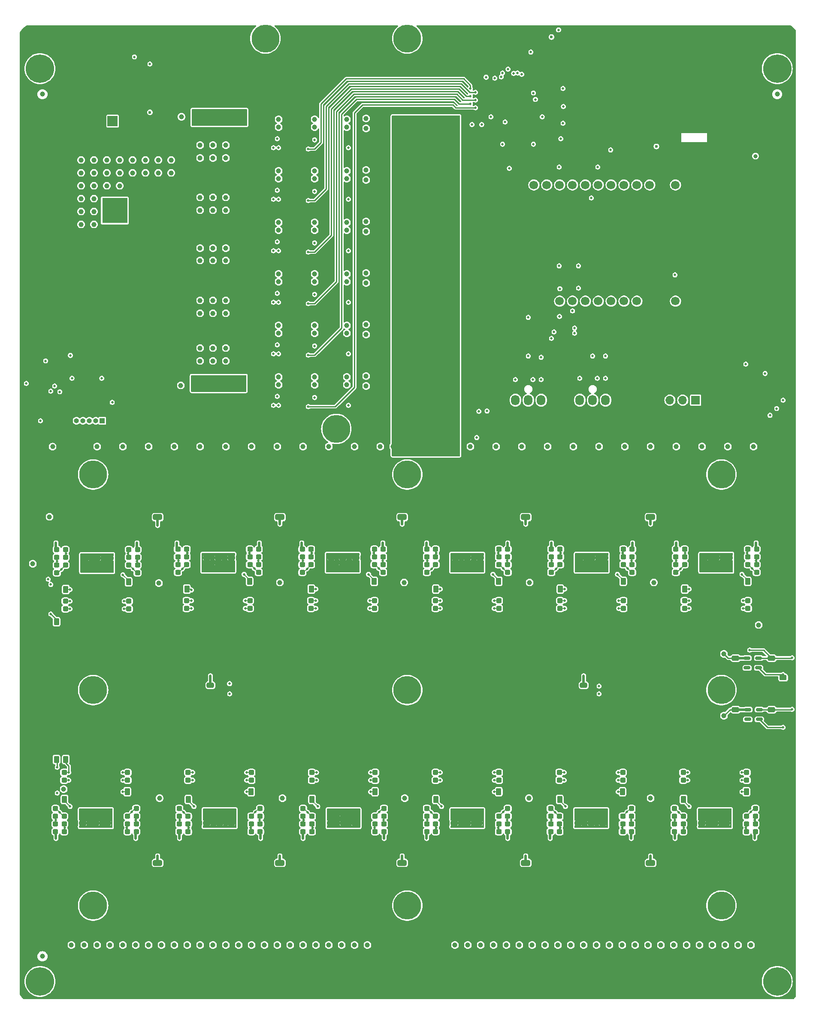
<source format=gbl>
G04 #@! TF.GenerationSoftware,KiCad,Pcbnew,8.0.6*
G04 #@! TF.CreationDate,2024-11-29T22:56:47+01:00*
G04 #@! TF.ProjectId,NerdEKO-Gamma-NoATX,4e657264-454b-44f2-9d47-616d6d612d4e,rev?*
G04 #@! TF.SameCoordinates,Original*
G04 #@! TF.FileFunction,Copper,L6,Bot*
G04 #@! TF.FilePolarity,Positive*
%FSLAX46Y46*%
G04 Gerber Fmt 4.6, Leading zero omitted, Abs format (unit mm)*
G04 Created by KiCad (PCBNEW 8.0.6) date 2024-11-29 22:56:47*
%MOMM*%
%LPD*%
G01*
G04 APERTURE LIST*
G04 Aperture macros list*
%AMRoundRect*
0 Rectangle with rounded corners*
0 $1 Rounding radius*
0 $2 $3 $4 $5 $6 $7 $8 $9 X,Y pos of 4 corners*
0 Add a 4 corners polygon primitive as box body*
4,1,4,$2,$3,$4,$5,$6,$7,$8,$9,$2,$3,0*
0 Add four circle primitives for the rounded corners*
1,1,$1+$1,$2,$3*
1,1,$1+$1,$4,$5*
1,1,$1+$1,$6,$7*
1,1,$1+$1,$8,$9*
0 Add four rect primitives between the rounded corners*
20,1,$1+$1,$2,$3,$4,$5,0*
20,1,$1+$1,$4,$5,$6,$7,0*
20,1,$1+$1,$6,$7,$8,$9,0*
20,1,$1+$1,$8,$9,$2,$3,0*%
G04 Aperture macros list end*
G04 #@! TA.AperFunction,ComponentPad*
%ADD10C,5.600000*%
G04 #@! TD*
G04 #@! TA.AperFunction,ComponentPad*
%ADD11C,5.500000*%
G04 #@! TD*
G04 #@! TA.AperFunction,ComponentPad*
%ADD12C,1.700000*%
G04 #@! TD*
G04 #@! TA.AperFunction,ComponentPad*
%ADD13C,0.499999*%
G04 #@! TD*
G04 #@! TA.AperFunction,ComponentPad*
%ADD14R,4.976000X4.976000*%
G04 #@! TD*
G04 #@! TA.AperFunction,ComponentPad*
%ADD15C,4.976000*%
G04 #@! TD*
G04 #@! TA.AperFunction,ComponentPad*
%ADD16C,0.500000*%
G04 #@! TD*
G04 #@! TA.AperFunction,ComponentPad*
%ADD17R,2.000000X2.000000*%
G04 #@! TD*
G04 #@! TA.AperFunction,ComponentPad*
%ADD18C,2.000000*%
G04 #@! TD*
G04 #@! TA.AperFunction,ComponentPad*
%ADD19R,1.730000X2.030000*%
G04 #@! TD*
G04 #@! TA.AperFunction,ComponentPad*
%ADD20O,1.730000X2.030000*%
G04 #@! TD*
G04 #@! TA.AperFunction,ComponentPad*
%ADD21R,1.700000X1.700000*%
G04 #@! TD*
G04 #@! TA.AperFunction,ComponentPad*
%ADD22O,1.700000X1.700000*%
G04 #@! TD*
G04 #@! TA.AperFunction,SMDPad,CuDef*
%ADD23RoundRect,0.250000X-0.650000X0.325000X-0.650000X-0.325000X0.650000X-0.325000X0.650000X0.325000X0*%
G04 #@! TD*
G04 #@! TA.AperFunction,SMDPad,CuDef*
%ADD24RoundRect,0.250000X-0.262500X-0.450000X0.262500X-0.450000X0.262500X0.450000X-0.262500X0.450000X0*%
G04 #@! TD*
G04 #@! TA.AperFunction,SMDPad,CuDef*
%ADD25RoundRect,0.250000X0.325000X1.100000X-0.325000X1.100000X-0.325000X-1.100000X0.325000X-1.100000X0*%
G04 #@! TD*
G04 #@! TA.AperFunction,SMDPad,CuDef*
%ADD26RoundRect,0.237500X-0.300000X-0.237500X0.300000X-0.237500X0.300000X0.237500X-0.300000X0.237500X0*%
G04 #@! TD*
G04 #@! TA.AperFunction,SMDPad,CuDef*
%ADD27RoundRect,0.250000X0.262500X0.450000X-0.262500X0.450000X-0.262500X-0.450000X0.262500X-0.450000X0*%
G04 #@! TD*
G04 #@! TA.AperFunction,SMDPad,CuDef*
%ADD28RoundRect,0.237500X0.300000X0.237500X-0.300000X0.237500X-0.300000X-0.237500X0.300000X-0.237500X0*%
G04 #@! TD*
G04 #@! TA.AperFunction,SMDPad,CuDef*
%ADD29RoundRect,0.250000X0.475000X-0.250000X0.475000X0.250000X-0.475000X0.250000X-0.475000X-0.250000X0*%
G04 #@! TD*
G04 #@! TA.AperFunction,SMDPad,CuDef*
%ADD30RoundRect,0.250000X-0.325000X-1.100000X0.325000X-1.100000X0.325000X1.100000X-0.325000X1.100000X0*%
G04 #@! TD*
G04 #@! TA.AperFunction,SMDPad,CuDef*
%ADD31C,1.000000*%
G04 #@! TD*
G04 #@! TA.AperFunction,SMDPad,CuDef*
%ADD32RoundRect,0.250000X-0.475000X0.250000X-0.475000X-0.250000X0.475000X-0.250000X0.475000X0.250000X0*%
G04 #@! TD*
G04 #@! TA.AperFunction,SMDPad,CuDef*
%ADD33RoundRect,0.250000X-1.100000X0.325000X-1.100000X-0.325000X1.100000X-0.325000X1.100000X0.325000X0*%
G04 #@! TD*
G04 #@! TA.AperFunction,SMDPad,CuDef*
%ADD34RoundRect,0.250000X0.650000X-0.325000X0.650000X0.325000X-0.650000X0.325000X-0.650000X-0.325000X0*%
G04 #@! TD*
G04 #@! TA.AperFunction,SMDPad,CuDef*
%ADD35RoundRect,0.250000X1.100000X-0.325000X1.100000X0.325000X-1.100000X0.325000X-1.100000X-0.325000X0*%
G04 #@! TD*
G04 #@! TA.AperFunction,SMDPad,CuDef*
%ADD36RoundRect,0.250000X-0.450000X0.262500X-0.450000X-0.262500X0.450000X-0.262500X0.450000X0.262500X0*%
G04 #@! TD*
G04 #@! TA.AperFunction,ComponentPad*
%ADD37R,1.000000X1.000000*%
G04 #@! TD*
G04 #@! TA.AperFunction,ComponentPad*
%ADD38O,1.000000X1.000000*%
G04 #@! TD*
G04 #@! TA.AperFunction,SMDPad,CuDef*
%ADD39RoundRect,0.150000X0.512500X0.150000X-0.512500X0.150000X-0.512500X-0.150000X0.512500X-0.150000X0*%
G04 #@! TD*
G04 #@! TA.AperFunction,ViaPad*
%ADD40C,1.000000*%
G04 #@! TD*
G04 #@! TA.AperFunction,ViaPad*
%ADD41C,0.800000*%
G04 #@! TD*
G04 #@! TA.AperFunction,ViaPad*
%ADD42C,0.500000*%
G04 #@! TD*
G04 #@! TA.AperFunction,ViaPad*
%ADD43C,0.600000*%
G04 #@! TD*
G04 #@! TA.AperFunction,Conductor*
%ADD44C,0.500000*%
G04 #@! TD*
G04 #@! TA.AperFunction,Conductor*
%ADD45C,0.254000*%
G04 #@! TD*
G04 #@! TA.AperFunction,Conductor*
%ADD46C,0.200000*%
G04 #@! TD*
G04 #@! TA.AperFunction,Conductor*
%ADD47C,0.230000*%
G04 #@! TD*
G04 APERTURE END LIST*
D10*
X185009218Y-214951644D03*
X39509218Y-34951644D03*
D11*
X174000000Y-115000000D03*
X174000000Y-200000000D03*
X174000000Y-157500000D03*
D10*
X185009218Y-34951644D03*
D12*
X136992000Y-57882000D03*
X139532000Y-57882000D03*
X142072000Y-57882000D03*
X144612000Y-57882000D03*
X147152000Y-57882000D03*
X149692000Y-57882000D03*
X152232000Y-57882000D03*
X154772000Y-57882000D03*
X157312000Y-57882000D03*
X159852000Y-57882000D03*
X162392000Y-57882000D03*
X164932000Y-57882000D03*
X164932000Y-80802000D03*
X162392000Y-80802000D03*
X159852000Y-80802000D03*
X157312000Y-80802000D03*
X154772000Y-80802000D03*
X152232000Y-80802000D03*
X149692000Y-80802000D03*
X147152000Y-80802000D03*
X144612000Y-80802000D03*
X142072000Y-80802000D03*
X139532000Y-80802000D03*
X136992000Y-80802000D03*
D13*
X91470003Y-99110000D03*
X91470003Y-97790000D03*
X91470003Y-96470000D03*
X90170003Y-100190000D03*
X90170000Y-99110000D03*
X90170000Y-97790000D03*
X90170000Y-95390000D03*
X90169998Y-96470000D03*
X88870003Y-99110000D03*
X88870003Y-97790000D03*
X88870003Y-96470000D03*
X91470003Y-68630000D03*
X91470003Y-67310000D03*
X91470003Y-65990000D03*
X90170003Y-69710000D03*
X90170000Y-68630000D03*
X90170000Y-67310000D03*
X90170000Y-64910000D03*
X90169998Y-65990000D03*
X88870003Y-68630000D03*
X88870003Y-67310000D03*
X88870003Y-65990000D03*
D14*
X54282000Y-62921500D03*
D15*
X41282000Y-75621500D03*
D11*
X112000000Y-29000000D03*
X98000000Y-106000000D03*
D13*
X91470003Y-48310000D03*
X91470003Y-46990000D03*
X91470003Y-45670000D03*
X90170003Y-49390000D03*
X90170000Y-48310000D03*
X90170000Y-46990000D03*
X90170000Y-44590000D03*
X90169998Y-45670000D03*
X88870003Y-48310000D03*
X88870003Y-46990000D03*
X88870003Y-45670000D03*
D11*
X112000000Y-200000000D03*
D16*
X130255000Y-39955000D03*
X130255000Y-41325000D03*
X131395000Y-38815000D03*
X131395000Y-39955000D03*
X131395000Y-41325000D03*
X131395000Y-42465000D03*
X132765000Y-38815000D03*
X132765000Y-39955000D03*
X132765000Y-41325000D03*
X132765000Y-42465000D03*
X133905000Y-39955000D03*
X133905000Y-41325000D03*
D17*
X53848000Y-45293677D03*
D18*
X53848000Y-40293677D03*
D19*
X130810000Y-100330000D03*
D20*
X133350000Y-100330000D03*
X135890000Y-100330000D03*
X138430000Y-100330000D03*
D11*
X84000000Y-29000000D03*
X50000000Y-157500000D03*
D13*
X91470003Y-88950000D03*
X91470003Y-87630000D03*
X91470003Y-86310000D03*
X90170003Y-90030000D03*
X90170000Y-88950000D03*
X90170000Y-87630000D03*
X90170000Y-85230000D03*
X90169998Y-86310000D03*
X88870003Y-88950000D03*
X88870003Y-87630000D03*
X88870003Y-86310000D03*
D19*
X143510000Y-100330000D03*
D20*
X146050000Y-100330000D03*
X148590000Y-100330000D03*
X151130000Y-100330000D03*
D11*
X112000000Y-115000000D03*
X50000000Y-200000000D03*
D10*
X39509218Y-214951644D03*
D11*
X50000000Y-115000000D03*
D13*
X91470003Y-78790000D03*
X91470003Y-77470000D03*
X91470003Y-76150000D03*
X90170003Y-79870000D03*
X90170000Y-78790000D03*
X90170000Y-77470000D03*
X90170000Y-75070000D03*
X90169998Y-76150000D03*
X88870003Y-78790000D03*
X88870003Y-77470000D03*
X88870003Y-76150000D03*
D21*
X168910000Y-100330000D03*
D22*
X166370000Y-100330000D03*
X163830000Y-100330000D03*
X161290000Y-100330000D03*
D13*
X91470003Y-58470000D03*
X91470003Y-57150000D03*
X91470003Y-55830000D03*
X90170003Y-59550000D03*
X90170000Y-58470000D03*
X90170000Y-57150000D03*
X90170000Y-54750000D03*
X90169998Y-55830000D03*
X88870003Y-58470000D03*
X88870003Y-57150000D03*
X88870003Y-55830000D03*
D11*
X112000000Y-157500000D03*
D23*
X160020000Y-191565000D03*
X160020000Y-194515000D03*
D24*
X154484700Y-177546001D03*
X156309700Y-177546001D03*
D25*
X110695000Y-91440000D03*
X107745000Y-91440000D03*
D26*
X42825500Y-131318000D03*
X44550500Y-131318000D03*
X179223500Y-141390667D03*
X180948500Y-141390667D03*
D27*
X156430365Y-136056667D03*
X154605365Y-136056667D03*
D23*
X172974000Y-133311667D03*
X172974000Y-136261667D03*
D28*
X156380365Y-129706667D03*
X154655365Y-129706667D03*
D26*
X81230302Y-173736000D03*
X82955302Y-173736000D03*
D29*
X96983599Y-131418667D03*
X96983599Y-129518667D03*
D30*
X120699000Y-68810908D03*
X123649000Y-68810908D03*
D28*
X93166102Y-183895998D03*
X91441102Y-183895998D03*
X82955301Y-183895999D03*
X81230301Y-183895999D03*
X156380365Y-132754667D03*
X154655365Y-132754667D03*
D31*
X44196000Y-177038000D03*
D26*
X91441102Y-175259999D03*
X93166102Y-175259999D03*
D23*
X74701466Y-133311667D03*
X74701466Y-136261667D03*
D28*
X107244099Y-134278667D03*
X105519099Y-134278667D03*
D26*
X80950966Y-131230667D03*
X82675966Y-131230667D03*
D32*
X175005999Y-183708000D03*
X175005999Y-185608000D03*
X123850400Y-183708000D03*
X123850400Y-185608000D03*
D26*
X154534699Y-185420000D03*
X156259699Y-185420000D03*
D24*
X130049900Y-177546001D03*
X131874900Y-177546001D03*
D26*
X164999500Y-139866667D03*
X166724500Y-139866667D03*
D27*
X142206365Y-137580667D03*
X140381365Y-137580667D03*
D32*
X101701601Y-183707999D03*
X101701601Y-185607999D03*
D26*
X42571502Y-182371998D03*
X44296502Y-182371998D03*
D24*
X164695500Y-179069999D03*
X166520500Y-179069999D03*
D32*
X50546002Y-183707999D03*
X50546002Y-185607999D03*
D33*
X78740000Y-97331000D03*
X78740000Y-100281000D03*
D28*
X131824900Y-175260001D03*
X130099900Y-175260001D03*
D29*
X53340000Y-131506000D03*
X53340000Y-129606000D03*
X72415466Y-131418667D03*
X72415466Y-129518667D03*
D26*
X66726966Y-139866667D03*
X68451966Y-139866667D03*
X115875900Y-180847999D03*
X117600900Y-180847999D03*
D31*
X136144000Y-136271000D03*
D26*
X81230302Y-182371999D03*
X82955302Y-182371999D03*
D28*
X142156365Y-141390667D03*
X140431365Y-141390667D03*
D27*
X180998500Y-136056667D03*
X179173500Y-136056667D03*
D28*
X82955302Y-175260000D03*
X81230302Y-175260000D03*
D30*
X120699000Y-52832000D03*
X123649000Y-52832000D03*
D32*
X148285200Y-183708000D03*
X148285200Y-185608000D03*
D29*
X123837732Y-131418667D03*
X123837732Y-129518667D03*
X99269599Y-131418667D03*
X99269599Y-129518667D03*
D27*
X44600500Y-137668000D03*
X42775500Y-137668000D03*
D26*
X56795502Y-173736000D03*
X58520502Y-173736000D03*
X130087232Y-141390667D03*
X131812232Y-141390667D03*
X164745500Y-185419999D03*
X166470500Y-185419999D03*
D28*
X68451966Y-129706667D03*
X66726966Y-129706667D03*
D34*
X135382000Y-123395000D03*
X135382000Y-120445000D03*
D23*
X86868000Y-191565000D03*
X86868000Y-194515000D03*
D28*
X131812232Y-134278667D03*
X130087232Y-134278667D03*
D27*
X93070099Y-137580667D03*
X91245099Y-137580667D03*
D29*
X121551732Y-131418667D03*
X121551732Y-129518667D03*
D26*
X164745500Y-180847999D03*
X166470500Y-180847999D03*
D28*
X166724500Y-134278667D03*
X164999500Y-134278667D03*
D30*
X120699000Y-56826727D03*
X123649000Y-56826727D03*
D26*
X140310700Y-185419999D03*
X142035700Y-185419999D03*
X57049500Y-141478000D03*
X58774500Y-141478000D03*
D28*
X180948500Y-134278667D03*
X179223500Y-134278667D03*
D27*
X82725966Y-136056667D03*
X80900966Y-136056667D03*
D28*
X180694500Y-175260001D03*
X178969500Y-175260001D03*
D24*
X56745502Y-177546000D03*
X58570502Y-177546000D03*
D23*
X135382000Y-191565000D03*
X135382000Y-194515000D03*
D26*
X67006302Y-182371998D03*
X68731302Y-182371998D03*
D28*
X58520501Y-183895999D03*
X56795501Y-183895999D03*
D32*
X150571199Y-183708000D03*
X150571199Y-185608000D03*
D26*
X130099899Y-185420000D03*
X131824899Y-185420000D03*
D31*
X41402000Y-123317000D03*
D28*
X117600900Y-183895999D03*
X115875900Y-183895999D03*
D26*
X115863232Y-131230667D03*
X117588232Y-131230667D03*
D34*
X123850400Y-181815000D03*
X123850400Y-178865000D03*
D26*
X91441102Y-185419998D03*
X93166102Y-185419998D03*
X81230302Y-180847999D03*
X82955302Y-180847999D03*
X105665102Y-182371999D03*
X107390102Y-182371999D03*
D29*
X101809599Y-131418667D03*
X101809599Y-129518667D03*
D28*
X44550500Y-134366000D03*
X42825500Y-134366000D03*
D34*
X99415602Y-181814999D03*
X99415602Y-178864999D03*
D26*
X42571502Y-175259999D03*
X44296502Y-175259999D03*
D28*
X44296503Y-173735999D03*
X42571503Y-173735999D03*
D26*
X154534700Y-173736001D03*
X156259700Y-173736001D03*
D29*
X172974000Y-131418667D03*
X172974000Y-129518667D03*
D26*
X105519099Y-141390667D03*
X107244099Y-141390667D03*
X154534700Y-180848000D03*
X156259700Y-180848000D03*
D31*
X174498000Y-153162000D03*
D34*
X160020000Y-123395000D03*
X160020000Y-120445000D03*
D32*
X183896000Y-151196000D03*
X183896000Y-153096000D03*
D26*
X67006302Y-175259999D03*
X68731302Y-175259999D03*
D28*
X117588232Y-141390667D03*
X115863232Y-141390667D03*
D26*
X154655365Y-131230667D03*
X156380365Y-131230667D03*
D28*
X58774500Y-139954000D03*
X57049500Y-139954000D03*
D33*
X71120000Y-97331000D03*
X71120000Y-100281000D03*
D26*
X56795501Y-185419999D03*
X58520501Y-185419999D03*
D28*
X180948500Y-129706667D03*
X179223500Y-129706667D03*
D31*
X174498000Y-150368000D03*
D28*
X93166103Y-173735999D03*
X91441103Y-173735999D03*
D24*
X66956302Y-179069998D03*
X68781302Y-179069998D03*
D28*
X117600901Y-173736000D03*
X115875901Y-173736000D03*
X68731303Y-173735999D03*
X67006303Y-173735999D03*
D32*
X183896000Y-161356000D03*
X183896000Y-163256000D03*
D24*
X81180302Y-177546000D03*
X83005302Y-177546000D03*
D34*
X148285200Y-181815000D03*
X148285200Y-178865000D03*
D26*
X66726966Y-131230667D03*
X68451966Y-131230667D03*
D28*
X82675966Y-139866667D03*
X80950966Y-139866667D03*
D31*
X174498000Y-162560000D03*
D26*
X178969500Y-182372000D03*
X180694500Y-182372000D03*
D32*
X73152000Y-156530000D03*
X73152000Y-158430000D03*
D23*
X123837732Y-133311667D03*
X123837732Y-136261667D03*
D31*
X38100000Y-132588000D03*
D35*
X78740000Y-44401000D03*
X78740000Y-41451000D03*
D27*
X44600500Y-144018000D03*
X42775500Y-144018000D03*
D26*
X140310700Y-182371999D03*
X142035700Y-182371999D03*
D31*
X63119000Y-178816000D03*
D28*
X58774500Y-134366000D03*
X57049500Y-134366000D03*
D32*
X99415602Y-183707999D03*
X99415602Y-185607999D03*
D26*
X81230301Y-185419999D03*
X82955301Y-185419999D03*
D28*
X156259700Y-175260001D03*
X154534700Y-175260001D03*
D29*
X126377732Y-131418667D03*
X126377732Y-129518667D03*
D27*
X131862232Y-136056667D03*
X130037232Y-136056667D03*
D28*
X58520502Y-175260000D03*
X56795502Y-175260000D03*
D23*
X62738000Y-191565000D03*
X62738000Y-194515000D03*
D28*
X180948500Y-132754667D03*
X179223500Y-132754667D03*
D26*
X140310700Y-180847999D03*
X142035700Y-180847999D03*
D29*
X146119865Y-131418667D03*
X146119865Y-129518667D03*
D28*
X180948500Y-139866667D03*
X179223500Y-139866667D03*
D26*
X178969500Y-180848000D03*
X180694500Y-180848000D03*
D28*
X58774500Y-129794000D03*
X57049500Y-129794000D03*
X68731302Y-183895998D03*
X67006302Y-183895998D03*
X82675966Y-132754667D03*
X80950966Y-132754667D03*
X142156365Y-129706667D03*
X140431365Y-129706667D03*
X68451966Y-132754667D03*
X66726966Y-132754667D03*
D36*
X186182000Y-155043500D03*
X186182000Y-156868500D03*
D26*
X115875900Y-175260000D03*
X117600900Y-175260000D03*
D27*
X68501966Y-137580667D03*
X66676966Y-137580667D03*
D32*
X146812000Y-156530000D03*
X146812000Y-158430000D03*
D34*
X74980802Y-181814999D03*
X74980802Y-178864999D03*
D24*
X115825900Y-179069999D03*
X117650900Y-179069999D03*
D28*
X156380365Y-134278667D03*
X154655365Y-134278667D03*
D26*
X115875900Y-182371999D03*
X117600900Y-182371999D03*
D32*
X77266801Y-183707999D03*
X77266801Y-185607999D03*
X172720000Y-183708000D03*
X172720000Y-185608000D03*
D27*
X58824500Y-136144000D03*
X56999500Y-136144000D03*
D26*
X105519099Y-131230667D03*
X107244099Y-131230667D03*
D28*
X82675966Y-134278667D03*
X80950966Y-134278667D03*
D29*
X170688000Y-131418667D03*
X170688000Y-129518667D03*
D31*
X62992000Y-136398000D03*
D26*
X130099900Y-180848000D03*
X131824900Y-180848000D03*
D28*
X131824899Y-183896000D03*
X130099899Y-183896000D03*
D32*
X145745200Y-183708000D03*
X145745200Y-185608000D03*
D27*
X107294099Y-136056667D03*
X105469099Y-136056667D03*
D26*
X140310700Y-175260000D03*
X142035700Y-175260000D03*
D30*
X120699000Y-96774000D03*
X123649000Y-96774000D03*
D26*
X130099900Y-173736001D03*
X131824900Y-173736001D03*
D28*
X142156365Y-134278667D03*
X140431365Y-134278667D03*
X82675966Y-129706667D03*
X80950966Y-129706667D03*
D37*
X51816000Y-104394000D03*
D38*
X50546000Y-104394000D03*
X49276000Y-104394000D03*
X48006000Y-104394000D03*
X46736000Y-104394000D03*
X45466000Y-104394000D03*
D30*
X120699000Y-84789816D03*
X123649000Y-84789816D03*
D26*
X42825500Y-139954000D03*
X44550500Y-139954000D03*
D31*
X40000000Y-40000000D03*
D30*
X120699000Y-80795089D03*
X123649000Y-80795089D03*
D32*
X170180000Y-183708000D03*
X170180000Y-185608000D03*
D26*
X105665102Y-180847999D03*
X107390102Y-180847999D03*
X164999500Y-131230667D03*
X166724500Y-131230667D03*
D30*
X120699000Y-60821454D03*
X123649000Y-60821454D03*
D28*
X68451966Y-134278667D03*
X66726966Y-134278667D03*
D25*
X110695000Y-71120000D03*
X107745000Y-71120000D03*
D26*
X130099900Y-182372000D03*
X131824900Y-182372000D03*
X80950966Y-141390667D03*
X82675966Y-141390667D03*
D32*
X96875602Y-183707999D03*
X96875602Y-185607999D03*
D34*
X172720000Y-181815000D03*
X172720000Y-178865000D03*
D31*
X136017000Y-178816000D03*
D28*
X44550500Y-132842000D03*
X42825500Y-132842000D03*
D23*
X110998000Y-191565000D03*
X110998000Y-194515000D03*
D32*
X121310400Y-183708000D03*
X121310400Y-185608000D03*
D26*
X154534700Y-182372000D03*
X156259700Y-182372000D03*
D28*
X142035701Y-173736000D03*
X140310701Y-173736000D03*
D34*
X50546002Y-181814999D03*
X50546002Y-178864999D03*
D28*
X58774500Y-132842000D03*
X57049500Y-132842000D03*
D26*
X130087232Y-131230667D03*
X131812232Y-131230667D03*
D28*
X131812232Y-129706667D03*
X130087232Y-129706667D03*
X142156365Y-132754667D03*
X140431365Y-132754667D03*
X156380365Y-139866667D03*
X154655365Y-139866667D03*
D26*
X154655365Y-141390667D03*
X156380365Y-141390667D03*
X91441102Y-180847998D03*
X93166102Y-180847998D03*
D30*
X120699000Y-92779270D03*
X123649000Y-92779270D03*
D26*
X164745500Y-182371999D03*
X166470500Y-182371999D03*
D24*
X91391102Y-179069998D03*
X93216102Y-179069998D03*
D28*
X68451966Y-141390667D03*
X66726966Y-141390667D03*
D29*
X150945865Y-131418667D03*
X150945865Y-129518667D03*
D31*
X86868000Y-136271000D03*
D28*
X93020099Y-129706667D03*
X91295099Y-129706667D03*
X166724500Y-141390667D03*
X164999500Y-141390667D03*
X131812232Y-132754667D03*
X130087232Y-132754667D03*
D26*
X115875900Y-185419999D03*
X117600900Y-185419999D03*
D39*
X181477500Y-161356000D03*
X181477500Y-162306000D03*
X181477500Y-163256000D03*
X179202500Y-163256000D03*
X179202500Y-161356000D03*
D26*
X140431365Y-139866667D03*
X142156365Y-139866667D03*
D39*
X181345000Y-151196000D03*
X181345000Y-152146000D03*
X181345000Y-153096000D03*
X179070000Y-153096000D03*
X179070000Y-151196000D03*
D26*
X56795502Y-182371999D03*
X58520502Y-182371999D03*
X42571502Y-185419998D03*
X44296502Y-185419998D03*
D25*
X110695000Y-60960000D03*
X107745000Y-60960000D03*
D31*
X181356000Y-144653000D03*
D30*
X120699000Y-72805635D03*
X123649000Y-72805635D03*
D28*
X93020099Y-134278667D03*
X91295099Y-134278667D03*
X131812232Y-139866667D03*
X130087232Y-139866667D03*
D26*
X115863232Y-139866667D03*
X117588232Y-139866667D03*
D25*
X110695000Y-101854000D03*
X107745000Y-101854000D03*
D26*
X105665102Y-173736000D03*
X107390102Y-173736000D03*
D29*
X74701466Y-131418667D03*
X74701466Y-129518667D03*
D28*
X107390102Y-175260000D03*
X105665102Y-175260000D03*
D27*
X166774500Y-137580667D03*
X164949500Y-137580667D03*
D32*
X126136399Y-183708000D03*
X126136399Y-185608000D03*
D30*
X120699000Y-76800362D03*
X123649000Y-76800362D03*
D26*
X164745500Y-175260000D03*
X166470500Y-175260000D03*
D31*
X40000000Y-210000000D03*
D26*
X178969499Y-185420000D03*
X180694499Y-185420000D03*
D32*
X74980802Y-183707999D03*
X74980802Y-185607999D03*
X52832001Y-183707999D03*
X52832001Y-185607999D03*
D30*
X120699000Y-64816181D03*
X123649000Y-64816181D03*
D25*
X110695000Y-81280000D03*
X107745000Y-81280000D03*
D28*
X44550500Y-129794000D03*
X42825500Y-129794000D03*
D23*
X50800000Y-133399000D03*
X50800000Y-136349000D03*
D26*
X57049500Y-131318000D03*
X58774500Y-131318000D03*
D28*
X166724500Y-129706667D03*
X164999500Y-129706667D03*
D29*
X50800000Y-131506000D03*
X50800000Y-129606000D03*
D34*
X110998000Y-123395000D03*
X110998000Y-120445000D03*
D35*
X71107000Y-44401000D03*
X71107000Y-41451000D03*
D27*
X117638232Y-137580667D03*
X115813232Y-137580667D03*
D32*
X72440802Y-183707999D03*
X72440802Y-185607999D03*
D28*
X117588232Y-132754667D03*
X115863232Y-132754667D03*
D24*
X105615102Y-177546000D03*
X107440102Y-177546000D03*
X42775500Y-171196000D03*
X44600500Y-171196000D03*
D26*
X91295099Y-131230667D03*
X93020099Y-131230667D03*
D31*
X185000000Y-40000000D03*
D26*
X140431365Y-131230667D03*
X142156365Y-131230667D03*
D28*
X156259699Y-183896000D03*
X154534699Y-183896000D03*
D23*
X148405865Y-133311667D03*
X148405865Y-136261667D03*
X99269599Y-133311667D03*
X99269599Y-136261667D03*
D28*
X166470501Y-173736000D03*
X164745501Y-173736000D03*
X44550500Y-141478000D03*
X42825500Y-141478000D03*
D24*
X140260700Y-179069999D03*
X142085700Y-179069999D03*
D29*
X77241466Y-131418667D03*
X77241466Y-129518667D03*
D26*
X67006302Y-180847998D03*
X68731302Y-180847998D03*
D28*
X93020099Y-132754667D03*
X91295099Y-132754667D03*
D26*
X178969500Y-173736001D03*
X180694500Y-173736001D03*
X67006302Y-185419998D03*
X68731302Y-185419998D03*
D28*
X107244099Y-132754667D03*
X105519099Y-132754667D03*
X93020099Y-141390667D03*
X91295099Y-141390667D03*
X107244099Y-129706667D03*
X105519099Y-129706667D03*
X166470500Y-183895999D03*
X164745500Y-183895999D03*
X166724500Y-132754667D03*
X164999500Y-132754667D03*
D34*
X62738000Y-123395000D03*
X62738000Y-120445000D03*
D24*
X178919500Y-177546001D03*
X180744500Y-177546001D03*
D34*
X86868000Y-123395000D03*
X86868000Y-120445000D03*
D28*
X107244099Y-139866667D03*
X105519099Y-139866667D03*
D26*
X56795502Y-180847999D03*
X58520502Y-180847999D03*
D28*
X180694499Y-183896000D03*
X178969499Y-183896000D03*
D29*
X48514000Y-131506000D03*
X48514000Y-129606000D03*
D28*
X117588232Y-129706667D03*
X115863232Y-129706667D03*
D31*
X111506000Y-178816000D03*
D26*
X42571502Y-180847998D03*
X44296502Y-180847998D03*
D25*
X110695000Y-50800000D03*
X107745000Y-50800000D03*
D29*
X175514000Y-131418667D03*
X175514000Y-129518667D03*
D26*
X179223500Y-131230667D03*
X180948500Y-131230667D03*
D33*
X74930000Y-97331000D03*
X74930000Y-100281000D03*
D28*
X117588232Y-134278667D03*
X115863232Y-134278667D03*
D26*
X91295099Y-139866667D03*
X93020099Y-139866667D03*
D31*
X87376000Y-178816000D03*
D28*
X107390101Y-183895999D03*
X105665101Y-183895999D03*
D30*
X120699000Y-88784543D03*
X123649000Y-88784543D03*
D26*
X91441102Y-182371998D03*
X93166102Y-182371998D03*
D28*
X142035700Y-183895999D03*
X140310700Y-183895999D03*
D32*
X176784000Y-151196000D03*
X176784000Y-153096000D03*
D29*
X148405865Y-131418667D03*
X148405865Y-129518667D03*
D31*
X160020000Y-178816000D03*
D26*
X105665101Y-185419999D03*
X107390101Y-185419999D03*
D32*
X48006002Y-183707999D03*
X48006002Y-185607999D03*
X176784000Y-161356000D03*
X176784000Y-163256000D03*
D31*
X111379000Y-136271000D03*
D35*
X74930000Y-44401000D03*
X74930000Y-41451000D03*
D31*
X160655000Y-136271000D03*
D28*
X44296502Y-183895998D03*
X42571502Y-183895998D03*
D24*
X42521502Y-179069998D03*
X44346502Y-179069998D03*
D40*
X109474000Y-95554800D03*
X109474000Y-85394800D03*
X109474000Y-97536000D03*
X109474000Y-54914800D03*
X109474000Y-77216000D03*
X109474000Y-67056000D03*
X109474000Y-65074800D03*
X109474000Y-87376000D03*
X109474000Y-56896000D03*
X109474000Y-75234800D03*
X109474000Y-46736000D03*
X109474000Y-44754800D03*
D41*
X170724000Y-136271000D03*
D40*
X52070000Y-173355000D03*
D41*
X76030000Y-178943000D03*
D40*
X103886000Y-80264000D03*
D41*
X98264000Y-178943000D03*
X126025000Y-135221000D03*
D42*
X69646802Y-176529999D03*
D41*
X124875000Y-136271000D03*
D40*
X122682000Y-141732000D03*
D42*
X178308000Y-138596667D03*
D40*
X50165000Y-71882000D03*
X83820000Y-215900000D03*
D41*
X48423000Y-137253000D03*
D42*
X80950966Y-134278667D03*
D40*
X125222000Y-51816000D03*
D42*
X72390000Y-187010000D03*
D41*
X72730000Y-179993000D03*
D40*
X162052000Y-215900000D03*
X101600000Y-215900000D03*
D41*
X99187000Y-140335000D03*
D40*
X71120000Y-101727000D03*
D41*
X150586000Y-179993000D03*
X99187000Y-135221000D03*
D40*
X81534000Y-60706000D03*
D42*
X153619200Y-176530000D03*
D41*
X72426000Y-138303000D03*
X122775000Y-179993000D03*
X48423000Y-135221000D03*
X126075000Y-176911000D03*
X77180000Y-176911000D03*
D40*
X103886000Y-90551000D03*
X106680000Y-101854000D03*
X125222000Y-55880000D03*
D41*
X51723000Y-135221000D03*
X98087000Y-135221000D03*
X99314000Y-174879000D03*
D42*
X45466000Y-138684000D03*
D41*
X174970000Y-177961000D03*
D40*
X103886000Y-51689000D03*
X130500000Y-104500000D03*
D41*
X146136000Y-177961000D03*
D40*
X98044000Y-141732000D03*
X136652000Y-215900000D03*
D41*
X172974000Y-140335000D03*
X49573000Y-136271000D03*
D42*
X178054000Y-176530000D03*
X135382000Y-196154000D03*
D40*
X98044000Y-173355000D03*
D41*
X146136000Y-179993000D03*
X170724000Y-140335000D03*
D42*
X142814000Y-44450000D03*
D40*
X42545000Y-69342000D03*
X125222000Y-173355000D03*
D41*
X122725000Y-138303000D03*
D40*
X81534000Y-50419000D03*
D41*
X76876000Y-140335000D03*
D40*
X71120000Y-39878000D03*
X90170000Y-102997000D03*
X125222000Y-75946000D03*
D42*
X179223500Y-134278667D03*
D41*
X73576000Y-137253000D03*
X52873000Y-137253000D03*
D40*
X151892000Y-215900000D03*
D41*
X122725000Y-136271000D03*
D42*
X129171732Y-138596667D03*
D40*
X125222000Y-79756000D03*
X63500000Y-48006000D03*
D41*
X123825000Y-176911000D03*
X75726000Y-137253000D03*
X174970000Y-179993000D03*
D42*
X48006000Y-187010000D03*
D41*
X98264000Y-174879000D03*
D40*
X59000000Y-93560000D03*
X106680000Y-81280000D03*
X81534000Y-91186000D03*
D42*
X142814000Y-36576000D03*
D40*
X103886000Y-102997000D03*
D41*
X170724000Y-137253000D03*
X97114000Y-178943000D03*
X96937000Y-138303000D03*
D40*
X159512000Y-215900000D03*
D42*
X110998000Y-195900000D03*
X138938000Y-38481000D03*
X138938000Y-49850000D03*
D40*
X164592000Y-215900000D03*
D41*
X123825000Y-179993000D03*
X76030000Y-177961000D03*
D42*
X50546000Y-187010000D03*
D40*
X68580000Y-215900000D03*
D42*
X154534700Y-180848000D03*
D41*
X75726000Y-138303000D03*
X77180000Y-178943000D03*
X51646000Y-177961000D03*
D40*
X179832000Y-215900000D03*
D41*
X122775000Y-174879000D03*
D40*
X103886000Y-72009000D03*
D42*
X86868000Y-195900000D03*
D40*
X104140000Y-215900000D03*
D41*
X76876000Y-136271000D03*
D40*
X81280000Y-215900000D03*
D41*
X122775000Y-178943000D03*
X147363000Y-140335000D03*
X74930000Y-174879000D03*
X173820000Y-178943000D03*
X172720000Y-174879000D03*
X97114000Y-176911000D03*
D40*
X59000000Y-73240000D03*
X147320000Y-173355000D03*
D41*
X100414000Y-176911000D03*
D40*
X125222000Y-59944000D03*
D42*
X172720000Y-187010000D03*
X42352000Y-94742000D03*
D40*
X65500000Y-73240000D03*
D41*
X73576000Y-135221000D03*
D40*
X172212000Y-215900000D03*
D42*
X57049500Y-134366000D03*
D40*
X65500000Y-60540000D03*
D41*
X72730000Y-178943000D03*
X101564000Y-179993000D03*
X51723000Y-138303000D03*
X148336000Y-176911000D03*
X100237000Y-136271000D03*
D40*
X73660000Y-215900000D03*
D42*
X145796000Y-187010000D03*
D41*
X50546000Y-179993000D03*
D40*
X47625000Y-74422000D03*
D41*
X148336000Y-177961000D03*
D42*
X44550500Y-134366000D03*
D40*
X65500000Y-93560000D03*
X90170000Y-92583000D03*
X40005000Y-79502000D03*
D41*
X49573000Y-135221000D03*
X148336000Y-179993000D03*
X149513000Y-136271000D03*
D40*
X76073000Y-173355000D03*
X65500000Y-85940000D03*
X126492000Y-215900000D03*
D42*
X99314000Y-128204000D03*
D40*
X59000000Y-83400000D03*
D42*
X129184400Y-176530000D03*
D40*
X149860000Y-141732000D03*
X147320000Y-141732000D03*
D42*
X161478000Y-61468000D03*
D40*
X168500000Y-104500000D03*
D41*
X72426000Y-135221000D03*
X149436000Y-174879000D03*
D42*
X146050000Y-128204000D03*
D40*
X154432000Y-215900000D03*
X78740000Y-101727000D03*
D41*
X172720000Y-179993000D03*
D40*
X91440000Y-215900000D03*
X122682000Y-173355000D03*
D41*
X126025000Y-137253000D03*
D40*
X125222000Y-89916000D03*
X106680000Y-71120000D03*
D42*
X73152000Y-159832000D03*
D40*
X45085000Y-76962000D03*
D41*
X101387000Y-136271000D03*
X121575000Y-135221000D03*
X74676000Y-137253000D03*
D40*
X78740000Y-215900000D03*
X90170000Y-72263000D03*
D41*
X172974000Y-137253000D03*
X175174000Y-140335000D03*
X73880000Y-174879000D03*
D40*
X50165000Y-74422000D03*
X59000000Y-70700000D03*
X47625000Y-71882000D03*
D41*
X147363000Y-138303000D03*
D40*
X63500000Y-215900000D03*
D42*
X117600900Y-180848000D03*
D41*
X147363000Y-136271000D03*
D40*
X49530000Y-173355000D03*
D41*
X124925000Y-179993000D03*
X101564000Y-178943000D03*
X150586000Y-177961000D03*
D42*
X44296502Y-180847999D03*
D41*
X76876000Y-137253000D03*
D40*
X59000000Y-58000000D03*
X47625000Y-76962000D03*
D42*
X74676000Y-128204000D03*
D40*
X65500000Y-80860000D03*
D41*
X124875000Y-140335000D03*
D42*
X148499999Y-155611999D03*
D41*
X122775000Y-176911000D03*
X148336000Y-174879000D03*
D42*
X118516400Y-176530000D03*
X74930000Y-187010000D03*
D40*
X48260000Y-215900000D03*
D41*
X121625000Y-176911000D03*
X101387000Y-135221000D03*
D40*
X144272000Y-215900000D03*
X103886000Y-82296000D03*
D42*
X97028000Y-128204000D03*
D41*
X49573000Y-137253000D03*
D40*
X100076000Y-72263000D03*
X90170000Y-51943000D03*
D42*
X105519099Y-134278667D03*
D41*
X73880000Y-177961000D03*
X76030000Y-176911000D03*
X51646000Y-178943000D03*
D40*
X171831000Y-173355000D03*
X100076000Y-51943000D03*
D42*
X68731302Y-180847999D03*
X99314000Y-187010000D03*
D41*
X51723000Y-137253000D03*
X50546000Y-174879000D03*
X121625000Y-178943000D03*
D40*
X88900000Y-215900000D03*
X174371000Y-141732000D03*
D41*
X98087000Y-136271000D03*
D40*
X125222000Y-71882000D03*
D41*
X146213000Y-138303000D03*
X123825000Y-177961000D03*
X146136000Y-174879000D03*
X173820000Y-179993000D03*
D40*
X86614000Y-82423000D03*
X50165000Y-69342000D03*
D41*
X174024000Y-136271000D03*
D42*
X142951200Y-176530000D03*
D40*
X61000000Y-104500000D03*
X100076000Y-102997000D03*
X100076000Y-92583000D03*
X86614000Y-72263000D03*
X65500000Y-78320000D03*
D41*
X75726000Y-135221000D03*
D40*
X125222000Y-93980000D03*
D41*
X100414000Y-174879000D03*
D40*
X40005000Y-82042000D03*
D41*
X74930000Y-179993000D03*
D40*
X86614000Y-62103000D03*
D41*
X146136000Y-176911000D03*
X76030000Y-179993000D03*
X50673000Y-137253000D03*
X99187000Y-137253000D03*
D40*
X103886000Y-61976000D03*
X42545000Y-82042000D03*
D41*
X170520000Y-177961000D03*
X126075000Y-179993000D03*
X174024000Y-135221000D03*
X100237000Y-138303000D03*
D42*
X134874000Y-49850000D03*
X52832000Y-187010000D03*
D40*
X50165000Y-76962000D03*
D42*
X178943000Y-49022000D03*
D40*
X58928000Y-48006000D03*
D41*
X77180000Y-177961000D03*
D42*
X160020000Y-196154000D03*
D41*
X49496000Y-179993000D03*
D42*
X117588232Y-134278667D03*
D41*
X171874000Y-137253000D03*
D40*
X59000000Y-65620000D03*
D41*
X99314000Y-179993000D03*
X74676000Y-138303000D03*
X172974000Y-135221000D03*
X146213000Y-135221000D03*
X146136000Y-178943000D03*
X174024000Y-137253000D03*
D42*
X170180000Y-187010000D03*
D41*
X150663000Y-138303000D03*
D42*
X172974000Y-128204000D03*
D41*
X121575000Y-137253000D03*
X147363000Y-137253000D03*
X97114000Y-177961000D03*
X126075000Y-178943000D03*
D40*
X125222000Y-85852000D03*
D41*
X122775000Y-177961000D03*
D40*
X78740000Y-39878000D03*
X125222000Y-65786000D03*
X103886000Y-49657000D03*
D42*
X105665102Y-180847999D03*
D41*
X99314000Y-177961000D03*
D40*
X65500000Y-65620000D03*
D41*
X48346000Y-176911000D03*
X101387000Y-137253000D03*
D42*
X72390000Y-128204000D03*
D41*
X150663000Y-140335000D03*
X101564000Y-174879000D03*
D42*
X126492000Y-128204000D03*
D40*
X86614000Y-92583000D03*
X125222000Y-61976000D03*
D41*
X149436000Y-176911000D03*
X76030000Y-174879000D03*
D42*
X140462000Y-31684000D03*
X167640000Y-138596667D03*
X176784000Y-164658000D03*
D41*
X174024000Y-140335000D03*
D40*
X90170000Y-62103000D03*
D41*
X52796000Y-176911000D03*
D40*
X65500000Y-96100000D03*
D41*
X148463000Y-138303000D03*
D40*
X59000000Y-68160000D03*
D41*
X150663000Y-135221000D03*
D42*
X45212002Y-176529999D03*
D40*
X149860000Y-173355000D03*
D41*
X170520000Y-174879000D03*
X51646000Y-176911000D03*
D42*
X175006000Y-187010000D03*
X48514000Y-128204000D03*
D41*
X73576000Y-140335000D03*
D42*
X130099900Y-180848000D03*
X185232000Y-163322000D03*
D40*
X59000000Y-96100000D03*
D41*
X52796000Y-177961000D03*
D40*
X58420000Y-215900000D03*
D41*
X49496000Y-178943000D03*
D40*
X59000000Y-85940000D03*
X174371000Y-173355000D03*
D42*
X142156365Y-134278667D03*
X68451966Y-134278667D03*
D41*
X52873000Y-136271000D03*
X150586000Y-176911000D03*
X48423000Y-138303000D03*
X98264000Y-179993000D03*
D40*
X125222000Y-53848000D03*
D41*
X150586000Y-174879000D03*
X48346000Y-177961000D03*
X175174000Y-138303000D03*
X149513000Y-138303000D03*
X101564000Y-177961000D03*
X77180000Y-179993000D03*
X98264000Y-177961000D03*
D42*
X185232000Y-153162000D03*
D41*
X52796000Y-178943000D03*
X99187000Y-138303000D03*
D42*
X125603000Y-48768000D03*
D41*
X74676000Y-140335000D03*
X51646000Y-179993000D03*
D40*
X73533000Y-141732000D03*
D41*
X74930000Y-177961000D03*
D40*
X125222000Y-141732000D03*
D41*
X100237000Y-135221000D03*
X124925000Y-176911000D03*
D42*
X110998000Y-119060000D03*
D41*
X124925000Y-177961000D03*
D42*
X62738000Y-195900000D03*
X118503732Y-138596667D03*
D40*
X59000000Y-91020000D03*
D42*
X77216000Y-128204000D03*
X161478000Y-77470000D03*
D40*
X125222000Y-73914000D03*
D41*
X97114000Y-174879000D03*
D40*
X106680000Y-50800000D03*
X99060000Y-215900000D03*
D41*
X96937000Y-140335000D03*
D42*
X75031600Y-155448000D03*
D41*
X100414000Y-177961000D03*
D42*
X160020000Y-119060000D03*
D41*
X52796000Y-179993000D03*
D40*
X42545000Y-79502000D03*
X88000000Y-104500000D03*
D42*
X170688000Y-128204000D03*
D40*
X65500000Y-83400000D03*
X71120000Y-215900000D03*
D41*
X171670000Y-178943000D03*
D40*
X169672000Y-215900000D03*
D42*
X38862000Y-99695000D03*
D40*
X103886000Y-69977000D03*
X81534000Y-70866000D03*
D41*
X75726000Y-136271000D03*
D42*
X123952000Y-128204000D03*
D40*
X50165000Y-82042000D03*
D42*
X56134000Y-138684000D03*
X101600000Y-187010000D03*
D41*
X124925000Y-174879000D03*
D42*
X104749602Y-176529999D03*
X150622000Y-187010000D03*
D40*
X125222000Y-77978000D03*
D42*
X93935599Y-138596667D03*
X69367466Y-138596667D03*
X133350000Y-91628000D03*
D40*
X45720000Y-215900000D03*
D42*
X132842000Y-49850000D03*
X96774000Y-187010000D03*
X143071865Y-138596667D03*
D41*
X122725000Y-137253000D03*
D42*
X176784000Y-154498000D03*
X55880002Y-176529999D03*
D40*
X174752000Y-215900000D03*
X45085000Y-69342000D03*
X100076000Y-62103000D03*
D41*
X52873000Y-135221000D03*
X150663000Y-137253000D03*
D42*
X38100000Y-104394000D03*
X148336000Y-128204000D03*
D40*
X125222000Y-83820000D03*
X55880000Y-215900000D03*
D41*
X49573000Y-138303000D03*
D40*
X42545000Y-71882000D03*
D41*
X75726000Y-140335000D03*
X49496000Y-177961000D03*
X72730000Y-176911000D03*
D40*
X45085000Y-71882000D03*
D41*
X76876000Y-135221000D03*
D40*
X125222000Y-69850000D03*
X167132000Y-215900000D03*
X76073000Y-141732000D03*
D41*
X173820000Y-174879000D03*
X123825000Y-135221000D03*
X101387000Y-138303000D03*
D42*
X93020099Y-134278667D03*
X146812000Y-159832000D03*
D40*
X125222000Y-57912000D03*
D42*
X80314802Y-176529999D03*
D40*
X65500000Y-68160000D03*
D42*
X176911000Y-54102000D03*
X149733000Y-50292000D03*
D41*
X171670000Y-177961000D03*
X98087000Y-140335000D03*
D40*
X171831000Y-141732000D03*
D41*
X74930000Y-176911000D03*
D42*
X77216000Y-187010000D03*
D41*
X123825000Y-137253000D03*
D40*
X74930000Y-101727000D03*
D41*
X149513000Y-137253000D03*
X123825000Y-174879000D03*
D42*
X166724500Y-134278667D03*
D41*
X172720000Y-176911000D03*
D40*
X65500000Y-88480000D03*
D41*
X52873000Y-140335000D03*
D42*
X148000000Y-159176000D03*
D41*
X73880000Y-176911000D03*
D42*
X172085000Y-51308000D03*
D40*
X59000000Y-60540000D03*
X106680000Y-60960000D03*
X47625000Y-79502000D03*
D41*
X72730000Y-177961000D03*
X72730000Y-174879000D03*
X49573000Y-140335000D03*
X124875000Y-138303000D03*
X171874000Y-136271000D03*
D40*
X141732000Y-215900000D03*
D42*
X94081602Y-176529999D03*
D41*
X48346000Y-178943000D03*
X122725000Y-135221000D03*
X51646000Y-174879000D03*
X164084000Y-41861000D03*
D40*
X65500000Y-70700000D03*
D41*
X123825000Y-140335000D03*
D42*
X62738000Y-119060000D03*
D41*
X175174000Y-135221000D03*
X52873000Y-138303000D03*
X72426000Y-137253000D03*
D42*
X53340000Y-128204000D03*
D41*
X50673000Y-135221000D03*
X124875000Y-137253000D03*
X51723000Y-136271000D03*
D40*
X96520000Y-215900000D03*
D42*
X130087232Y-134278667D03*
D40*
X59000000Y-78320000D03*
D41*
X73880000Y-178943000D03*
X122725000Y-140335000D03*
D42*
X137287000Y-36068000D03*
D40*
X42000000Y-104500000D03*
D41*
X50673000Y-140335000D03*
D40*
X59000000Y-75780000D03*
D41*
X148463000Y-135221000D03*
D42*
X101854000Y-128204000D03*
D40*
X65500000Y-75780000D03*
D42*
X142035700Y-180848000D03*
D41*
X171670000Y-176911000D03*
D40*
X155000000Y-104500000D03*
X59000000Y-63080000D03*
D41*
X175174000Y-136271000D03*
X126025000Y-140335000D03*
D42*
X148336000Y-187010000D03*
D41*
X170724000Y-138303000D03*
D40*
X131572000Y-215900000D03*
D41*
X147363000Y-135221000D03*
D42*
X50800000Y-128204000D03*
D40*
X49530000Y-141732000D03*
D41*
X172720000Y-177961000D03*
X170520000Y-178943000D03*
X51723000Y-140335000D03*
X52796000Y-174879000D03*
X48346000Y-179993000D03*
X147286000Y-176911000D03*
D40*
X40005000Y-71882000D03*
D41*
X49496000Y-176911000D03*
X149436000Y-177961000D03*
X174970000Y-178943000D03*
D40*
X65500000Y-63080000D03*
X142000000Y-104500000D03*
D41*
X171874000Y-138303000D03*
D40*
X123952000Y-215900000D03*
D42*
X56795502Y-180847999D03*
D40*
X50165000Y-79502000D03*
D41*
X126025000Y-138303000D03*
X121625000Y-177961000D03*
X72426000Y-136271000D03*
X171670000Y-179993000D03*
D40*
X45085000Y-82042000D03*
D41*
X48346000Y-174879000D03*
X126075000Y-174879000D03*
D40*
X125222000Y-63754000D03*
X106680000Y-91440000D03*
D41*
X50546000Y-177961000D03*
X121625000Y-174879000D03*
D40*
X149352000Y-215900000D03*
D41*
X147286000Y-174879000D03*
D40*
X125222000Y-95758000D03*
X180500000Y-104500000D03*
D42*
X123952000Y-187010000D03*
D41*
X98264000Y-176911000D03*
X174024000Y-138303000D03*
D40*
X121412000Y-215900000D03*
D42*
X135382000Y-37084000D03*
D40*
X103886000Y-59944000D03*
D41*
X101564000Y-176911000D03*
X124925000Y-178943000D03*
X174970000Y-176911000D03*
X170520000Y-179993000D03*
D42*
X167386000Y-176530000D03*
D41*
X96937000Y-136271000D03*
D42*
X135382000Y-119060000D03*
D40*
X74930000Y-39878000D03*
D41*
X146213000Y-140335000D03*
D40*
X129032000Y-215900000D03*
X81534000Y-81026000D03*
D42*
X126238000Y-187010000D03*
D41*
X147286000Y-177961000D03*
X126075000Y-177961000D03*
D40*
X50800000Y-215900000D03*
D42*
X86868000Y-119060000D03*
X138430000Y-31684000D03*
D40*
X65500000Y-91020000D03*
D41*
X100237000Y-140335000D03*
X150663000Y-136271000D03*
X98087000Y-137253000D03*
D42*
X175514000Y-128204000D03*
D41*
X149436000Y-178943000D03*
X147286000Y-178943000D03*
X77180000Y-174879000D03*
X121625000Y-179993000D03*
X48423000Y-140335000D03*
X73880000Y-179993000D03*
D42*
X150876000Y-128204000D03*
D41*
X73576000Y-136271000D03*
D40*
X103886000Y-100965000D03*
X156972000Y-215900000D03*
X81915000Y-102997000D03*
X86360000Y-215900000D03*
D41*
X98087000Y-138303000D03*
X124875000Y-135221000D03*
X73576000Y-138303000D03*
D40*
X125222000Y-67818000D03*
X125222000Y-97790000D03*
X125222000Y-81788000D03*
X53340000Y-215900000D03*
D42*
X146050000Y-91628000D03*
D40*
X100584000Y-173355000D03*
D42*
X178969500Y-180848000D03*
D41*
X147286000Y-179993000D03*
D40*
X86614000Y-102997000D03*
X90170000Y-82423000D03*
X125222000Y-91948000D03*
D41*
X162687000Y-43815000D03*
X171874000Y-135221000D03*
X121575000Y-140335000D03*
X173820000Y-176911000D03*
X149513000Y-135221000D03*
D40*
X45085000Y-74422000D03*
D41*
X72426000Y-140335000D03*
X150586000Y-178943000D03*
D40*
X93980000Y-215900000D03*
D42*
X135382000Y-43942000D03*
D41*
X171670000Y-174879000D03*
X148463000Y-137253000D03*
D42*
X104603599Y-138596667D03*
X154655365Y-134278667D03*
D40*
X45085000Y-79502000D03*
D42*
X128000000Y-107629200D03*
D41*
X171874000Y-140335000D03*
D40*
X60960000Y-215900000D03*
X59000000Y-88480000D03*
D41*
X99314000Y-176911000D03*
D40*
X59000000Y-80860000D03*
D42*
X178816000Y-98044000D03*
D41*
X148463000Y-140335000D03*
D40*
X65500000Y-58000000D03*
D42*
X153739865Y-138596667D03*
X144018000Y-78232000D03*
D40*
X52070000Y-141732000D03*
D41*
X121575000Y-138303000D03*
X149436000Y-179993000D03*
D42*
X166470500Y-180848000D03*
D41*
X146213000Y-137253000D03*
X96937000Y-137253000D03*
D40*
X66040000Y-215900000D03*
D41*
X170520000Y-176911000D03*
D40*
X74500000Y-104500000D03*
D42*
X81230302Y-180847999D03*
D41*
X50673000Y-138303000D03*
D40*
X86614000Y-51943000D03*
D41*
X161749000Y-47244000D03*
X175174000Y-137253000D03*
D42*
X80035466Y-138596667D03*
D41*
X170724000Y-135221000D03*
X173820000Y-177961000D03*
X100237000Y-137253000D03*
D42*
X135890000Y-88712000D03*
D41*
X121575000Y-136271000D03*
D40*
X134112000Y-215900000D03*
D41*
X101387000Y-140335000D03*
D42*
X121412000Y-187010000D03*
X37592000Y-95504000D03*
D41*
X126025000Y-136271000D03*
D42*
X39370000Y-94742000D03*
D40*
X40005000Y-69342000D03*
D42*
X93166102Y-180847999D03*
D40*
X139192000Y-215900000D03*
X177292000Y-215900000D03*
X103886000Y-92583000D03*
D41*
X74676000Y-135221000D03*
D40*
X146812000Y-215900000D03*
X125222000Y-87884000D03*
D41*
X97114000Y-179993000D03*
X100414000Y-178943000D03*
X50546000Y-176911000D03*
X100414000Y-179993000D03*
X146213000Y-136271000D03*
D42*
X121666000Y-128204000D03*
D41*
X123825000Y-138303000D03*
X163830000Y-46101000D03*
D40*
X76200000Y-215900000D03*
D41*
X96937000Y-135221000D03*
D40*
X47625000Y-69342000D03*
D41*
X76876000Y-138303000D03*
X174970000Y-174879000D03*
D40*
X100076000Y-82423000D03*
D41*
X149513000Y-140335000D03*
X49496000Y-174879000D03*
D40*
X73533000Y-173355000D03*
X100584000Y-141732000D03*
D41*
X172974000Y-138303000D03*
D42*
X54762404Y-94742000D03*
D40*
X47625000Y-82042000D03*
D41*
X48423000Y-136271000D03*
D42*
X43738250Y-133654250D03*
X129184400Y-173736000D03*
X36830000Y-97028000D03*
X104749602Y-173735999D03*
X178054000Y-161356000D03*
X69646802Y-173735999D03*
X93935599Y-141390667D03*
X167386000Y-173736000D03*
X56134000Y-141478000D03*
X129171732Y-141390667D03*
X104603599Y-141390667D03*
X51718000Y-96012000D03*
X153619200Y-173736000D03*
X55880002Y-173735999D03*
X143071865Y-141390667D03*
X153739865Y-141390667D03*
X178054000Y-173736000D03*
X167640000Y-141390667D03*
X80035466Y-141390667D03*
X118516400Y-173736000D03*
X69367466Y-141390667D03*
X45212002Y-173735999D03*
X45466000Y-141478000D03*
X118503732Y-141390667D03*
X178308000Y-141390667D03*
X142951200Y-173736000D03*
X80314802Y-173735999D03*
X94081602Y-173735999D03*
X42926000Y-132080000D03*
X44704002Y-130556000D03*
X56896000Y-130556000D03*
D40*
X76200000Y-62865000D03*
X47625000Y-60579000D03*
X86614000Y-65278000D03*
D42*
X138430000Y-91882008D03*
D40*
X62865000Y-55499000D03*
X71120000Y-92583000D03*
X86614000Y-75438000D03*
X71120000Y-97409000D03*
X71120000Y-52578000D03*
X50165000Y-65659000D03*
X73660000Y-92583000D03*
X57785000Y-55499000D03*
X76200000Y-83185000D03*
X76200000Y-70358000D03*
X73660000Y-60325000D03*
D42*
X61214000Y-34036000D03*
D43*
X140462000Y-28702000D03*
D40*
X71120000Y-60325000D03*
X52705000Y-52959000D03*
X55245000Y-52959000D03*
X73660000Y-50038000D03*
X47625000Y-63119000D03*
X62865000Y-52959000D03*
X86614000Y-44958000D03*
X86614000Y-87122000D03*
X60325000Y-55499000D03*
X76200000Y-60325000D03*
X71120000Y-80645000D03*
X71120000Y-70358000D03*
X47625000Y-52959000D03*
X47625000Y-58039000D03*
X86614000Y-97282000D03*
X76200000Y-50038000D03*
X52705000Y-58039000D03*
X71120000Y-90043000D03*
X50165000Y-58039000D03*
X67310000Y-97409000D03*
X47625000Y-65659000D03*
X50165000Y-60579000D03*
X47625000Y-55499000D03*
X76200000Y-90043000D03*
X71120000Y-72771000D03*
X57785000Y-52959000D03*
X67437000Y-44450000D03*
D42*
X133350000Y-96266000D03*
D40*
X65405000Y-52959000D03*
X73660000Y-83185000D03*
D42*
X151130000Y-91628000D03*
D40*
X55245000Y-55499000D03*
X73660000Y-90043000D03*
X52705000Y-55499000D03*
X86614000Y-95758000D03*
X76200000Y-72771000D03*
X86614000Y-55118000D03*
X86614000Y-46482000D03*
D42*
X146050000Y-96012000D03*
D43*
X61214000Y-43561000D03*
D40*
X71120000Y-50038000D03*
X50165000Y-63119000D03*
X86614000Y-76962000D03*
X86614000Y-85598000D03*
X73660000Y-52578000D03*
D41*
X180721000Y-52197000D03*
D40*
X71120000Y-62865000D03*
D42*
X142306000Y-48768000D03*
D40*
X73660000Y-72771000D03*
X55245000Y-58039000D03*
X76200000Y-80645000D03*
X73660000Y-80645000D03*
X60325000Y-52959000D03*
X71120000Y-83185000D03*
X76200000Y-52578000D03*
X86614000Y-56642000D03*
X75184000Y-44450000D03*
X86614000Y-66802000D03*
X65405000Y-55499000D03*
X50165000Y-52959000D03*
X73660000Y-70358000D03*
X73660000Y-62865000D03*
X75057000Y-97409000D03*
X71374000Y-44450000D03*
X50165000Y-55499000D03*
X76200000Y-92583000D03*
D42*
X180848000Y-128458000D03*
D40*
X121412000Y-82804000D03*
X115189000Y-96520000D03*
D41*
X124925000Y-181356000D03*
D40*
X167132000Y-207772000D03*
X66040000Y-109474000D03*
X121412000Y-70866000D03*
X117729000Y-99314000D03*
X173990000Y-183642000D03*
X76200000Y-109474000D03*
D41*
X98264000Y-182406000D03*
X48346000Y-182406000D03*
D40*
X99060000Y-207772000D03*
D41*
X146136000Y-181356000D03*
D40*
X154432000Y-207772000D03*
X171450000Y-183642000D03*
X100539599Y-131484667D03*
X91440000Y-207772000D03*
X112014000Y-101854000D03*
X113284000Y-108204000D03*
X121412000Y-207772000D03*
D41*
X48423000Y-133858000D03*
X171670000Y-182406000D03*
X147363000Y-132808000D03*
D40*
X117729000Y-58420000D03*
D42*
X160020000Y-124780000D03*
D41*
X73576000Y-133858000D03*
D40*
X112649000Y-71120000D03*
X71120000Y-207772000D03*
X117729000Y-86360000D03*
X114554000Y-106934000D03*
D41*
X51646000Y-181356000D03*
D40*
X149555200Y-183642000D03*
X115189000Y-48260000D03*
D42*
X66548000Y-128458000D03*
D41*
X76876000Y-132808000D03*
D40*
X160020000Y-109474000D03*
X68580000Y-207772000D03*
D41*
X73880000Y-182406000D03*
X124875000Y-133858000D03*
D40*
X115189000Y-73660000D03*
X115189000Y-58420000D03*
D42*
X86868000Y-124780000D03*
D41*
X77180000Y-181356000D03*
D40*
X134112000Y-207772000D03*
D42*
X140208000Y-186756000D03*
D40*
X129540000Y-109474000D03*
X115189000Y-60960000D03*
D42*
X42672000Y-128458000D03*
D41*
X48346000Y-181356000D03*
X149513000Y-133858000D03*
X175174000Y-133858000D03*
D40*
X117729000Y-83820000D03*
D41*
X76030000Y-182406000D03*
X150663000Y-132808000D03*
D40*
X123952000Y-207772000D03*
X126492000Y-207772000D03*
X112014000Y-109474000D03*
X120269000Y-45974000D03*
X83820000Y-207772000D03*
X136652000Y-207772000D03*
D41*
X100414000Y-182406000D03*
D40*
X115189000Y-53340000D03*
D41*
X75726000Y-132808000D03*
X76030000Y-181356000D03*
X121575000Y-132808000D03*
X171670000Y-181356000D03*
D40*
X52070000Y-131572000D03*
D41*
X147286000Y-181356000D03*
X121575000Y-133858000D03*
X52873000Y-132808000D03*
D40*
X53340000Y-207772000D03*
X121412000Y-50800000D03*
D41*
X101564000Y-182406000D03*
D40*
X149675865Y-131484667D03*
X117729000Y-91440000D03*
D42*
X165100000Y-128458000D03*
D41*
X149513000Y-132808000D03*
D40*
X117094000Y-101854000D03*
X144780000Y-109474000D03*
D42*
X156464000Y-128458000D03*
D41*
X73880000Y-181356000D03*
X51723000Y-132808000D03*
X121625000Y-182406000D03*
D40*
X100685602Y-183641999D03*
D41*
X76876000Y-133858000D03*
X49496000Y-181356000D03*
X72426000Y-133858000D03*
D42*
X86868000Y-190180000D03*
D41*
X101387000Y-132808000D03*
X75726000Y-133858000D03*
X51646000Y-182406000D03*
D40*
X120269000Y-48260000D03*
D41*
X146213000Y-133858000D03*
X97114000Y-181356000D03*
X96937000Y-133858000D03*
D40*
X117729000Y-50800000D03*
D41*
X52873000Y-133858000D03*
X170520000Y-181356000D03*
D40*
X50800000Y-109474000D03*
X125120400Y-183642000D03*
D42*
X110998000Y-190180000D03*
D40*
X101600000Y-109474000D03*
X147135865Y-131484667D03*
X45720000Y-207772000D03*
X115189000Y-81280000D03*
D41*
X173820000Y-182406000D03*
X170520000Y-182406000D03*
D40*
X180340000Y-109474000D03*
X146812000Y-207772000D03*
X73660000Y-207772000D03*
D41*
X149436000Y-182406000D03*
D40*
X159512000Y-207772000D03*
X112014000Y-106934000D03*
X115189000Y-93980000D03*
X174244000Y-131484667D03*
D42*
X83058000Y-186756000D03*
D40*
X96520000Y-207772000D03*
X113284000Y-110744000D03*
D41*
X51723000Y-133858000D03*
D40*
X115189000Y-86360000D03*
D41*
X52796000Y-181356000D03*
D40*
X114554000Y-109474000D03*
D42*
X58420000Y-186756000D03*
D40*
X117729000Y-78740000D03*
X139192000Y-207772000D03*
X162052000Y-207772000D03*
X115189000Y-45974000D03*
X170180000Y-109474000D03*
D42*
X115824000Y-128458000D03*
D40*
X121412000Y-62738000D03*
X93980000Y-207772000D03*
X172212000Y-207772000D03*
X121412000Y-54864000D03*
X60960000Y-207772000D03*
X86360000Y-109474000D03*
D42*
X180594000Y-186756000D03*
D40*
X117729000Y-66040000D03*
D41*
X49496000Y-182406000D03*
D40*
X91440000Y-109474000D03*
D41*
X126075000Y-181356000D03*
D40*
X149352000Y-207772000D03*
X115189000Y-91440000D03*
X112649000Y-81280000D03*
X119634000Y-104394000D03*
D41*
X49573000Y-133858000D03*
D40*
X115824000Y-103124000D03*
X48260000Y-207772000D03*
D42*
X110998000Y-124780000D03*
D40*
X175260000Y-109474000D03*
X104140000Y-207772000D03*
X115189000Y-50800000D03*
X156972000Y-207772000D03*
X121412000Y-74930000D03*
X96520000Y-109474000D03*
X115824000Y-110744000D03*
X88900000Y-207772000D03*
X55880000Y-207772000D03*
X117094000Y-109474000D03*
D41*
X170724000Y-133858000D03*
D42*
X107188000Y-128458000D03*
D40*
X117729000Y-88900000D03*
X113284000Y-103124000D03*
D41*
X147363000Y-133858000D03*
D40*
X154940000Y-109474000D03*
X117094000Y-104394000D03*
D41*
X150663000Y-133858000D03*
D40*
X171704000Y-131484667D03*
D42*
X91186000Y-128458000D03*
D40*
X75971466Y-131484667D03*
X177292000Y-207772000D03*
D42*
X82804000Y-128458000D03*
D41*
X101564000Y-181356000D03*
X101387000Y-133858000D03*
D42*
X156210000Y-186756000D03*
D41*
X170724000Y-132808000D03*
D40*
X115189000Y-78740000D03*
D41*
X98087000Y-133858000D03*
X122775000Y-182406000D03*
D40*
X58420000Y-207772000D03*
X51816002Y-183641999D03*
X117729000Y-45974000D03*
D41*
X72730000Y-181356000D03*
X124925000Y-182406000D03*
D40*
X112649000Y-99314000D03*
X179832000Y-207772000D03*
D42*
X62738000Y-125034000D03*
D40*
X117729000Y-55880000D03*
D41*
X122725000Y-132808000D03*
D40*
X121412000Y-78740000D03*
D41*
X150586000Y-182406000D03*
D42*
X107442000Y-186756000D03*
D40*
X151892000Y-207772000D03*
X117729000Y-53340000D03*
X117729000Y-81280000D03*
X78740000Y-207772000D03*
D41*
X126075000Y-182406000D03*
D40*
X117729000Y-93980000D03*
X115189000Y-71120000D03*
X98145602Y-183641999D03*
X121412000Y-90932000D03*
X114554000Y-104394000D03*
D42*
X42672000Y-186756000D03*
D40*
X112649000Y-50800000D03*
X81280000Y-109474000D03*
D41*
X48423000Y-132808000D03*
D40*
X134620000Y-109474000D03*
X125107732Y-131484667D03*
D42*
X62738000Y-190180000D03*
X58674000Y-128458000D03*
D40*
X81280000Y-207772000D03*
D42*
X131826000Y-186756000D03*
D40*
X117094000Y-106934000D03*
D42*
X135382000Y-124780000D03*
D40*
X117729000Y-60960000D03*
X115824000Y-105664000D03*
X115189000Y-88900000D03*
X76200000Y-207772000D03*
X76250802Y-183641999D03*
X122580400Y-183642000D03*
D41*
X73576000Y-132808000D03*
D40*
X119634000Y-109474000D03*
X129032000Y-207772000D03*
D41*
X171874000Y-133858000D03*
D40*
X115824000Y-108204000D03*
X117729000Y-48260000D03*
X117729000Y-96520000D03*
X49276002Y-183641999D03*
D41*
X126025000Y-133858000D03*
D40*
X131572000Y-207772000D03*
D41*
X122725000Y-133858000D03*
D40*
X115189000Y-83820000D03*
X114554000Y-101854000D03*
D42*
X160020000Y-190180000D03*
D41*
X77180000Y-182406000D03*
X150586000Y-181356000D03*
X72426000Y-132808000D03*
X174024000Y-132808000D03*
D40*
X122567732Y-131484667D03*
X63500000Y-207772000D03*
D42*
X135382000Y-190180000D03*
D40*
X60960000Y-109474000D03*
X106680000Y-109474000D03*
D42*
X140462000Y-128458000D03*
D40*
X117729000Y-71120000D03*
D41*
X52796000Y-182406000D03*
D40*
X121920000Y-109474000D03*
X97999599Y-131484667D03*
D41*
X100414000Y-181356000D03*
D40*
X144272000Y-207772000D03*
X120269000Y-99314000D03*
D41*
X126025000Y-132808000D03*
D40*
X174752000Y-207772000D03*
X124460000Y-109474000D03*
X115189000Y-68580000D03*
D42*
X131826000Y-128458000D03*
D40*
X113284000Y-105664000D03*
X118364000Y-105664000D03*
X121412000Y-58928000D03*
X49530000Y-131572000D03*
X55880000Y-109474000D03*
X169672000Y-207772000D03*
X139700000Y-109474000D03*
D41*
X171874000Y-132808000D03*
D40*
X73710802Y-183641999D03*
X119634000Y-106934000D03*
X147015200Y-183642000D03*
X141732000Y-207772000D03*
D42*
X115824000Y-186756000D03*
D40*
X112649000Y-91440000D03*
D41*
X100237000Y-133858000D03*
D40*
X42000000Y-109500000D03*
D41*
X98264000Y-181356000D03*
D42*
X67056000Y-186756000D03*
D41*
X96937000Y-132808000D03*
X146213000Y-132808000D03*
X175174000Y-132808000D03*
X174970000Y-181356000D03*
X122775000Y-181356000D03*
D40*
X66040000Y-207772000D03*
X164592000Y-207772000D03*
X112649000Y-60960000D03*
D41*
X49573000Y-132808000D03*
X147286000Y-182406000D03*
X174024000Y-133858000D03*
D40*
X121412000Y-94742000D03*
X117729000Y-76200000D03*
D41*
X97114000Y-182406000D03*
X174970000Y-182406000D03*
D42*
X91440000Y-186756000D03*
D40*
X121412000Y-66802000D03*
D41*
X121625000Y-181356000D03*
D40*
X86360000Y-207772000D03*
X117729000Y-68580000D03*
D41*
X72730000Y-182406000D03*
D40*
X149860000Y-109474000D03*
X121412000Y-86868000D03*
D41*
X173820000Y-181356000D03*
X146136000Y-182406000D03*
D40*
X117729000Y-73660000D03*
D41*
X149436000Y-181356000D03*
D40*
X50800000Y-207772000D03*
X73431466Y-131484667D03*
X101600000Y-207772000D03*
D41*
X124875000Y-132808000D03*
D42*
X125714000Y-107710350D03*
D40*
X115189000Y-66040000D03*
X117729000Y-63500000D03*
X112014000Y-104394000D03*
D42*
X164846000Y-186756000D03*
D40*
X115189000Y-99314000D03*
D41*
X98087000Y-132808000D03*
D40*
X118364000Y-103124000D03*
D41*
X100237000Y-132808000D03*
D40*
X118364000Y-108204000D03*
X115189000Y-63500000D03*
X119634000Y-101854000D03*
X165100000Y-109474000D03*
X109220000Y-109474000D03*
X71120000Y-109474000D03*
X115189000Y-55880000D03*
X115189000Y-76200000D03*
X118364000Y-110744000D03*
D42*
X93935599Y-139866667D03*
X118516400Y-175260000D03*
X153739865Y-139866667D03*
X178054000Y-175260000D03*
X45212002Y-175259999D03*
X167640000Y-139866667D03*
X80035466Y-139866667D03*
X69646802Y-175259999D03*
X80314802Y-175259999D03*
X178308000Y-139866667D03*
X55880002Y-175259999D03*
X178054000Y-151196000D03*
X69367466Y-139866667D03*
X142951200Y-175260000D03*
X104603599Y-139866667D03*
X153619200Y-175260000D03*
X129184400Y-175260000D03*
X56134000Y-139954000D03*
X118503732Y-139866667D03*
X45466000Y-139954000D03*
X94081602Y-175259999D03*
X129171732Y-139866667D03*
X104749602Y-175259999D03*
X143071865Y-139866667D03*
X167386000Y-175260000D03*
X92207849Y-133566917D03*
X58674000Y-132080000D03*
X57912000Y-133604000D03*
X91395599Y-131992667D03*
X67639716Y-133566917D03*
X93173601Y-130468667D03*
X141986000Y-73848000D03*
X53766000Y-100756000D03*
X58166000Y-32639000D03*
X146812000Y-154686000D03*
X45529500Y-91503500D03*
X179578000Y-149606000D03*
X187960000Y-151130000D03*
X187960000Y-161290000D03*
X135890000Y-91628000D03*
X164846000Y-75626000D03*
X135890000Y-84008000D03*
X45818000Y-96012000D03*
X152146000Y-50988000D03*
X145796000Y-73848000D03*
X73152000Y-154686000D03*
X141859000Y-27305000D03*
X148590000Y-91628000D03*
X142814000Y-42418000D03*
X124780000Y-45974000D03*
X126151996Y-102530004D03*
X66827466Y-131992667D03*
X127746000Y-102460008D03*
X126680000Y-45974000D03*
X68605468Y-130468667D03*
X80797466Y-130468667D03*
X82575466Y-131992667D03*
X81813466Y-133516667D03*
X141344115Y-133566917D03*
X140531865Y-131992667D03*
X142309867Y-130468667D03*
X154501865Y-130468667D03*
X117741734Y-130468667D03*
X115963732Y-131992667D03*
X116775982Y-133566917D03*
X142748000Y-38862000D03*
X156279865Y-131992667D03*
X155517865Y-133516667D03*
D40*
X93726000Y-44958000D03*
X103886000Y-44754800D03*
X103886000Y-46736000D03*
X93726000Y-46482000D03*
X100076000Y-46482000D03*
X100076000Y-44958000D03*
D42*
X140970006Y-86868000D03*
X136817000Y-96266000D03*
X105365599Y-130468667D03*
X149517000Y-96012000D03*
X145034000Y-86106000D03*
X86360000Y-79248000D03*
X86360000Y-48768000D03*
X86360000Y-99568000D03*
X86360000Y-89408000D03*
X129286000Y-36830000D03*
X86360000Y-69088000D03*
X86360000Y-58928000D03*
X107143599Y-131992667D03*
X106381599Y-133516667D03*
X129933732Y-130468667D03*
X131711732Y-131992667D03*
X130949732Y-133516667D03*
X141986000Y-54356000D03*
X142748008Y-45720000D03*
X149606000Y-54356000D03*
X165912250Y-133566917D03*
X165100000Y-131992667D03*
X166878002Y-130468667D03*
X179070000Y-130468667D03*
X180848000Y-131992667D03*
X180086000Y-133516667D03*
X179781750Y-181559750D03*
X180594000Y-183134000D03*
X93935599Y-137580667D03*
X178815998Y-184658000D03*
X166624000Y-184658000D03*
X164846000Y-183134000D03*
X165608000Y-181610000D03*
X125476000Y-39624000D03*
X92455992Y-60960000D03*
X155346950Y-181559750D03*
X118503732Y-137580667D03*
X156159200Y-183134000D03*
X86614000Y-60706000D03*
X130810000Y-35814000D03*
X154381198Y-184658000D03*
X142189200Y-184658000D03*
X130556000Y-36576000D03*
X86614006Y-50546000D03*
X140411200Y-183134000D03*
X149860000Y-158242000D03*
X76962000Y-158242000D03*
X136906000Y-39751000D03*
X145796000Y-78232000D03*
X144611995Y-82718005D03*
X184912000Y-101981006D03*
X142113000Y-78359000D03*
X149860000Y-156718000D03*
X142049334Y-83820000D03*
X137287000Y-41021000D03*
X183578500Y-103314500D03*
X76935000Y-156237000D03*
X86614000Y-70866000D03*
X131893492Y-35054848D03*
X92455992Y-71120000D03*
X124460000Y-40386000D03*
X92455992Y-50800000D03*
X124460000Y-38862000D03*
X141173200Y-181610000D03*
X130912150Y-181559750D03*
X131724400Y-183134000D03*
X129946398Y-184658000D03*
X117754400Y-184658000D03*
X115976400Y-183134000D03*
X116738400Y-181610000D03*
X106477352Y-181559749D03*
X107289602Y-183133999D03*
X105511600Y-184657999D03*
X93319602Y-184657999D03*
X91541602Y-183133999D03*
X92303602Y-181609999D03*
X82042552Y-181559749D03*
X82854802Y-183133999D03*
X92455992Y-81280000D03*
X125476000Y-41148000D03*
X133004822Y-35895414D03*
X86614000Y-81026000D03*
X81076800Y-184657999D03*
X68884802Y-184657999D03*
X67106802Y-183133999D03*
X67868802Y-181609999D03*
X57607752Y-181559749D03*
X58420002Y-183133999D03*
X56642000Y-184657999D03*
X44450002Y-184657999D03*
X42672002Y-183133999D03*
X43434002Y-181609999D03*
X45466000Y-137668000D03*
X69378256Y-137758904D03*
X143071865Y-137580667D03*
D40*
X93726000Y-55118000D03*
X103886000Y-54914800D03*
X93726000Y-56642000D03*
X100076000Y-56642000D03*
X100076000Y-55118000D03*
X103886000Y-56896000D03*
X93726000Y-65278000D03*
X100076000Y-66802000D03*
X100076000Y-65278000D03*
X103886000Y-65074800D03*
X103886000Y-67056000D03*
X93726000Y-66802000D03*
X100076000Y-75438000D03*
X93726000Y-76962000D03*
X100076000Y-76962000D03*
X103886000Y-77216000D03*
X93726000Y-75438000D03*
X103886000Y-75234800D03*
X100076000Y-87122000D03*
X93726000Y-85598000D03*
X100076000Y-85598000D03*
X103886000Y-85394800D03*
X103886000Y-87376000D03*
X93726000Y-87122000D03*
D42*
X167640000Y-137580667D03*
X178054000Y-134678667D03*
X178054000Y-177546000D03*
X167640000Y-180448000D03*
X153619200Y-177546000D03*
X143205200Y-180448000D03*
X129184400Y-177546000D03*
X118770400Y-180448000D03*
X104749602Y-177545999D03*
X94335602Y-180447999D03*
X80314802Y-177545999D03*
X69900802Y-180447999D03*
X55880002Y-177545999D03*
X42926000Y-172720000D03*
X42926000Y-177800000D03*
X45466002Y-180447999D03*
X41402000Y-123317000D03*
X140462000Y-88138000D03*
X138430000Y-96266000D03*
X151130000Y-96012000D03*
X145034000Y-87122000D03*
X41656000Y-142494000D03*
X41656000Y-136676000D03*
X186182000Y-164846000D03*
X186182000Y-100330000D03*
X186182000Y-154432000D03*
X55880000Y-134766000D03*
X79781466Y-134678667D03*
X104349599Y-134678667D03*
X128917732Y-134678667D03*
D40*
X100076000Y-97282000D03*
X100076000Y-95758000D03*
X103886000Y-97536000D03*
X93726000Y-97282000D03*
X103886000Y-95554800D03*
X93726000Y-95758000D03*
D42*
X38159000Y-132588000D03*
X41148000Y-135636000D03*
X39624000Y-104394000D03*
X134619994Y-36068000D03*
X86614000Y-101346000D03*
X125476000Y-42672000D03*
X92455992Y-101600000D03*
X86614000Y-91186000D03*
X133766820Y-35814000D03*
X92455992Y-91440000D03*
X124460000Y-41910000D03*
X153485865Y-134678667D03*
X41656000Y-98552000D03*
X43434000Y-98679000D03*
X40640000Y-92583000D03*
X42418000Y-97536000D03*
X148336000Y-60452000D03*
X87376000Y-178815999D03*
X44196000Y-177038000D03*
X85598000Y-60706000D03*
X127571492Y-36639492D03*
X85598000Y-101346000D03*
X85598000Y-50546000D03*
X85598000Y-70866000D03*
X85598000Y-91186000D03*
X85598000Y-81026000D03*
X93726000Y-48990504D03*
X138618000Y-44450000D03*
X131318000Y-45466000D03*
X93726000Y-99790504D03*
X93726000Y-89630504D03*
X93726000Y-79470504D03*
X93726000Y-69310504D03*
X130810000Y-49850000D03*
X132146000Y-54610000D03*
X136398000Y-31684000D03*
X128524000Y-44450000D03*
X93726000Y-59150504D03*
X182626000Y-95062000D03*
X62992000Y-136398000D03*
X86868000Y-136310667D03*
X111379000Y-136310667D03*
X136144000Y-136310667D03*
X181356000Y-144653000D03*
X160020000Y-178816000D03*
X136017000Y-178816000D03*
X111506000Y-178816000D03*
X63119000Y-178815999D03*
X160655000Y-136310667D03*
X178816000Y-93218000D03*
D43*
X161163000Y-50292000D03*
D42*
X136906000Y-49850000D03*
X100396000Y-70866000D03*
X100396000Y-50546000D03*
X100396000Y-81026000D03*
X100396000Y-101346000D03*
X100396000Y-60706000D03*
X100396000Y-91186000D03*
D44*
X96774000Y-185674000D02*
X96774000Y-187010000D01*
X50800000Y-129540000D02*
X50800000Y-128204000D01*
X170180000Y-185674000D02*
X170180000Y-187010000D01*
X77216000Y-185674000D02*
X77216000Y-187010000D01*
X53340000Y-129540000D02*
X53340000Y-128204000D01*
X99314000Y-129540000D02*
X99314000Y-128204000D01*
X176784000Y-153162000D02*
X176784000Y-154498000D01*
D45*
X181477500Y-162306000D02*
X182946000Y-162306000D01*
D44*
X183896000Y-163322000D02*
X185232000Y-163322000D01*
X74930000Y-185674000D02*
X74930000Y-187010000D01*
X99314000Y-185674000D02*
X99314000Y-187010000D01*
X72390000Y-129540000D02*
X72390000Y-128204000D01*
X62738000Y-120396000D02*
X62738000Y-119060000D01*
X126492000Y-129540000D02*
X126492000Y-128204000D01*
X86868000Y-120396000D02*
X86868000Y-119060000D01*
X172974000Y-129540000D02*
X172974000Y-128204000D01*
X101854000Y-129540000D02*
X101854000Y-128204000D01*
X97028000Y-129540000D02*
X97028000Y-128204000D01*
X160020000Y-120396000D02*
X160020000Y-119060000D01*
X183896000Y-153162000D02*
X185232000Y-153162000D01*
X148336000Y-185674000D02*
X148336000Y-187010000D01*
X135382000Y-194818000D02*
X135382000Y-196154000D01*
D45*
X181345000Y-152146000D02*
X182946000Y-152146000D01*
D44*
X160020000Y-194818000D02*
X160020000Y-196154000D01*
X74676000Y-129540000D02*
X74676000Y-128204000D01*
X176784000Y-163322000D02*
X176784000Y-164658000D01*
X110998000Y-194564000D02*
X110998000Y-195900000D01*
D45*
X182946000Y-162306000D02*
X183896000Y-163256000D01*
D44*
X101600000Y-185674000D02*
X101600000Y-187010000D01*
X52832000Y-185674000D02*
X52832000Y-187010000D01*
X48006000Y-185674000D02*
X48006000Y-187010000D01*
X48514000Y-129540000D02*
X48514000Y-128204000D01*
X110998000Y-120396000D02*
X110998000Y-119060000D01*
X150876000Y-129540000D02*
X150876000Y-128204000D01*
X146812000Y-158496000D02*
X146812000Y-159832000D01*
X72390000Y-185674000D02*
X72390000Y-187010000D01*
X123952000Y-129540000D02*
X123952000Y-128204000D01*
D45*
X182946000Y-152146000D02*
X183896000Y-153096000D01*
D44*
X121412000Y-185674000D02*
X121412000Y-187010000D01*
X135382000Y-120396000D02*
X135382000Y-119060000D01*
X121666000Y-129540000D02*
X121666000Y-128204000D01*
X172720000Y-185674000D02*
X172720000Y-187010000D01*
X86868000Y-194564000D02*
X86868000Y-195900000D01*
X150622000Y-185674000D02*
X150622000Y-187010000D01*
X62738000Y-194564000D02*
X62738000Y-195900000D01*
X126238000Y-185674000D02*
X126238000Y-187010000D01*
X175514000Y-129540000D02*
X175514000Y-128204000D01*
X123952000Y-185674000D02*
X123952000Y-187010000D01*
X77216000Y-129540000D02*
X77216000Y-128204000D01*
X146050000Y-129540000D02*
X146050000Y-128204000D01*
X148336000Y-129540000D02*
X148336000Y-128204000D01*
X145796000Y-185674000D02*
X145796000Y-187010000D01*
X170688000Y-129540000D02*
X170688000Y-128204000D01*
X50546000Y-185674000D02*
X50546000Y-187010000D01*
X73152000Y-158496000D02*
X73152000Y-159832000D01*
X175006000Y-185674000D02*
X175006000Y-187010000D01*
D46*
X43738250Y-133654250D02*
X44550500Y-132842000D01*
X43026500Y-134366000D02*
X43738250Y-133654250D01*
D45*
X176784000Y-161356000D02*
X175702000Y-161356000D01*
D46*
X56795502Y-173735999D02*
X55880002Y-173735999D01*
X93166102Y-173735999D02*
X94081602Y-173735999D01*
X166470500Y-173736000D02*
X167386000Y-173736000D01*
X154534700Y-173736000D02*
X153619200Y-173736000D01*
X130099900Y-173736000D02*
X129184400Y-173736000D01*
X130087232Y-141390667D02*
X129171732Y-141390667D01*
D45*
X175702000Y-161356000D02*
X174498000Y-162560000D01*
D46*
X105519099Y-141390667D02*
X104603599Y-141390667D01*
X178969500Y-173736000D02*
X178054000Y-173736000D01*
X117600900Y-173736000D02*
X118516400Y-173736000D01*
X68731302Y-173735999D02*
X69646802Y-173735999D01*
X57049500Y-141478000D02*
X56134000Y-141478000D01*
D44*
X178054000Y-161356000D02*
X176784000Y-161356000D01*
D46*
X68451966Y-141390667D02*
X69367466Y-141390667D01*
X154655365Y-141390667D02*
X153739865Y-141390667D01*
X44550500Y-141478000D02*
X45466000Y-141478000D01*
X166724500Y-141390667D02*
X167640000Y-141390667D01*
X117588232Y-141390667D02*
X118503732Y-141390667D01*
X93020099Y-141390667D02*
X93935599Y-141390667D01*
D44*
X179202500Y-161356000D02*
X178054000Y-161356000D01*
D46*
X81230302Y-173735999D02*
X80314802Y-173735999D01*
D45*
X45212002Y-172466002D02*
X44600500Y-171854500D01*
D46*
X142035700Y-173736000D02*
X142951200Y-173736000D01*
D45*
X44600500Y-171854500D02*
X44600500Y-171196000D01*
D46*
X80950966Y-141390667D02*
X80035466Y-141390667D01*
X105665102Y-173735999D02*
X104749602Y-173735999D01*
X142156365Y-141390667D02*
X143071865Y-141390667D01*
D45*
X45212002Y-173735999D02*
X45212002Y-172466002D01*
D46*
X179223500Y-141390667D02*
X178308000Y-141390667D01*
X44296502Y-173735999D02*
X45212002Y-173735999D01*
X42825500Y-132180500D02*
X42926000Y-132080000D01*
X42825500Y-131979500D02*
X42926000Y-132080000D01*
X42825500Y-131318000D02*
X42825500Y-131979500D01*
X42825500Y-132842000D02*
X42825500Y-132180500D01*
X44550500Y-131318000D02*
X44550500Y-130709502D01*
X44550500Y-129794000D02*
X44550500Y-131318000D01*
X44550500Y-130709502D02*
X44704002Y-130556000D01*
X57049500Y-129794000D02*
X57049500Y-130402500D01*
X57049500Y-130402500D02*
X56896000Y-130556000D01*
X57049500Y-130709500D02*
X56896000Y-130556000D01*
X57049500Y-131318000D02*
X57049500Y-130709500D01*
D44*
X107442000Y-185420000D02*
X107442000Y-186756000D01*
X66548000Y-129794000D02*
X66548000Y-128458000D01*
X107188000Y-129794000D02*
X107188000Y-128458000D01*
X131826000Y-185420000D02*
X131826000Y-186756000D01*
X82804000Y-129794000D02*
X82804000Y-128458000D01*
X164846000Y-185420000D02*
X164846000Y-186756000D01*
X58420000Y-185420000D02*
X58420000Y-186756000D01*
X86868000Y-123444000D02*
X86868000Y-124780000D01*
X140462000Y-129794000D02*
X140462000Y-128458000D01*
X62738000Y-191516000D02*
X62738000Y-190180000D01*
X115824000Y-129794000D02*
X115824000Y-128458000D01*
X42672000Y-129794000D02*
X42672000Y-128458000D01*
X131826000Y-129794000D02*
X131826000Y-128458000D01*
X86868000Y-191516000D02*
X86868000Y-190180000D01*
X91186000Y-129794000D02*
X91186000Y-128458000D01*
X67056000Y-185420000D02*
X67056000Y-186756000D01*
X58674000Y-129794000D02*
X58674000Y-128458000D01*
X156210000Y-185420000D02*
X156210000Y-186756000D01*
X135382000Y-123444000D02*
X135382000Y-124780000D01*
X160020000Y-123444000D02*
X160020000Y-124780000D01*
X83058000Y-185420000D02*
X83058000Y-186756000D01*
X110998000Y-191516000D02*
X110998000Y-190180000D01*
X42672000Y-185420000D02*
X42672000Y-186756000D01*
X180848000Y-129794000D02*
X180848000Y-128458000D01*
X165100000Y-129794000D02*
X165100000Y-128458000D01*
X62738000Y-123698000D02*
X62738000Y-125034000D01*
X115824000Y-185420000D02*
X115824000Y-186756000D01*
X180594000Y-185420000D02*
X180594000Y-186756000D01*
X135382000Y-191516000D02*
X135382000Y-190180000D01*
X91440000Y-185420000D02*
X91440000Y-186756000D01*
X140208000Y-185420000D02*
X140208000Y-186756000D01*
X156464000Y-129794000D02*
X156464000Y-128458000D01*
X160020000Y-191516000D02*
X160020000Y-190180000D01*
X110998000Y-123444000D02*
X110998000Y-124780000D01*
D46*
X117588232Y-139866667D02*
X118503732Y-139866667D01*
X44550500Y-139954000D02*
X45466000Y-139954000D01*
X105519099Y-139866667D02*
X104603599Y-139866667D01*
X142156365Y-139866667D02*
X143071865Y-139866667D01*
X93020099Y-139866667D02*
X93935599Y-139866667D01*
X130099900Y-175260000D02*
X129184400Y-175260000D01*
X93166102Y-175259999D02*
X94081602Y-175259999D01*
X105665102Y-175259999D02*
X104749602Y-175259999D01*
X142035700Y-175260000D02*
X142951200Y-175260000D01*
X117600900Y-175260000D02*
X118516400Y-175260000D01*
D45*
X176784000Y-151196000D02*
X175326000Y-151196000D01*
D46*
X68731302Y-175259999D02*
X69646802Y-175259999D01*
X166724500Y-139866667D02*
X167640000Y-139866667D01*
X68451966Y-139866667D02*
X69367466Y-139866667D01*
X166470500Y-175260000D02*
X167386000Y-175260000D01*
X179223500Y-139866667D02*
X178308000Y-139866667D01*
X154655365Y-139866667D02*
X153739865Y-139866667D01*
D44*
X179070000Y-151196000D02*
X178054000Y-151196000D01*
D46*
X178969500Y-175260000D02*
X178054000Y-175260000D01*
X130087232Y-139866667D02*
X129171732Y-139866667D01*
X57049500Y-139954000D02*
X56134000Y-139954000D01*
X56795502Y-175259999D02*
X55880002Y-175259999D01*
X80950966Y-139866667D02*
X80035466Y-139866667D01*
D44*
X178054000Y-151196000D02*
X176784000Y-151196000D01*
D46*
X154534700Y-175260000D02*
X153619200Y-175260000D01*
X44296502Y-175259999D02*
X45212002Y-175259999D01*
X81230302Y-175259999D02*
X80314802Y-175259999D01*
D45*
X175326000Y-151196000D02*
X174498000Y-150368000D01*
D46*
X91496099Y-134278667D02*
X92207849Y-133566917D01*
X92207849Y-133566917D02*
X93020099Y-132754667D01*
X58774500Y-132842000D02*
X58774500Y-132180500D01*
X58774500Y-131318000D02*
X58774500Y-131979500D01*
X58774500Y-132180500D02*
X58674000Y-132080000D01*
X58774500Y-131979500D02*
X58674000Y-132080000D01*
X58674000Y-134366000D02*
X57912000Y-133604000D01*
X57150000Y-132842000D02*
X57912000Y-133604000D01*
X91295099Y-132093167D02*
X91395599Y-131992667D01*
X91295099Y-131892167D02*
X91395599Y-131992667D01*
X91295099Y-131230667D02*
X91295099Y-131892167D01*
X91295099Y-132754667D02*
X91295099Y-132093167D01*
X66927966Y-134278667D02*
X67639716Y-133566917D01*
X67639716Y-133566917D02*
X68451966Y-132754667D01*
X93020099Y-129706667D02*
X93020099Y-131230667D01*
X93020099Y-130622169D02*
X93173601Y-130468667D01*
X93020099Y-131230667D02*
X93020099Y-130622169D01*
D45*
X179578000Y-149606000D02*
X182306000Y-149606000D01*
X183896000Y-151196000D02*
X182306000Y-149606000D01*
D44*
X73152000Y-156718000D02*
X73152000Y-154686000D01*
X146812000Y-156718000D02*
X146812000Y-154686000D01*
D45*
X187894000Y-151196000D02*
X181345000Y-151196000D01*
X187894000Y-161356000D02*
X181477500Y-161356000D01*
X187960000Y-151130000D02*
X187894000Y-151196000D01*
X187960000Y-161290000D02*
X187894000Y-161356000D01*
D46*
X66726966Y-131230667D02*
X66726966Y-131892167D01*
X66726966Y-132754667D02*
X66726966Y-132093167D01*
X66726966Y-131892167D02*
X66827466Y-131992667D01*
X66726966Y-132093167D02*
X66827466Y-131992667D01*
X68451966Y-130622169D02*
X68605468Y-130468667D01*
X68451966Y-129706667D02*
X68451966Y-131230667D01*
X68451966Y-131230667D02*
X68451966Y-130622169D01*
X80950966Y-130315167D02*
X80797466Y-130468667D01*
X80950966Y-131230667D02*
X80950966Y-130622167D01*
X80950966Y-129706667D02*
X80950966Y-130315167D01*
X80950966Y-130622167D02*
X80797466Y-130468667D01*
X82675966Y-132093167D02*
X82575466Y-131992667D01*
X82675966Y-131230667D02*
X82675966Y-131892167D01*
X82675966Y-132754667D02*
X82675966Y-132093167D01*
X82675966Y-131892167D02*
X82575466Y-131992667D01*
X82575466Y-134278667D02*
X81813466Y-133516667D01*
X81051466Y-132754667D02*
X81813466Y-133516667D01*
X140632365Y-134278667D02*
X141344115Y-133566917D01*
X141344115Y-133566917D02*
X142156365Y-132754667D01*
X140431365Y-132754667D02*
X140431365Y-132093167D01*
X140431365Y-131892167D02*
X140531865Y-131992667D01*
X140431365Y-131230667D02*
X140431365Y-131892167D01*
X140431365Y-132093167D02*
X140531865Y-131992667D01*
X142156365Y-129706667D02*
X142156365Y-131230667D01*
X142156365Y-131230667D02*
X142156365Y-130622169D01*
X142156365Y-130622169D02*
X142309867Y-130468667D01*
X154655365Y-129706667D02*
X154655365Y-130315167D01*
X154655365Y-131230667D02*
X154655365Y-130622167D01*
X154655365Y-130315167D02*
X154501865Y-130468667D01*
X154655365Y-130622167D02*
X154501865Y-130468667D01*
X117588232Y-131230667D02*
X117588232Y-130622169D01*
X117588232Y-130622169D02*
X117741734Y-130468667D01*
X117588232Y-129706667D02*
X117588232Y-131230667D01*
X115863232Y-132093167D02*
X115963732Y-131992667D01*
X115863232Y-131230667D02*
X115863232Y-131892167D01*
X115863232Y-132754667D02*
X115863232Y-132093167D01*
X115863232Y-131892167D02*
X115963732Y-131992667D01*
X116775982Y-133566917D02*
X117588232Y-132754667D01*
X116064232Y-134278667D02*
X116775982Y-133566917D01*
X156380365Y-131230667D02*
X156380365Y-131892167D01*
X156380365Y-132754667D02*
X156380365Y-132093167D01*
X156380365Y-132093167D02*
X156279865Y-131992667D01*
X156380365Y-131892167D02*
X156279865Y-131992667D01*
X154755865Y-132754667D02*
X155517865Y-133516667D01*
X156279865Y-134278667D02*
X155517865Y-133516667D01*
X105519099Y-129706667D02*
X105519099Y-130315167D01*
X105519099Y-131230667D02*
X105519099Y-130622167D01*
X105519099Y-130622167D02*
X105365599Y-130468667D01*
X105519099Y-130315167D02*
X105365599Y-130468667D01*
X107244099Y-131892167D02*
X107143599Y-131992667D01*
X107244099Y-132093167D02*
X107143599Y-131992667D01*
X107244099Y-131230667D02*
X107244099Y-131892167D01*
X107244099Y-132754667D02*
X107244099Y-132093167D01*
X105619599Y-132754667D02*
X106381599Y-133516667D01*
X107143599Y-134278667D02*
X106381599Y-133516667D01*
X130087232Y-130315167D02*
X129933732Y-130468667D01*
X130087232Y-129706667D02*
X130087232Y-130315167D01*
X130087232Y-131230667D02*
X130087232Y-130622167D01*
X130087232Y-130622167D02*
X129933732Y-130468667D01*
X131812232Y-131892167D02*
X131711732Y-131992667D01*
X131812232Y-132093167D02*
X131711732Y-131992667D01*
X131812232Y-132754667D02*
X131812232Y-132093167D01*
X131812232Y-131230667D02*
X131812232Y-131892167D01*
X131711732Y-134278667D02*
X130949732Y-133516667D01*
X130187732Y-132754667D02*
X130949732Y-133516667D01*
X165912250Y-133566917D02*
X166724500Y-132754667D01*
X165200500Y-134278667D02*
X165912250Y-133566917D01*
X164999500Y-131230667D02*
X164999500Y-131892167D01*
X164999500Y-132754667D02*
X164999500Y-132093167D01*
X164999500Y-132093167D02*
X165100000Y-131992667D01*
X164999500Y-131892167D02*
X165100000Y-131992667D01*
X166724500Y-130622169D02*
X166878002Y-130468667D01*
X166724500Y-129706667D02*
X166724500Y-131230667D01*
X166724500Y-131230667D02*
X166724500Y-130622169D01*
X179223500Y-129706667D02*
X179223500Y-130315167D01*
X179223500Y-130622167D02*
X179070000Y-130468667D01*
X179223500Y-130315167D02*
X179070000Y-130468667D01*
X179223500Y-131230667D02*
X179223500Y-130622167D01*
X180948500Y-131230667D02*
X180948500Y-131892167D01*
X180948500Y-132093167D02*
X180848000Y-131992667D01*
X180948500Y-131892167D02*
X180848000Y-131992667D01*
X180948500Y-132754667D02*
X180948500Y-132093167D01*
X179324000Y-132754667D02*
X180086000Y-133516667D01*
X180848000Y-134278667D02*
X180086000Y-133516667D01*
X179781750Y-181559750D02*
X178969500Y-182372000D01*
X180493500Y-180848000D02*
X179781750Y-181559750D01*
X180694500Y-182372000D02*
X180694500Y-183033500D01*
X180694500Y-183033500D02*
X180594000Y-183134000D01*
X180694500Y-183234500D02*
X180594000Y-183134000D01*
X180694500Y-183896000D02*
X180694500Y-183234500D01*
X93070099Y-137580667D02*
X93935599Y-137580667D01*
X178969500Y-184504498D02*
X178815998Y-184658000D01*
X178969500Y-185420000D02*
X178969500Y-183896000D01*
X178969500Y-183896000D02*
X178969500Y-184504498D01*
X166470500Y-183896000D02*
X166470500Y-184504500D01*
X166470500Y-184811500D02*
X166624000Y-184658000D01*
X166470500Y-185420000D02*
X166470500Y-184811500D01*
X166470500Y-184504500D02*
X166624000Y-184658000D01*
X164745500Y-183896000D02*
X164745500Y-183234500D01*
X164745500Y-183234500D02*
X164846000Y-183134000D01*
X164745500Y-183033500D02*
X164846000Y-183134000D01*
X164745500Y-182372000D02*
X164745500Y-183033500D01*
X166370000Y-182372000D02*
X165608000Y-181610000D01*
X164846000Y-180848000D02*
X165608000Y-181610000D01*
D47*
X96012000Y-42418000D02*
X100482400Y-37947600D01*
X93726000Y-60960000D02*
X96012000Y-58674000D01*
X124307600Y-39624000D02*
X125476000Y-39624000D01*
X96012000Y-58674000D02*
X96012000Y-42418000D01*
X122631200Y-37947600D02*
X124307600Y-39624000D01*
X92455992Y-60960000D02*
X93726000Y-60960000D01*
X100482400Y-37947600D02*
X122631200Y-37947600D01*
D46*
X155346950Y-181559750D02*
X154534700Y-182372000D01*
X156058700Y-180848000D02*
X155346950Y-181559750D01*
X117638232Y-137580667D02*
X118503732Y-137580667D01*
X156259700Y-183033500D02*
X156159200Y-183134000D01*
X156259700Y-183896000D02*
X156259700Y-183234500D01*
X156259700Y-183234500D02*
X156159200Y-183134000D01*
X156259700Y-182372000D02*
X156259700Y-183033500D01*
X154534700Y-185420000D02*
X154534700Y-183896000D01*
X154534700Y-183896000D02*
X154534700Y-184504498D01*
X154534700Y-184504498D02*
X154381198Y-184658000D01*
X142035700Y-184504500D02*
X142189200Y-184658000D01*
X142035700Y-184811500D02*
X142189200Y-184658000D01*
X142035700Y-185420000D02*
X142035700Y-184811500D01*
X142035700Y-183896000D02*
X142035700Y-184504500D01*
X140310700Y-183896000D02*
X140310700Y-183234500D01*
X140310700Y-183234500D02*
X140411200Y-183134000D01*
X140310700Y-183033500D02*
X140411200Y-183134000D01*
X140310700Y-182372000D02*
X140310700Y-183033500D01*
D47*
X92455992Y-71120000D02*
X93726000Y-71120000D01*
X122224800Y-38963600D02*
X123647200Y-40386000D01*
X100990400Y-38963600D02*
X122224800Y-38963600D01*
X97028000Y-67818000D02*
X97028000Y-42926000D01*
X93726000Y-71120000D02*
X97028000Y-67818000D01*
X123647200Y-40386000D02*
X124460000Y-40386000D01*
X97028000Y-42926000D02*
X100990400Y-38963600D01*
X94996000Y-41910000D02*
X99974400Y-36931600D01*
X93726000Y-50800000D02*
X94996000Y-49530000D01*
X124460000Y-38252400D02*
X124460000Y-38862000D01*
X92455992Y-50800000D02*
X93726000Y-50800000D01*
X94996000Y-49530000D02*
X94996000Y-41910000D01*
X99974400Y-36931600D02*
X123139200Y-36931600D01*
X123139200Y-36931600D02*
X124460000Y-38252400D01*
D46*
X140411200Y-180848000D02*
X141173200Y-181610000D01*
X141935200Y-182372000D02*
X141173200Y-181610000D01*
X131623900Y-180848000D02*
X130912150Y-181559750D01*
X130912150Y-181559750D02*
X130099900Y-182372000D01*
X131824900Y-183033500D02*
X131724400Y-183134000D01*
X131824900Y-183896000D02*
X131824900Y-183234500D01*
X131824900Y-183234500D02*
X131724400Y-183134000D01*
X131824900Y-182372000D02*
X131824900Y-183033500D01*
X130099900Y-185420000D02*
X130099900Y-183896000D01*
X130099900Y-183896000D02*
X130099900Y-184504498D01*
X130099900Y-184504498D02*
X129946398Y-184658000D01*
X117600900Y-183896000D02*
X117600900Y-184504500D01*
X117600900Y-184504500D02*
X117754400Y-184658000D01*
X117600900Y-185420000D02*
X117600900Y-184811500D01*
X117600900Y-184811500D02*
X117754400Y-184658000D01*
X115875900Y-183234500D02*
X115976400Y-183134000D01*
X115875900Y-183896000D02*
X115875900Y-183234500D01*
X115875900Y-183033500D02*
X115976400Y-183134000D01*
X115875900Y-182372000D02*
X115875900Y-183033500D01*
X117500400Y-182372000D02*
X116738400Y-181610000D01*
X115976400Y-180848000D02*
X116738400Y-181610000D01*
X106477352Y-181559749D02*
X105665102Y-182371999D01*
X107189102Y-180847999D02*
X106477352Y-181559749D01*
X107390102Y-183033499D02*
X107289602Y-183133999D01*
X107390102Y-183234499D02*
X107289602Y-183133999D01*
X107390102Y-183895999D02*
X107390102Y-183234499D01*
X107390102Y-182371999D02*
X107390102Y-183033499D01*
X105665102Y-185419999D02*
X105665102Y-183895999D01*
X105665102Y-183895999D02*
X105665102Y-184504497D01*
X105665102Y-184504497D02*
X105511600Y-184657999D01*
X93166102Y-184811499D02*
X93319602Y-184657999D01*
X93166102Y-185419999D02*
X93166102Y-184811499D01*
X93166102Y-184504499D02*
X93319602Y-184657999D01*
X93166102Y-183895999D02*
X93166102Y-184504499D01*
X91441102Y-183234499D02*
X91541602Y-183133999D01*
X91441102Y-183033499D02*
X91541602Y-183133999D01*
X91441102Y-182371999D02*
X91441102Y-183033499D01*
X91441102Y-183895999D02*
X91441102Y-183234499D01*
X91541602Y-180847999D02*
X92303602Y-181609999D01*
X93065602Y-182371999D02*
X92303602Y-181609999D01*
X82042552Y-181559749D02*
X81230302Y-182371999D01*
X82754302Y-180847999D02*
X82042552Y-181559749D01*
X82955302Y-183234499D02*
X82854802Y-183133999D01*
X82955302Y-182371999D02*
X82955302Y-183033499D01*
X82955302Y-183033499D02*
X82854802Y-183133999D01*
X82955302Y-183895999D02*
X82955302Y-183234499D01*
D47*
X98044000Y-43434000D02*
X98044000Y-76962000D01*
X121767600Y-39979600D02*
X101498400Y-39979600D01*
X125476000Y-41148000D02*
X122936000Y-41148000D01*
X101498400Y-39979600D02*
X98044000Y-43434000D01*
X122936000Y-41148000D02*
X121767600Y-39979600D01*
X93726000Y-81280000D02*
X92455992Y-81280000D01*
X98044000Y-76962000D02*
X93726000Y-81280000D01*
D46*
X81230302Y-183895999D02*
X81230302Y-184504497D01*
X81230302Y-184504497D02*
X81076800Y-184657999D01*
X81230302Y-185419999D02*
X81230302Y-183895999D01*
X68731302Y-184811499D02*
X68884802Y-184657999D01*
X68731302Y-184504499D02*
X68884802Y-184657999D01*
X68731302Y-183895999D02*
X68731302Y-184504499D01*
X68731302Y-185419999D02*
X68731302Y-184811499D01*
X67006302Y-182371999D02*
X67006302Y-183033499D01*
X67006302Y-183033499D02*
X67106802Y-183133999D01*
X67006302Y-183234499D02*
X67106802Y-183133999D01*
X67006302Y-183895999D02*
X67006302Y-183234499D01*
X67106802Y-180847999D02*
X67868802Y-181609999D01*
X68630802Y-182371999D02*
X67868802Y-181609999D01*
X57607752Y-181559749D02*
X56795502Y-182371999D01*
X58319502Y-180847999D02*
X57607752Y-181559749D01*
X58520502Y-182371999D02*
X58520502Y-183033499D01*
X58520502Y-183033499D02*
X58420002Y-183133999D01*
X58520502Y-183234499D02*
X58420002Y-183133999D01*
X58520502Y-183895999D02*
X58520502Y-183234499D01*
X56795502Y-185419999D02*
X56795502Y-183895999D01*
X56795502Y-184504497D02*
X56642000Y-184657999D01*
X56795502Y-183895999D02*
X56795502Y-184504497D01*
X44296502Y-184811499D02*
X44450002Y-184657999D01*
X44296502Y-184504499D02*
X44450002Y-184657999D01*
X44296502Y-183895999D02*
X44296502Y-184504499D01*
X44296502Y-185419999D02*
X44296502Y-184811499D01*
X42571502Y-183234499D02*
X42672002Y-183133999D01*
X42571502Y-182371999D02*
X42571502Y-183033499D01*
X42571502Y-183895999D02*
X42571502Y-183234499D01*
X42571502Y-183033499D02*
X42672002Y-183133999D01*
X44196002Y-182371999D02*
X43434002Y-181609999D01*
X42672002Y-180847999D02*
X43434002Y-181609999D01*
X44600500Y-137668000D02*
X45466000Y-137668000D01*
X69200019Y-137580667D02*
X69378256Y-137758904D01*
X68501966Y-137580667D02*
X69200019Y-137580667D01*
X142206365Y-137580667D02*
X143071865Y-137580667D01*
X166774500Y-137580667D02*
X167640000Y-137580667D01*
X179173500Y-135798167D02*
X178054000Y-134678667D01*
X178919500Y-177546000D02*
X178054000Y-177546000D01*
X166520500Y-179328500D02*
X167640000Y-180448000D01*
X154484700Y-177546000D02*
X153619200Y-177546000D01*
X142085700Y-179328500D02*
X143205200Y-180448000D01*
X130049900Y-177546000D02*
X129184400Y-177546000D01*
X117650900Y-179328500D02*
X118770400Y-180448000D01*
X105615102Y-177545999D02*
X104749602Y-177545999D01*
X93216102Y-179328499D02*
X94335602Y-180447999D01*
X81180302Y-177545999D02*
X80314802Y-177545999D01*
X68781302Y-179328499D02*
X69900802Y-180447999D01*
X56745502Y-177545999D02*
X55880002Y-177545999D01*
D45*
X42926000Y-171346500D02*
X42926000Y-172720000D01*
D46*
X44346502Y-179328499D02*
X45466002Y-180447999D01*
D45*
X42775500Y-143613500D02*
X41656000Y-142494000D01*
X183067500Y-164846000D02*
X186182000Y-164846000D01*
X181345000Y-153096000D02*
X182681000Y-154432000D01*
X181477500Y-163256000D02*
X183067500Y-164846000D01*
X182681000Y-154432000D02*
X186182000Y-154432000D01*
D46*
X56999500Y-135885500D02*
X55880000Y-134766000D01*
X80900966Y-135798167D02*
X79781466Y-134678667D01*
X105469099Y-135798167D02*
X104349599Y-134678667D01*
X130037232Y-135798167D02*
X128917732Y-134678667D01*
D47*
X101600000Y-43688000D02*
X103174800Y-42113200D01*
X92455992Y-101600000D02*
X97790000Y-101600000D01*
X121564400Y-42672000D02*
X125476000Y-42672000D01*
X121005600Y-42113200D02*
X121564400Y-42672000D01*
X97790000Y-101600000D02*
X101600000Y-97790000D01*
X101600000Y-97790000D02*
X101600000Y-43688000D01*
X103174800Y-42113200D02*
X121005600Y-42113200D01*
X92455992Y-91440000D02*
X93726000Y-91440000D01*
X99060000Y-86106000D02*
X99060000Y-43942000D01*
X102006400Y-40995600D02*
X121310400Y-40995600D01*
X99060000Y-43942000D02*
X102006400Y-40995600D01*
X93726000Y-91440000D02*
X99060000Y-86106000D01*
X121310400Y-40995600D02*
X122224800Y-41910000D01*
X122224800Y-41910000D02*
X124460000Y-41910000D01*
D46*
X154605365Y-135798167D02*
X153485865Y-134678667D01*
G04 #@! TA.AperFunction,Conductor*
G36*
X181356000Y-217678000D02*
G01*
X43180000Y-217678000D01*
X43180000Y-213360000D01*
X181356000Y-213360000D01*
X181356000Y-217678000D01*
G37*
G04 #@! TD.AperFunction*
G04 #@! TA.AperFunction,Conductor*
G36*
X122371039Y-44215685D02*
G01*
X122416794Y-44268489D01*
X122428000Y-44320000D01*
X122428000Y-111255000D01*
X122408315Y-111322039D01*
X122355511Y-111367794D01*
X122304000Y-111379000D01*
X109090000Y-111379000D01*
X109022961Y-111359315D01*
X108977206Y-111306511D01*
X108966000Y-111255000D01*
X108966000Y-44320000D01*
X108985685Y-44252961D01*
X109038489Y-44207206D01*
X109090000Y-44196000D01*
X122304000Y-44196000D01*
X122371039Y-44215685D01*
G37*
G04 #@! TD.AperFunction*
G04 #@! TA.AperFunction,Conductor*
G36*
X102660641Y-180867684D02*
G01*
X102706396Y-180920488D01*
X102717602Y-180971999D01*
X102717602Y-184533999D01*
X102697917Y-184601038D01*
X102645113Y-184646793D01*
X102593602Y-184657999D01*
X96237602Y-184657999D01*
X96170563Y-184638314D01*
X96124808Y-184585510D01*
X96113602Y-184533999D01*
X96113602Y-184298891D01*
X96133287Y-184231852D01*
X96186091Y-184186097D01*
X96255249Y-184176153D01*
X96291301Y-184189968D01*
X96291777Y-184188821D01*
X96303061Y-184193495D01*
X96375973Y-184207998D01*
X96375976Y-184207999D01*
X96625602Y-184207999D01*
X97125602Y-184207999D01*
X97375228Y-184207999D01*
X97375230Y-184207998D01*
X97448142Y-184193495D01*
X97448146Y-184193493D01*
X97530841Y-184138238D01*
X97586096Y-184055543D01*
X97586098Y-184055539D01*
X97600601Y-183982627D01*
X98690602Y-183982627D01*
X98705105Y-184055539D01*
X98705107Y-184055543D01*
X98760362Y-184138238D01*
X98843057Y-184193493D01*
X98843061Y-184193495D01*
X98915973Y-184207998D01*
X98915976Y-184207999D01*
X99165602Y-184207999D01*
X99665602Y-184207999D01*
X99915228Y-184207999D01*
X99915230Y-184207998D01*
X99988142Y-184193495D01*
X99988146Y-184193493D01*
X100070841Y-184138238D01*
X100126096Y-184055543D01*
X100126098Y-184055539D01*
X100140601Y-183982627D01*
X100976601Y-183982627D01*
X100991104Y-184055539D01*
X100991106Y-184055543D01*
X101046361Y-184138238D01*
X101129056Y-184193493D01*
X101129060Y-184193495D01*
X101201972Y-184207998D01*
X101201975Y-184207999D01*
X101451601Y-184207999D01*
X101951601Y-184207999D01*
X102201227Y-184207999D01*
X102201229Y-184207998D01*
X102274141Y-184193495D01*
X102274145Y-184193493D01*
X102356840Y-184138238D01*
X102412095Y-184055543D01*
X102412097Y-184055539D01*
X102426600Y-183982627D01*
X102426601Y-183982625D01*
X102426601Y-183957999D01*
X101951601Y-183957999D01*
X101951601Y-184207999D01*
X101451601Y-184207999D01*
X101451601Y-183957999D01*
X100976601Y-183957999D01*
X100976601Y-183982627D01*
X100140601Y-183982627D01*
X100140602Y-183982625D01*
X100140602Y-183957999D01*
X99665602Y-183957999D01*
X99665602Y-184207999D01*
X99165602Y-184207999D01*
X99165602Y-183957999D01*
X98690602Y-183957999D01*
X98690602Y-183982627D01*
X97600601Y-183982627D01*
X97600602Y-183982625D01*
X97600602Y-183957999D01*
X97125602Y-183957999D01*
X97125602Y-184207999D01*
X96625602Y-184207999D01*
X96625602Y-183457999D01*
X97125602Y-183457999D01*
X97600602Y-183457999D01*
X97600602Y-183433372D01*
X97600601Y-183433370D01*
X98690602Y-183433370D01*
X98690602Y-183457999D01*
X99165602Y-183457999D01*
X99665602Y-183457999D01*
X100140602Y-183457999D01*
X100140602Y-183433372D01*
X100140601Y-183433370D01*
X100976601Y-183433370D01*
X100976601Y-183457999D01*
X101451601Y-183457999D01*
X101951601Y-183457999D01*
X102426601Y-183457999D01*
X102426601Y-183433372D01*
X102426600Y-183433370D01*
X102412097Y-183360458D01*
X102412095Y-183360454D01*
X102356840Y-183277759D01*
X102274145Y-183222504D01*
X102274141Y-183222502D01*
X102201228Y-183207999D01*
X101951601Y-183207999D01*
X101951601Y-183457999D01*
X101451601Y-183457999D01*
X101451601Y-183207999D01*
X101201974Y-183207999D01*
X101129060Y-183222502D01*
X101129056Y-183222504D01*
X101046361Y-183277759D01*
X100991106Y-183360454D01*
X100991104Y-183360458D01*
X100976601Y-183433370D01*
X100140601Y-183433370D01*
X100126098Y-183360458D01*
X100126096Y-183360454D01*
X100070841Y-183277759D01*
X99988146Y-183222504D01*
X99988142Y-183222502D01*
X99915229Y-183207999D01*
X99665602Y-183207999D01*
X99665602Y-183457999D01*
X99165602Y-183457999D01*
X99165602Y-183207999D01*
X98915975Y-183207999D01*
X98843061Y-183222502D01*
X98843057Y-183222504D01*
X98760362Y-183277759D01*
X98705107Y-183360454D01*
X98705105Y-183360458D01*
X98690602Y-183433370D01*
X97600601Y-183433370D01*
X97586098Y-183360458D01*
X97586096Y-183360454D01*
X97530841Y-183277759D01*
X97448146Y-183222504D01*
X97448142Y-183222502D01*
X97375229Y-183207999D01*
X97125602Y-183207999D01*
X97125602Y-183457999D01*
X96625602Y-183457999D01*
X96625602Y-183207999D01*
X96375975Y-183207999D01*
X96303061Y-183222502D01*
X96291777Y-183227177D01*
X96290911Y-183225087D01*
X96239809Y-183241086D01*
X96172430Y-183222598D01*
X96125742Y-183170617D01*
X96113602Y-183117106D01*
X96113602Y-182164627D01*
X98515602Y-182164627D01*
X98530105Y-182237539D01*
X98530107Y-182237543D01*
X98585362Y-182320238D01*
X98668057Y-182375493D01*
X98668061Y-182375495D01*
X98740973Y-182389998D01*
X98740976Y-182389999D01*
X99165602Y-182389999D01*
X99665602Y-182389999D01*
X100090228Y-182389999D01*
X100090230Y-182389998D01*
X100163142Y-182375495D01*
X100163146Y-182375493D01*
X100245841Y-182320238D01*
X100301096Y-182237543D01*
X100301098Y-182237539D01*
X100315601Y-182164627D01*
X100315602Y-182164625D01*
X100315602Y-182064999D01*
X99665602Y-182064999D01*
X99665602Y-182389999D01*
X99165602Y-182389999D01*
X99165602Y-182064999D01*
X98515602Y-182064999D01*
X98515602Y-182164627D01*
X96113602Y-182164627D01*
X96113602Y-181465370D01*
X98515602Y-181465370D01*
X98515602Y-181564999D01*
X99165602Y-181564999D01*
X99665602Y-181564999D01*
X100315602Y-181564999D01*
X100315602Y-181465372D01*
X100315601Y-181465370D01*
X100301098Y-181392458D01*
X100301096Y-181392454D01*
X100245841Y-181309759D01*
X100163146Y-181254504D01*
X100163142Y-181254502D01*
X100090229Y-181239999D01*
X99665602Y-181239999D01*
X99665602Y-181564999D01*
X99165602Y-181564999D01*
X99165602Y-181239999D01*
X98740975Y-181239999D01*
X98668061Y-181254502D01*
X98668057Y-181254504D01*
X98585362Y-181309759D01*
X98530107Y-181392454D01*
X98530105Y-181392458D01*
X98515602Y-181465370D01*
X96113602Y-181465370D01*
X96113602Y-180971999D01*
X96133287Y-180904960D01*
X96186091Y-180859205D01*
X96237602Y-180847999D01*
X102593602Y-180847999D01*
X102660641Y-180867684D01*
G37*
G04 #@! TD.AperFunction*
G04 #@! TA.AperFunction,Conductor*
G36*
X175965039Y-180867685D02*
G01*
X176010794Y-180920489D01*
X176022000Y-180972000D01*
X176022000Y-184534000D01*
X176002315Y-184601039D01*
X175949511Y-184646794D01*
X175898000Y-184658000D01*
X169542000Y-184658000D01*
X169474961Y-184638315D01*
X169429206Y-184585511D01*
X169418000Y-184534000D01*
X169418000Y-184298892D01*
X169437685Y-184231853D01*
X169490489Y-184186098D01*
X169559647Y-184176154D01*
X169595699Y-184189969D01*
X169596175Y-184188822D01*
X169607459Y-184193496D01*
X169680371Y-184207999D01*
X169680374Y-184208000D01*
X169930000Y-184208000D01*
X170430000Y-184208000D01*
X170679626Y-184208000D01*
X170679628Y-184207999D01*
X170752540Y-184193496D01*
X170752544Y-184193494D01*
X170835239Y-184138239D01*
X170890494Y-184055544D01*
X170890496Y-184055540D01*
X170904999Y-183982628D01*
X171995000Y-183982628D01*
X172009503Y-184055540D01*
X172009505Y-184055544D01*
X172064760Y-184138239D01*
X172147455Y-184193494D01*
X172147459Y-184193496D01*
X172220371Y-184207999D01*
X172220374Y-184208000D01*
X172470000Y-184208000D01*
X172970000Y-184208000D01*
X173219626Y-184208000D01*
X173219628Y-184207999D01*
X173292540Y-184193496D01*
X173292544Y-184193494D01*
X173375239Y-184138239D01*
X173430494Y-184055544D01*
X173430496Y-184055540D01*
X173444999Y-183982628D01*
X174280999Y-183982628D01*
X174295502Y-184055540D01*
X174295504Y-184055544D01*
X174350759Y-184138239D01*
X174433454Y-184193494D01*
X174433458Y-184193496D01*
X174506370Y-184207999D01*
X174506373Y-184208000D01*
X174755999Y-184208000D01*
X175255999Y-184208000D01*
X175505625Y-184208000D01*
X175505627Y-184207999D01*
X175578539Y-184193496D01*
X175578543Y-184193494D01*
X175661238Y-184138239D01*
X175716493Y-184055544D01*
X175716495Y-184055540D01*
X175730998Y-183982628D01*
X175730999Y-183982626D01*
X175730999Y-183958000D01*
X175255999Y-183958000D01*
X175255999Y-184208000D01*
X174755999Y-184208000D01*
X174755999Y-183958000D01*
X174280999Y-183958000D01*
X174280999Y-183982628D01*
X173444999Y-183982628D01*
X173445000Y-183982626D01*
X173445000Y-183958000D01*
X172970000Y-183958000D01*
X172970000Y-184208000D01*
X172470000Y-184208000D01*
X172470000Y-183958000D01*
X171995000Y-183958000D01*
X171995000Y-183982628D01*
X170904999Y-183982628D01*
X170905000Y-183982626D01*
X170905000Y-183958000D01*
X170430000Y-183958000D01*
X170430000Y-184208000D01*
X169930000Y-184208000D01*
X169930000Y-183458000D01*
X170430000Y-183458000D01*
X170905000Y-183458000D01*
X170905000Y-183433373D01*
X170904999Y-183433371D01*
X171995000Y-183433371D01*
X171995000Y-183458000D01*
X172470000Y-183458000D01*
X172970000Y-183458000D01*
X173445000Y-183458000D01*
X173445000Y-183433373D01*
X173444999Y-183433371D01*
X174280999Y-183433371D01*
X174280999Y-183458000D01*
X174755999Y-183458000D01*
X175255999Y-183458000D01*
X175730999Y-183458000D01*
X175730999Y-183433373D01*
X175730998Y-183433371D01*
X175716495Y-183360459D01*
X175716493Y-183360455D01*
X175661238Y-183277760D01*
X175578543Y-183222505D01*
X175578539Y-183222503D01*
X175505626Y-183208000D01*
X175255999Y-183208000D01*
X175255999Y-183458000D01*
X174755999Y-183458000D01*
X174755999Y-183208000D01*
X174506372Y-183208000D01*
X174433458Y-183222503D01*
X174433454Y-183222505D01*
X174350759Y-183277760D01*
X174295504Y-183360455D01*
X174295502Y-183360459D01*
X174280999Y-183433371D01*
X173444999Y-183433371D01*
X173430496Y-183360459D01*
X173430494Y-183360455D01*
X173375239Y-183277760D01*
X173292544Y-183222505D01*
X173292540Y-183222503D01*
X173219627Y-183208000D01*
X172970000Y-183208000D01*
X172970000Y-183458000D01*
X172470000Y-183458000D01*
X172470000Y-183208000D01*
X172220373Y-183208000D01*
X172147459Y-183222503D01*
X172147455Y-183222505D01*
X172064760Y-183277760D01*
X172009505Y-183360455D01*
X172009503Y-183360459D01*
X171995000Y-183433371D01*
X170904999Y-183433371D01*
X170890496Y-183360459D01*
X170890494Y-183360455D01*
X170835239Y-183277760D01*
X170752544Y-183222505D01*
X170752540Y-183222503D01*
X170679627Y-183208000D01*
X170430000Y-183208000D01*
X170430000Y-183458000D01*
X169930000Y-183458000D01*
X169930000Y-183208000D01*
X169680373Y-183208000D01*
X169607459Y-183222503D01*
X169596175Y-183227178D01*
X169595309Y-183225088D01*
X169544207Y-183241087D01*
X169476828Y-183222599D01*
X169430140Y-183170618D01*
X169418000Y-183117107D01*
X169418000Y-182164628D01*
X171820000Y-182164628D01*
X171834503Y-182237540D01*
X171834505Y-182237544D01*
X171889760Y-182320239D01*
X171972455Y-182375494D01*
X171972459Y-182375496D01*
X172045371Y-182389999D01*
X172045374Y-182390000D01*
X172470000Y-182390000D01*
X172970000Y-182390000D01*
X173394626Y-182390000D01*
X173394628Y-182389999D01*
X173467540Y-182375496D01*
X173467544Y-182375494D01*
X173550239Y-182320239D01*
X173605494Y-182237544D01*
X173605496Y-182237540D01*
X173619999Y-182164628D01*
X173620000Y-182164626D01*
X173620000Y-182065000D01*
X172970000Y-182065000D01*
X172970000Y-182390000D01*
X172470000Y-182390000D01*
X172470000Y-182065000D01*
X171820000Y-182065000D01*
X171820000Y-182164628D01*
X169418000Y-182164628D01*
X169418000Y-181465371D01*
X171820000Y-181465371D01*
X171820000Y-181565000D01*
X172470000Y-181565000D01*
X172970000Y-181565000D01*
X173620000Y-181565000D01*
X173620000Y-181465373D01*
X173619999Y-181465371D01*
X173605496Y-181392459D01*
X173605494Y-181392455D01*
X173550239Y-181309760D01*
X173467544Y-181254505D01*
X173467540Y-181254503D01*
X173394627Y-181240000D01*
X172970000Y-181240000D01*
X172970000Y-181565000D01*
X172470000Y-181565000D01*
X172470000Y-181240000D01*
X172045373Y-181240000D01*
X171972459Y-181254503D01*
X171972455Y-181254505D01*
X171889760Y-181309760D01*
X171834505Y-181392455D01*
X171834503Y-181392459D01*
X171820000Y-181465371D01*
X169418000Y-181465371D01*
X169418000Y-180972000D01*
X169437685Y-180904961D01*
X169490489Y-180859206D01*
X169542000Y-180848000D01*
X175898000Y-180848000D01*
X175965039Y-180867685D01*
G37*
G04 #@! TD.AperFunction*
G04 #@! TA.AperFunction,Conductor*
G36*
X151530239Y-180867685D02*
G01*
X151575994Y-180920489D01*
X151587200Y-180972000D01*
X151587200Y-184534000D01*
X151567515Y-184601039D01*
X151514711Y-184646794D01*
X151463200Y-184658000D01*
X145107200Y-184658000D01*
X145040161Y-184638315D01*
X144994406Y-184585511D01*
X144983200Y-184534000D01*
X144983200Y-184298892D01*
X145002885Y-184231853D01*
X145055689Y-184186098D01*
X145124847Y-184176154D01*
X145160899Y-184189969D01*
X145161375Y-184188822D01*
X145172659Y-184193496D01*
X145245571Y-184207999D01*
X145245574Y-184208000D01*
X145495200Y-184208000D01*
X145995200Y-184208000D01*
X146244826Y-184208000D01*
X146244828Y-184207999D01*
X146317740Y-184193496D01*
X146317744Y-184193494D01*
X146400439Y-184138239D01*
X146455694Y-184055544D01*
X146455696Y-184055540D01*
X146470199Y-183982628D01*
X147560200Y-183982628D01*
X147574703Y-184055540D01*
X147574705Y-184055544D01*
X147629960Y-184138239D01*
X147712655Y-184193494D01*
X147712659Y-184193496D01*
X147785571Y-184207999D01*
X147785574Y-184208000D01*
X148035200Y-184208000D01*
X148535200Y-184208000D01*
X148784826Y-184208000D01*
X148784828Y-184207999D01*
X148857740Y-184193496D01*
X148857744Y-184193494D01*
X148940439Y-184138239D01*
X148995694Y-184055544D01*
X148995696Y-184055540D01*
X149010199Y-183982628D01*
X149846199Y-183982628D01*
X149860702Y-184055540D01*
X149860704Y-184055544D01*
X149915959Y-184138239D01*
X149998654Y-184193494D01*
X149998658Y-184193496D01*
X150071570Y-184207999D01*
X150071573Y-184208000D01*
X150321199Y-184208000D01*
X150821199Y-184208000D01*
X151070825Y-184208000D01*
X151070827Y-184207999D01*
X151143739Y-184193496D01*
X151143743Y-184193494D01*
X151226438Y-184138239D01*
X151281693Y-184055544D01*
X151281695Y-184055540D01*
X151296198Y-183982628D01*
X151296199Y-183982626D01*
X151296199Y-183958000D01*
X150821199Y-183958000D01*
X150821199Y-184208000D01*
X150321199Y-184208000D01*
X150321199Y-183958000D01*
X149846199Y-183958000D01*
X149846199Y-183982628D01*
X149010199Y-183982628D01*
X149010200Y-183982626D01*
X149010200Y-183958000D01*
X148535200Y-183958000D01*
X148535200Y-184208000D01*
X148035200Y-184208000D01*
X148035200Y-183958000D01*
X147560200Y-183958000D01*
X147560200Y-183982628D01*
X146470199Y-183982628D01*
X146470200Y-183982626D01*
X146470200Y-183958000D01*
X145995200Y-183958000D01*
X145995200Y-184208000D01*
X145495200Y-184208000D01*
X145495200Y-183458000D01*
X145995200Y-183458000D01*
X146470200Y-183458000D01*
X146470200Y-183433373D01*
X146470199Y-183433371D01*
X147560200Y-183433371D01*
X147560200Y-183458000D01*
X148035200Y-183458000D01*
X148535200Y-183458000D01*
X149010200Y-183458000D01*
X149010200Y-183433373D01*
X149010199Y-183433371D01*
X149846199Y-183433371D01*
X149846199Y-183458000D01*
X150321199Y-183458000D01*
X150821199Y-183458000D01*
X151296199Y-183458000D01*
X151296199Y-183433373D01*
X151296198Y-183433371D01*
X151281695Y-183360459D01*
X151281693Y-183360455D01*
X151226438Y-183277760D01*
X151143743Y-183222505D01*
X151143739Y-183222503D01*
X151070826Y-183208000D01*
X150821199Y-183208000D01*
X150821199Y-183458000D01*
X150321199Y-183458000D01*
X150321199Y-183208000D01*
X150071572Y-183208000D01*
X149998658Y-183222503D01*
X149998654Y-183222505D01*
X149915959Y-183277760D01*
X149860704Y-183360455D01*
X149860702Y-183360459D01*
X149846199Y-183433371D01*
X149010199Y-183433371D01*
X148995696Y-183360459D01*
X148995694Y-183360455D01*
X148940439Y-183277760D01*
X148857744Y-183222505D01*
X148857740Y-183222503D01*
X148784827Y-183208000D01*
X148535200Y-183208000D01*
X148535200Y-183458000D01*
X148035200Y-183458000D01*
X148035200Y-183208000D01*
X147785573Y-183208000D01*
X147712659Y-183222503D01*
X147712655Y-183222505D01*
X147629960Y-183277760D01*
X147574705Y-183360455D01*
X147574703Y-183360459D01*
X147560200Y-183433371D01*
X146470199Y-183433371D01*
X146455696Y-183360459D01*
X146455694Y-183360455D01*
X146400439Y-183277760D01*
X146317744Y-183222505D01*
X146317740Y-183222503D01*
X146244827Y-183208000D01*
X145995200Y-183208000D01*
X145995200Y-183458000D01*
X145495200Y-183458000D01*
X145495200Y-183208000D01*
X145245573Y-183208000D01*
X145172659Y-183222503D01*
X145161375Y-183227178D01*
X145160509Y-183225088D01*
X145109407Y-183241087D01*
X145042028Y-183222599D01*
X144995340Y-183170618D01*
X144983200Y-183117107D01*
X144983200Y-182164628D01*
X147385200Y-182164628D01*
X147399703Y-182237540D01*
X147399705Y-182237544D01*
X147454960Y-182320239D01*
X147537655Y-182375494D01*
X147537659Y-182375496D01*
X147610571Y-182389999D01*
X147610574Y-182390000D01*
X148035200Y-182390000D01*
X148535200Y-182390000D01*
X148959826Y-182390000D01*
X148959828Y-182389999D01*
X149032740Y-182375496D01*
X149032744Y-182375494D01*
X149115439Y-182320239D01*
X149170694Y-182237544D01*
X149170696Y-182237540D01*
X149185199Y-182164628D01*
X149185200Y-182164626D01*
X149185200Y-182065000D01*
X148535200Y-182065000D01*
X148535200Y-182390000D01*
X148035200Y-182390000D01*
X148035200Y-182065000D01*
X147385200Y-182065000D01*
X147385200Y-182164628D01*
X144983200Y-182164628D01*
X144983200Y-181465371D01*
X147385200Y-181465371D01*
X147385200Y-181565000D01*
X148035200Y-181565000D01*
X148535200Y-181565000D01*
X149185200Y-181565000D01*
X149185200Y-181465373D01*
X149185199Y-181465371D01*
X149170696Y-181392459D01*
X149170694Y-181392455D01*
X149115439Y-181309760D01*
X149032744Y-181254505D01*
X149032740Y-181254503D01*
X148959827Y-181240000D01*
X148535200Y-181240000D01*
X148535200Y-181565000D01*
X148035200Y-181565000D01*
X148035200Y-181240000D01*
X147610573Y-181240000D01*
X147537659Y-181254503D01*
X147537655Y-181254505D01*
X147454960Y-181309760D01*
X147399705Y-181392455D01*
X147399703Y-181392459D01*
X147385200Y-181465371D01*
X144983200Y-181465371D01*
X144983200Y-180972000D01*
X145002885Y-180904961D01*
X145055689Y-180859206D01*
X145107200Y-180848000D01*
X151463200Y-180848000D01*
X151530239Y-180867685D01*
G37*
G04 #@! TD.AperFunction*
G04 #@! TA.AperFunction,Conductor*
G36*
X102514638Y-130488352D02*
G01*
X102560393Y-130541156D01*
X102571599Y-130592667D01*
X102571599Y-130827774D01*
X102551914Y-130894813D01*
X102499110Y-130940568D01*
X102429952Y-130950512D01*
X102393899Y-130936698D01*
X102393424Y-130937845D01*
X102382139Y-130933170D01*
X102309226Y-130918667D01*
X102059599Y-130918667D01*
X102059599Y-131918667D01*
X102309225Y-131918667D01*
X102309227Y-131918666D01*
X102382139Y-131904163D01*
X102393424Y-131899489D01*
X102394289Y-131901578D01*
X102445379Y-131885579D01*
X102512760Y-131904060D01*
X102559453Y-131956037D01*
X102571599Y-132009559D01*
X102571599Y-134154667D01*
X102551914Y-134221706D01*
X102499110Y-134267461D01*
X102447599Y-134278667D01*
X96091599Y-134278667D01*
X96024560Y-134258982D01*
X95978805Y-134206178D01*
X95967599Y-134154667D01*
X95967599Y-133661295D01*
X98369599Y-133661295D01*
X98384102Y-133734207D01*
X98384104Y-133734211D01*
X98439359Y-133816906D01*
X98522054Y-133872161D01*
X98522058Y-133872163D01*
X98594970Y-133886666D01*
X98594973Y-133886667D01*
X99019599Y-133886667D01*
X99519599Y-133886667D01*
X99944225Y-133886667D01*
X99944227Y-133886666D01*
X100017139Y-133872163D01*
X100017143Y-133872161D01*
X100099838Y-133816906D01*
X100155093Y-133734211D01*
X100155095Y-133734207D01*
X100169598Y-133661295D01*
X100169599Y-133661293D01*
X100169599Y-133561667D01*
X99519599Y-133561667D01*
X99519599Y-133886667D01*
X99019599Y-133886667D01*
X99019599Y-133561667D01*
X98369599Y-133561667D01*
X98369599Y-133661295D01*
X95967599Y-133661295D01*
X95967599Y-132962038D01*
X98369599Y-132962038D01*
X98369599Y-133061667D01*
X99019599Y-133061667D01*
X99519599Y-133061667D01*
X100169599Y-133061667D01*
X100169599Y-132962040D01*
X100169598Y-132962038D01*
X100155095Y-132889126D01*
X100155093Y-132889122D01*
X100099838Y-132806427D01*
X100017143Y-132751172D01*
X100017139Y-132751170D01*
X99944226Y-132736667D01*
X99519599Y-132736667D01*
X99519599Y-133061667D01*
X99019599Y-133061667D01*
X99019599Y-132736667D01*
X98594972Y-132736667D01*
X98522058Y-132751170D01*
X98522054Y-132751172D01*
X98439359Y-132806427D01*
X98384104Y-132889122D01*
X98384102Y-132889126D01*
X98369599Y-132962038D01*
X95967599Y-132962038D01*
X95967599Y-131693295D01*
X96258599Y-131693295D01*
X96273102Y-131766207D01*
X96273104Y-131766211D01*
X96328359Y-131848906D01*
X96411054Y-131904161D01*
X96411058Y-131904163D01*
X96483970Y-131918666D01*
X96483973Y-131918667D01*
X96733599Y-131918667D01*
X97233599Y-131918667D01*
X97483225Y-131918667D01*
X97483227Y-131918666D01*
X97556139Y-131904163D01*
X97556143Y-131904161D01*
X97638838Y-131848906D01*
X97694093Y-131766211D01*
X97694095Y-131766207D01*
X97708598Y-131693295D01*
X98544599Y-131693295D01*
X98559102Y-131766207D01*
X98559104Y-131766211D01*
X98614359Y-131848906D01*
X98697054Y-131904161D01*
X98697058Y-131904163D01*
X98769970Y-131918666D01*
X98769973Y-131918667D01*
X99019599Y-131918667D01*
X99519599Y-131918667D01*
X99769225Y-131918667D01*
X99769227Y-131918666D01*
X99842139Y-131904163D01*
X99842143Y-131904161D01*
X99924838Y-131848906D01*
X99980093Y-131766211D01*
X99980095Y-131766207D01*
X99994598Y-131693295D01*
X101084599Y-131693295D01*
X101099102Y-131766207D01*
X101099104Y-131766211D01*
X101154359Y-131848906D01*
X101237054Y-131904161D01*
X101237058Y-131904163D01*
X101309970Y-131918666D01*
X101309973Y-131918667D01*
X101559599Y-131918667D01*
X101559599Y-131668667D01*
X101084599Y-131668667D01*
X101084599Y-131693295D01*
X99994598Y-131693295D01*
X99994599Y-131693293D01*
X99994599Y-131668667D01*
X99519599Y-131668667D01*
X99519599Y-131918667D01*
X99019599Y-131918667D01*
X99019599Y-131668667D01*
X98544599Y-131668667D01*
X98544599Y-131693295D01*
X97708598Y-131693295D01*
X97708599Y-131693293D01*
X97708599Y-131668667D01*
X97233599Y-131668667D01*
X97233599Y-131918667D01*
X96733599Y-131918667D01*
X96733599Y-131668667D01*
X96258599Y-131668667D01*
X96258599Y-131693295D01*
X95967599Y-131693295D01*
X95967599Y-131144038D01*
X96258599Y-131144038D01*
X96258599Y-131168667D01*
X96733599Y-131168667D01*
X97233599Y-131168667D01*
X97708599Y-131168667D01*
X97708599Y-131144040D01*
X97708598Y-131144038D01*
X98544599Y-131144038D01*
X98544599Y-131168667D01*
X99019599Y-131168667D01*
X99519599Y-131168667D01*
X99994599Y-131168667D01*
X99994599Y-131144040D01*
X99994598Y-131144038D01*
X101084599Y-131144038D01*
X101084599Y-131168667D01*
X101559599Y-131168667D01*
X101559599Y-130918667D01*
X101309972Y-130918667D01*
X101237058Y-130933170D01*
X101237054Y-130933172D01*
X101154359Y-130988427D01*
X101099104Y-131071122D01*
X101099102Y-131071126D01*
X101084599Y-131144038D01*
X99994598Y-131144038D01*
X99980095Y-131071126D01*
X99980093Y-131071122D01*
X99924838Y-130988427D01*
X99842143Y-130933172D01*
X99842139Y-130933170D01*
X99769226Y-130918667D01*
X99519599Y-130918667D01*
X99519599Y-131168667D01*
X99019599Y-131168667D01*
X99019599Y-130918667D01*
X98769972Y-130918667D01*
X98697058Y-130933170D01*
X98697054Y-130933172D01*
X98614359Y-130988427D01*
X98559104Y-131071122D01*
X98559102Y-131071126D01*
X98544599Y-131144038D01*
X97708598Y-131144038D01*
X97694095Y-131071126D01*
X97694093Y-131071122D01*
X97638838Y-130988427D01*
X97556143Y-130933172D01*
X97556139Y-130933170D01*
X97483226Y-130918667D01*
X97233599Y-130918667D01*
X97233599Y-131168667D01*
X96733599Y-131168667D01*
X96733599Y-130918667D01*
X96483972Y-130918667D01*
X96411058Y-130933170D01*
X96411054Y-130933172D01*
X96328359Y-130988427D01*
X96273104Y-131071122D01*
X96273102Y-131071126D01*
X96258599Y-131144038D01*
X95967599Y-131144038D01*
X95967599Y-130592667D01*
X95987284Y-130525628D01*
X96040088Y-130479873D01*
X96091599Y-130468667D01*
X102447599Y-130468667D01*
X102514638Y-130488352D01*
G37*
G04 #@! TD.AperFunction*
G04 #@! TA.AperFunction,Conductor*
G36*
X77946505Y-130488352D02*
G01*
X77992260Y-130541156D01*
X78003466Y-130592667D01*
X78003466Y-130827774D01*
X77983781Y-130894813D01*
X77930977Y-130940568D01*
X77861819Y-130950512D01*
X77825766Y-130936698D01*
X77825291Y-130937845D01*
X77814006Y-130933170D01*
X77741093Y-130918667D01*
X77491466Y-130918667D01*
X77491466Y-131918667D01*
X77741092Y-131918667D01*
X77741094Y-131918666D01*
X77814006Y-131904163D01*
X77825291Y-131899489D01*
X77826156Y-131901578D01*
X77877246Y-131885579D01*
X77944627Y-131904060D01*
X77991320Y-131956037D01*
X78003466Y-132009559D01*
X78003466Y-134154667D01*
X77983781Y-134221706D01*
X77930977Y-134267461D01*
X77879466Y-134278667D01*
X71523466Y-134278667D01*
X71456427Y-134258982D01*
X71410672Y-134206178D01*
X71399466Y-134154667D01*
X71399466Y-133661295D01*
X73801466Y-133661295D01*
X73815969Y-133734207D01*
X73815971Y-133734211D01*
X73871226Y-133816906D01*
X73953921Y-133872161D01*
X73953925Y-133872163D01*
X74026837Y-133886666D01*
X74026840Y-133886667D01*
X74451466Y-133886667D01*
X74951466Y-133886667D01*
X75376092Y-133886667D01*
X75376094Y-133886666D01*
X75449006Y-133872163D01*
X75449010Y-133872161D01*
X75531705Y-133816906D01*
X75586960Y-133734211D01*
X75586962Y-133734207D01*
X75601465Y-133661295D01*
X75601466Y-133661293D01*
X75601466Y-133561667D01*
X74951466Y-133561667D01*
X74951466Y-133886667D01*
X74451466Y-133886667D01*
X74451466Y-133561667D01*
X73801466Y-133561667D01*
X73801466Y-133661295D01*
X71399466Y-133661295D01*
X71399466Y-132962038D01*
X73801466Y-132962038D01*
X73801466Y-133061667D01*
X74451466Y-133061667D01*
X74951466Y-133061667D01*
X75601466Y-133061667D01*
X75601466Y-132962040D01*
X75601465Y-132962038D01*
X75586962Y-132889126D01*
X75586960Y-132889122D01*
X75531705Y-132806427D01*
X75449010Y-132751172D01*
X75449006Y-132751170D01*
X75376093Y-132736667D01*
X74951466Y-132736667D01*
X74951466Y-133061667D01*
X74451466Y-133061667D01*
X74451466Y-132736667D01*
X74026839Y-132736667D01*
X73953925Y-132751170D01*
X73953921Y-132751172D01*
X73871226Y-132806427D01*
X73815971Y-132889122D01*
X73815969Y-132889126D01*
X73801466Y-132962038D01*
X71399466Y-132962038D01*
X71399466Y-131693295D01*
X71690466Y-131693295D01*
X71704969Y-131766207D01*
X71704971Y-131766211D01*
X71760226Y-131848906D01*
X71842921Y-131904161D01*
X71842925Y-131904163D01*
X71915837Y-131918666D01*
X71915840Y-131918667D01*
X72165466Y-131918667D01*
X72665466Y-131918667D01*
X72915092Y-131918667D01*
X72915094Y-131918666D01*
X72988006Y-131904163D01*
X72988010Y-131904161D01*
X73070705Y-131848906D01*
X73125960Y-131766211D01*
X73125962Y-131766207D01*
X73140465Y-131693295D01*
X73976466Y-131693295D01*
X73990969Y-131766207D01*
X73990971Y-131766211D01*
X74046226Y-131848906D01*
X74128921Y-131904161D01*
X74128925Y-131904163D01*
X74201837Y-131918666D01*
X74201840Y-131918667D01*
X74451466Y-131918667D01*
X74951466Y-131918667D01*
X75201092Y-131918667D01*
X75201094Y-131918666D01*
X75274006Y-131904163D01*
X75274010Y-131904161D01*
X75356705Y-131848906D01*
X75411960Y-131766211D01*
X75411962Y-131766207D01*
X75426465Y-131693295D01*
X76516466Y-131693295D01*
X76530969Y-131766207D01*
X76530971Y-131766211D01*
X76586226Y-131848906D01*
X76668921Y-131904161D01*
X76668925Y-131904163D01*
X76741837Y-131918666D01*
X76741840Y-131918667D01*
X76991466Y-131918667D01*
X76991466Y-131668667D01*
X76516466Y-131668667D01*
X76516466Y-131693295D01*
X75426465Y-131693295D01*
X75426466Y-131693293D01*
X75426466Y-131668667D01*
X74951466Y-131668667D01*
X74951466Y-131918667D01*
X74451466Y-131918667D01*
X74451466Y-131668667D01*
X73976466Y-131668667D01*
X73976466Y-131693295D01*
X73140465Y-131693295D01*
X73140466Y-131693293D01*
X73140466Y-131668667D01*
X72665466Y-131668667D01*
X72665466Y-131918667D01*
X72165466Y-131918667D01*
X72165466Y-131668667D01*
X71690466Y-131668667D01*
X71690466Y-131693295D01*
X71399466Y-131693295D01*
X71399466Y-131144038D01*
X71690466Y-131144038D01*
X71690466Y-131168667D01*
X72165466Y-131168667D01*
X72665466Y-131168667D01*
X73140466Y-131168667D01*
X73140466Y-131144040D01*
X73140465Y-131144038D01*
X73976466Y-131144038D01*
X73976466Y-131168667D01*
X74451466Y-131168667D01*
X74951466Y-131168667D01*
X75426466Y-131168667D01*
X75426466Y-131144040D01*
X75426465Y-131144038D01*
X76516466Y-131144038D01*
X76516466Y-131168667D01*
X76991466Y-131168667D01*
X76991466Y-130918667D01*
X76741839Y-130918667D01*
X76668925Y-130933170D01*
X76668921Y-130933172D01*
X76586226Y-130988427D01*
X76530971Y-131071122D01*
X76530969Y-131071126D01*
X76516466Y-131144038D01*
X75426465Y-131144038D01*
X75411962Y-131071126D01*
X75411960Y-131071122D01*
X75356705Y-130988427D01*
X75274010Y-130933172D01*
X75274006Y-130933170D01*
X75201093Y-130918667D01*
X74951466Y-130918667D01*
X74951466Y-131168667D01*
X74451466Y-131168667D01*
X74451466Y-130918667D01*
X74201839Y-130918667D01*
X74128925Y-130933170D01*
X74128921Y-130933172D01*
X74046226Y-130988427D01*
X73990971Y-131071122D01*
X73990969Y-131071126D01*
X73976466Y-131144038D01*
X73140465Y-131144038D01*
X73125962Y-131071126D01*
X73125960Y-131071122D01*
X73070705Y-130988427D01*
X72988010Y-130933172D01*
X72988006Y-130933170D01*
X72915093Y-130918667D01*
X72665466Y-130918667D01*
X72665466Y-131168667D01*
X72165466Y-131168667D01*
X72165466Y-130918667D01*
X71915839Y-130918667D01*
X71842925Y-130933170D01*
X71842921Y-130933172D01*
X71760226Y-130988427D01*
X71704971Y-131071122D01*
X71704969Y-131071126D01*
X71690466Y-131144038D01*
X71399466Y-131144038D01*
X71399466Y-130592667D01*
X71419151Y-130525628D01*
X71471955Y-130479873D01*
X71523466Y-130468667D01*
X77879466Y-130468667D01*
X77946505Y-130488352D01*
G37*
G04 #@! TD.AperFunction*
G04 #@! TA.AperFunction,Conductor*
G36*
X151650904Y-130488352D02*
G01*
X151696659Y-130541156D01*
X151707865Y-130592667D01*
X151707865Y-130827774D01*
X151688180Y-130894813D01*
X151635376Y-130940568D01*
X151566218Y-130950512D01*
X151530165Y-130936698D01*
X151529690Y-130937845D01*
X151518405Y-130933170D01*
X151445492Y-130918667D01*
X151195865Y-130918667D01*
X151195865Y-131918667D01*
X151445491Y-131918667D01*
X151445493Y-131918666D01*
X151518405Y-131904163D01*
X151529690Y-131899489D01*
X151530555Y-131901578D01*
X151581645Y-131885579D01*
X151649026Y-131904060D01*
X151695719Y-131956037D01*
X151707865Y-132009559D01*
X151707865Y-134154667D01*
X151688180Y-134221706D01*
X151635376Y-134267461D01*
X151583865Y-134278667D01*
X145227865Y-134278667D01*
X145160826Y-134258982D01*
X145115071Y-134206178D01*
X145103865Y-134154667D01*
X145103865Y-133661295D01*
X147505865Y-133661295D01*
X147520368Y-133734207D01*
X147520370Y-133734211D01*
X147575625Y-133816906D01*
X147658320Y-133872161D01*
X147658324Y-133872163D01*
X147731236Y-133886666D01*
X147731239Y-133886667D01*
X148155865Y-133886667D01*
X148655865Y-133886667D01*
X149080491Y-133886667D01*
X149080493Y-133886666D01*
X149153405Y-133872163D01*
X149153409Y-133872161D01*
X149236104Y-133816906D01*
X149291359Y-133734211D01*
X149291361Y-133734207D01*
X149305864Y-133661295D01*
X149305865Y-133661293D01*
X149305865Y-133561667D01*
X148655865Y-133561667D01*
X148655865Y-133886667D01*
X148155865Y-133886667D01*
X148155865Y-133561667D01*
X147505865Y-133561667D01*
X147505865Y-133661295D01*
X145103865Y-133661295D01*
X145103865Y-132962038D01*
X147505865Y-132962038D01*
X147505865Y-133061667D01*
X148155865Y-133061667D01*
X148655865Y-133061667D01*
X149305865Y-133061667D01*
X149305865Y-132962040D01*
X149305864Y-132962038D01*
X149291361Y-132889126D01*
X149291359Y-132889122D01*
X149236104Y-132806427D01*
X149153409Y-132751172D01*
X149153405Y-132751170D01*
X149080492Y-132736667D01*
X148655865Y-132736667D01*
X148655865Y-133061667D01*
X148155865Y-133061667D01*
X148155865Y-132736667D01*
X147731238Y-132736667D01*
X147658324Y-132751170D01*
X147658320Y-132751172D01*
X147575625Y-132806427D01*
X147520370Y-132889122D01*
X147520368Y-132889126D01*
X147505865Y-132962038D01*
X145103865Y-132962038D01*
X145103865Y-131693295D01*
X145394865Y-131693295D01*
X145409368Y-131766207D01*
X145409370Y-131766211D01*
X145464625Y-131848906D01*
X145547320Y-131904161D01*
X145547324Y-131904163D01*
X145620236Y-131918666D01*
X145620239Y-131918667D01*
X145869865Y-131918667D01*
X146369865Y-131918667D01*
X146619491Y-131918667D01*
X146619493Y-131918666D01*
X146692405Y-131904163D01*
X146692409Y-131904161D01*
X146775104Y-131848906D01*
X146830359Y-131766211D01*
X146830361Y-131766207D01*
X146844864Y-131693295D01*
X147680865Y-131693295D01*
X147695368Y-131766207D01*
X147695370Y-131766211D01*
X147750625Y-131848906D01*
X147833320Y-131904161D01*
X147833324Y-131904163D01*
X147906236Y-131918666D01*
X147906239Y-131918667D01*
X148155865Y-131918667D01*
X148655865Y-131918667D01*
X148905491Y-131918667D01*
X148905493Y-131918666D01*
X148978405Y-131904163D01*
X148978409Y-131904161D01*
X149061104Y-131848906D01*
X149116359Y-131766211D01*
X149116361Y-131766207D01*
X149130864Y-131693295D01*
X150220865Y-131693295D01*
X150235368Y-131766207D01*
X150235370Y-131766211D01*
X150290625Y-131848906D01*
X150373320Y-131904161D01*
X150373324Y-131904163D01*
X150446236Y-131918666D01*
X150446239Y-131918667D01*
X150695865Y-131918667D01*
X150695865Y-131668667D01*
X150220865Y-131668667D01*
X150220865Y-131693295D01*
X149130864Y-131693295D01*
X149130865Y-131693293D01*
X149130865Y-131668667D01*
X148655865Y-131668667D01*
X148655865Y-131918667D01*
X148155865Y-131918667D01*
X148155865Y-131668667D01*
X147680865Y-131668667D01*
X147680865Y-131693295D01*
X146844864Y-131693295D01*
X146844865Y-131693293D01*
X146844865Y-131668667D01*
X146369865Y-131668667D01*
X146369865Y-131918667D01*
X145869865Y-131918667D01*
X145869865Y-131668667D01*
X145394865Y-131668667D01*
X145394865Y-131693295D01*
X145103865Y-131693295D01*
X145103865Y-131144038D01*
X145394865Y-131144038D01*
X145394865Y-131168667D01*
X145869865Y-131168667D01*
X146369865Y-131168667D01*
X146844865Y-131168667D01*
X146844865Y-131144040D01*
X146844864Y-131144038D01*
X147680865Y-131144038D01*
X147680865Y-131168667D01*
X148155865Y-131168667D01*
X148655865Y-131168667D01*
X149130865Y-131168667D01*
X149130865Y-131144040D01*
X149130864Y-131144038D01*
X150220865Y-131144038D01*
X150220865Y-131168667D01*
X150695865Y-131168667D01*
X150695865Y-130918667D01*
X150446238Y-130918667D01*
X150373324Y-130933170D01*
X150373320Y-130933172D01*
X150290625Y-130988427D01*
X150235370Y-131071122D01*
X150235368Y-131071126D01*
X150220865Y-131144038D01*
X149130864Y-131144038D01*
X149116361Y-131071126D01*
X149116359Y-131071122D01*
X149061104Y-130988427D01*
X148978409Y-130933172D01*
X148978405Y-130933170D01*
X148905492Y-130918667D01*
X148655865Y-130918667D01*
X148655865Y-131168667D01*
X148155865Y-131168667D01*
X148155865Y-130918667D01*
X147906238Y-130918667D01*
X147833324Y-130933170D01*
X147833320Y-130933172D01*
X147750625Y-130988427D01*
X147695370Y-131071122D01*
X147695368Y-131071126D01*
X147680865Y-131144038D01*
X146844864Y-131144038D01*
X146830361Y-131071126D01*
X146830359Y-131071122D01*
X146775104Y-130988427D01*
X146692409Y-130933172D01*
X146692405Y-130933170D01*
X146619492Y-130918667D01*
X146369865Y-130918667D01*
X146369865Y-131168667D01*
X145869865Y-131168667D01*
X145869865Y-130918667D01*
X145620238Y-130918667D01*
X145547324Y-130933170D01*
X145547320Y-130933172D01*
X145464625Y-130988427D01*
X145409370Y-131071122D01*
X145409368Y-131071126D01*
X145394865Y-131144038D01*
X145103865Y-131144038D01*
X145103865Y-130592667D01*
X145123550Y-130525628D01*
X145176354Y-130479873D01*
X145227865Y-130468667D01*
X151583865Y-130468667D01*
X151650904Y-130488352D01*
G37*
G04 #@! TD.AperFunction*
G04 #@! TA.AperFunction,Conductor*
G36*
X127095439Y-180867685D02*
G01*
X127141194Y-180920489D01*
X127152400Y-180972000D01*
X127152400Y-184534000D01*
X127132715Y-184601039D01*
X127079911Y-184646794D01*
X127028400Y-184658000D01*
X120672400Y-184658000D01*
X120605361Y-184638315D01*
X120559606Y-184585511D01*
X120548400Y-184534000D01*
X120548400Y-184298892D01*
X120568085Y-184231853D01*
X120620889Y-184186098D01*
X120690047Y-184176154D01*
X120726099Y-184189969D01*
X120726575Y-184188822D01*
X120737859Y-184193496D01*
X120810771Y-184207999D01*
X120810774Y-184208000D01*
X121060400Y-184208000D01*
X121560400Y-184208000D01*
X121810026Y-184208000D01*
X121810028Y-184207999D01*
X121882940Y-184193496D01*
X121882944Y-184193494D01*
X121965639Y-184138239D01*
X122020894Y-184055544D01*
X122020896Y-184055540D01*
X122035399Y-183982628D01*
X123125400Y-183982628D01*
X123139903Y-184055540D01*
X123139905Y-184055544D01*
X123195160Y-184138239D01*
X123277855Y-184193494D01*
X123277859Y-184193496D01*
X123350771Y-184207999D01*
X123350774Y-184208000D01*
X123600400Y-184208000D01*
X124100400Y-184208000D01*
X124350026Y-184208000D01*
X124350028Y-184207999D01*
X124422940Y-184193496D01*
X124422944Y-184193494D01*
X124505639Y-184138239D01*
X124560894Y-184055544D01*
X124560896Y-184055540D01*
X124575399Y-183982628D01*
X125411399Y-183982628D01*
X125425902Y-184055540D01*
X125425904Y-184055544D01*
X125481159Y-184138239D01*
X125563854Y-184193494D01*
X125563858Y-184193496D01*
X125636770Y-184207999D01*
X125636773Y-184208000D01*
X125886399Y-184208000D01*
X126386399Y-184208000D01*
X126636025Y-184208000D01*
X126636027Y-184207999D01*
X126708939Y-184193496D01*
X126708943Y-184193494D01*
X126791638Y-184138239D01*
X126846893Y-184055544D01*
X126846895Y-184055540D01*
X126861398Y-183982628D01*
X126861399Y-183982626D01*
X126861399Y-183958000D01*
X126386399Y-183958000D01*
X126386399Y-184208000D01*
X125886399Y-184208000D01*
X125886399Y-183958000D01*
X125411399Y-183958000D01*
X125411399Y-183982628D01*
X124575399Y-183982628D01*
X124575400Y-183982626D01*
X124575400Y-183958000D01*
X124100400Y-183958000D01*
X124100400Y-184208000D01*
X123600400Y-184208000D01*
X123600400Y-183958000D01*
X123125400Y-183958000D01*
X123125400Y-183982628D01*
X122035399Y-183982628D01*
X122035400Y-183982626D01*
X122035400Y-183958000D01*
X121560400Y-183958000D01*
X121560400Y-184208000D01*
X121060400Y-184208000D01*
X121060400Y-183458000D01*
X121560400Y-183458000D01*
X122035400Y-183458000D01*
X122035400Y-183433373D01*
X122035399Y-183433371D01*
X123125400Y-183433371D01*
X123125400Y-183458000D01*
X123600400Y-183458000D01*
X124100400Y-183458000D01*
X124575400Y-183458000D01*
X124575400Y-183433373D01*
X124575399Y-183433371D01*
X125411399Y-183433371D01*
X125411399Y-183458000D01*
X125886399Y-183458000D01*
X126386399Y-183458000D01*
X126861399Y-183458000D01*
X126861399Y-183433373D01*
X126861398Y-183433371D01*
X126846895Y-183360459D01*
X126846893Y-183360455D01*
X126791638Y-183277760D01*
X126708943Y-183222505D01*
X126708939Y-183222503D01*
X126636026Y-183208000D01*
X126386399Y-183208000D01*
X126386399Y-183458000D01*
X125886399Y-183458000D01*
X125886399Y-183208000D01*
X125636772Y-183208000D01*
X125563858Y-183222503D01*
X125563854Y-183222505D01*
X125481159Y-183277760D01*
X125425904Y-183360455D01*
X125425902Y-183360459D01*
X125411399Y-183433371D01*
X124575399Y-183433371D01*
X124560896Y-183360459D01*
X124560894Y-183360455D01*
X124505639Y-183277760D01*
X124422944Y-183222505D01*
X124422940Y-183222503D01*
X124350027Y-183208000D01*
X124100400Y-183208000D01*
X124100400Y-183458000D01*
X123600400Y-183458000D01*
X123600400Y-183208000D01*
X123350773Y-183208000D01*
X123277859Y-183222503D01*
X123277855Y-183222505D01*
X123195160Y-183277760D01*
X123139905Y-183360455D01*
X123139903Y-183360459D01*
X123125400Y-183433371D01*
X122035399Y-183433371D01*
X122020896Y-183360459D01*
X122020894Y-183360455D01*
X121965639Y-183277760D01*
X121882944Y-183222505D01*
X121882940Y-183222503D01*
X121810027Y-183208000D01*
X121560400Y-183208000D01*
X121560400Y-183458000D01*
X121060400Y-183458000D01*
X121060400Y-183208000D01*
X120810773Y-183208000D01*
X120737859Y-183222503D01*
X120726575Y-183227178D01*
X120725709Y-183225088D01*
X120674607Y-183241087D01*
X120607228Y-183222599D01*
X120560540Y-183170618D01*
X120548400Y-183117107D01*
X120548400Y-182164628D01*
X122950400Y-182164628D01*
X122964903Y-182237540D01*
X122964905Y-182237544D01*
X123020160Y-182320239D01*
X123102855Y-182375494D01*
X123102859Y-182375496D01*
X123175771Y-182389999D01*
X123175774Y-182390000D01*
X123600400Y-182390000D01*
X124100400Y-182390000D01*
X124525026Y-182390000D01*
X124525028Y-182389999D01*
X124597940Y-182375496D01*
X124597944Y-182375494D01*
X124680639Y-182320239D01*
X124735894Y-182237544D01*
X124735896Y-182237540D01*
X124750399Y-182164628D01*
X124750400Y-182164626D01*
X124750400Y-182065000D01*
X124100400Y-182065000D01*
X124100400Y-182390000D01*
X123600400Y-182390000D01*
X123600400Y-182065000D01*
X122950400Y-182065000D01*
X122950400Y-182164628D01*
X120548400Y-182164628D01*
X120548400Y-181465371D01*
X122950400Y-181465371D01*
X122950400Y-181565000D01*
X123600400Y-181565000D01*
X124100400Y-181565000D01*
X124750400Y-181565000D01*
X124750400Y-181465373D01*
X124750399Y-181465371D01*
X124735896Y-181392459D01*
X124735894Y-181392455D01*
X124680639Y-181309760D01*
X124597944Y-181254505D01*
X124597940Y-181254503D01*
X124525027Y-181240000D01*
X124100400Y-181240000D01*
X124100400Y-181565000D01*
X123600400Y-181565000D01*
X123600400Y-181240000D01*
X123175773Y-181240000D01*
X123102859Y-181254503D01*
X123102855Y-181254505D01*
X123020160Y-181309760D01*
X122964905Y-181392455D01*
X122964903Y-181392459D01*
X122950400Y-181465371D01*
X120548400Y-181465371D01*
X120548400Y-180972000D01*
X120568085Y-180904961D01*
X120620889Y-180859206D01*
X120672400Y-180848000D01*
X127028400Y-180848000D01*
X127095439Y-180867685D01*
G37*
G04 #@! TD.AperFunction*
G04 #@! TA.AperFunction,Conductor*
G36*
X54045039Y-130575685D02*
G01*
X54090794Y-130628489D01*
X54102000Y-130680000D01*
X54102000Y-130915107D01*
X54082315Y-130982146D01*
X54029511Y-131027901D01*
X53960353Y-131037845D01*
X53924300Y-131024031D01*
X53923825Y-131025178D01*
X53912540Y-131020503D01*
X53839627Y-131006000D01*
X53590000Y-131006000D01*
X53590000Y-132006000D01*
X53839626Y-132006000D01*
X53839628Y-132005999D01*
X53912540Y-131991496D01*
X53923825Y-131986822D01*
X53924690Y-131988911D01*
X53975780Y-131972912D01*
X54043161Y-131991393D01*
X54089854Y-132043370D01*
X54102000Y-132096892D01*
X54102000Y-134242000D01*
X54082315Y-134309039D01*
X54029511Y-134354794D01*
X53978000Y-134366000D01*
X47622000Y-134366000D01*
X47554961Y-134346315D01*
X47509206Y-134293511D01*
X47498000Y-134242000D01*
X47498000Y-133748628D01*
X49900000Y-133748628D01*
X49914503Y-133821540D01*
X49914505Y-133821544D01*
X49969760Y-133904239D01*
X50052455Y-133959494D01*
X50052459Y-133959496D01*
X50125371Y-133973999D01*
X50125374Y-133974000D01*
X50550000Y-133974000D01*
X51050000Y-133974000D01*
X51474626Y-133974000D01*
X51474628Y-133973999D01*
X51547540Y-133959496D01*
X51547544Y-133959494D01*
X51630239Y-133904239D01*
X51685494Y-133821544D01*
X51685496Y-133821540D01*
X51699999Y-133748628D01*
X51700000Y-133748626D01*
X51700000Y-133649000D01*
X51050000Y-133649000D01*
X51050000Y-133974000D01*
X50550000Y-133974000D01*
X50550000Y-133649000D01*
X49900000Y-133649000D01*
X49900000Y-133748628D01*
X47498000Y-133748628D01*
X47498000Y-133049371D01*
X49900000Y-133049371D01*
X49900000Y-133149000D01*
X50550000Y-133149000D01*
X51050000Y-133149000D01*
X51700000Y-133149000D01*
X51700000Y-133049373D01*
X51699999Y-133049371D01*
X51685496Y-132976459D01*
X51685494Y-132976455D01*
X51630239Y-132893760D01*
X51547544Y-132838505D01*
X51547540Y-132838503D01*
X51474627Y-132824000D01*
X51050000Y-132824000D01*
X51050000Y-133149000D01*
X50550000Y-133149000D01*
X50550000Y-132824000D01*
X50125373Y-132824000D01*
X50052459Y-132838503D01*
X50052455Y-132838505D01*
X49969760Y-132893760D01*
X49914505Y-132976455D01*
X49914503Y-132976459D01*
X49900000Y-133049371D01*
X47498000Y-133049371D01*
X47498000Y-131780628D01*
X47789000Y-131780628D01*
X47803503Y-131853540D01*
X47803505Y-131853544D01*
X47858760Y-131936239D01*
X47941455Y-131991494D01*
X47941459Y-131991496D01*
X48014371Y-132005999D01*
X48014374Y-132006000D01*
X48264000Y-132006000D01*
X48764000Y-132006000D01*
X49013626Y-132006000D01*
X49013628Y-132005999D01*
X49086540Y-131991496D01*
X49086544Y-131991494D01*
X49169239Y-131936239D01*
X49224494Y-131853544D01*
X49224496Y-131853540D01*
X49238999Y-131780628D01*
X50075000Y-131780628D01*
X50089503Y-131853540D01*
X50089505Y-131853544D01*
X50144760Y-131936239D01*
X50227455Y-131991494D01*
X50227459Y-131991496D01*
X50300371Y-132005999D01*
X50300374Y-132006000D01*
X50550000Y-132006000D01*
X51050000Y-132006000D01*
X51299626Y-132006000D01*
X51299628Y-132005999D01*
X51372540Y-131991496D01*
X51372544Y-131991494D01*
X51455239Y-131936239D01*
X51510494Y-131853544D01*
X51510496Y-131853540D01*
X51524999Y-131780628D01*
X52615000Y-131780628D01*
X52629503Y-131853540D01*
X52629505Y-131853544D01*
X52684760Y-131936239D01*
X52767455Y-131991494D01*
X52767459Y-131991496D01*
X52840371Y-132005999D01*
X52840374Y-132006000D01*
X53090000Y-132006000D01*
X53090000Y-131756000D01*
X52615000Y-131756000D01*
X52615000Y-131780628D01*
X51524999Y-131780628D01*
X51525000Y-131780626D01*
X51525000Y-131756000D01*
X51050000Y-131756000D01*
X51050000Y-132006000D01*
X50550000Y-132006000D01*
X50550000Y-131756000D01*
X50075000Y-131756000D01*
X50075000Y-131780628D01*
X49238999Y-131780628D01*
X49239000Y-131780626D01*
X49239000Y-131756000D01*
X48764000Y-131756000D01*
X48764000Y-132006000D01*
X48264000Y-132006000D01*
X48264000Y-131756000D01*
X47789000Y-131756000D01*
X47789000Y-131780628D01*
X47498000Y-131780628D01*
X47498000Y-131231371D01*
X47789000Y-131231371D01*
X47789000Y-131256000D01*
X48264000Y-131256000D01*
X48764000Y-131256000D01*
X49239000Y-131256000D01*
X49239000Y-131231373D01*
X49238999Y-131231371D01*
X50075000Y-131231371D01*
X50075000Y-131256000D01*
X50550000Y-131256000D01*
X51050000Y-131256000D01*
X51525000Y-131256000D01*
X51525000Y-131231373D01*
X51524999Y-131231371D01*
X52615000Y-131231371D01*
X52615000Y-131256000D01*
X53090000Y-131256000D01*
X53090000Y-131006000D01*
X52840373Y-131006000D01*
X52767459Y-131020503D01*
X52767455Y-131020505D01*
X52684760Y-131075760D01*
X52629505Y-131158455D01*
X52629503Y-131158459D01*
X52615000Y-131231371D01*
X51524999Y-131231371D01*
X51510496Y-131158459D01*
X51510494Y-131158455D01*
X51455239Y-131075760D01*
X51372544Y-131020505D01*
X51372540Y-131020503D01*
X51299627Y-131006000D01*
X51050000Y-131006000D01*
X51050000Y-131256000D01*
X50550000Y-131256000D01*
X50550000Y-131006000D01*
X50300373Y-131006000D01*
X50227459Y-131020503D01*
X50227455Y-131020505D01*
X50144760Y-131075760D01*
X50089505Y-131158455D01*
X50089503Y-131158459D01*
X50075000Y-131231371D01*
X49238999Y-131231371D01*
X49224496Y-131158459D01*
X49224494Y-131158455D01*
X49169239Y-131075760D01*
X49086544Y-131020505D01*
X49086540Y-131020503D01*
X49013627Y-131006000D01*
X48764000Y-131006000D01*
X48764000Y-131256000D01*
X48264000Y-131256000D01*
X48264000Y-131006000D01*
X48014373Y-131006000D01*
X47941459Y-131020503D01*
X47941455Y-131020505D01*
X47858760Y-131075760D01*
X47803505Y-131158455D01*
X47803503Y-131158459D01*
X47789000Y-131231371D01*
X47498000Y-131231371D01*
X47498000Y-130680000D01*
X47517685Y-130612961D01*
X47570489Y-130567206D01*
X47622000Y-130556000D01*
X53978000Y-130556000D01*
X54045039Y-130575685D01*
G37*
G04 #@! TD.AperFunction*
G04 #@! TA.AperFunction,Conductor*
G36*
X127082771Y-130488352D02*
G01*
X127128526Y-130541156D01*
X127139732Y-130592667D01*
X127139732Y-130827774D01*
X127120047Y-130894813D01*
X127067243Y-130940568D01*
X126998085Y-130950512D01*
X126962032Y-130936698D01*
X126961557Y-130937845D01*
X126950272Y-130933170D01*
X126877359Y-130918667D01*
X126627732Y-130918667D01*
X126627732Y-131918667D01*
X126877358Y-131918667D01*
X126877360Y-131918666D01*
X126950272Y-131904163D01*
X126961557Y-131899489D01*
X126962422Y-131901578D01*
X127013512Y-131885579D01*
X127080893Y-131904060D01*
X127127586Y-131956037D01*
X127139732Y-132009559D01*
X127139732Y-134154667D01*
X127120047Y-134221706D01*
X127067243Y-134267461D01*
X127015732Y-134278667D01*
X120659732Y-134278667D01*
X120592693Y-134258982D01*
X120546938Y-134206178D01*
X120535732Y-134154667D01*
X120535732Y-133661295D01*
X122937732Y-133661295D01*
X122952235Y-133734207D01*
X122952237Y-133734211D01*
X123007492Y-133816906D01*
X123090187Y-133872161D01*
X123090191Y-133872163D01*
X123163103Y-133886666D01*
X123163106Y-133886667D01*
X123587732Y-133886667D01*
X124087732Y-133886667D01*
X124512358Y-133886667D01*
X124512360Y-133886666D01*
X124585272Y-133872163D01*
X124585276Y-133872161D01*
X124667971Y-133816906D01*
X124723226Y-133734211D01*
X124723228Y-133734207D01*
X124737731Y-133661295D01*
X124737732Y-133661293D01*
X124737732Y-133561667D01*
X124087732Y-133561667D01*
X124087732Y-133886667D01*
X123587732Y-133886667D01*
X123587732Y-133561667D01*
X122937732Y-133561667D01*
X122937732Y-133661295D01*
X120535732Y-133661295D01*
X120535732Y-132962038D01*
X122937732Y-132962038D01*
X122937732Y-133061667D01*
X123587732Y-133061667D01*
X124087732Y-133061667D01*
X124737732Y-133061667D01*
X124737732Y-132962040D01*
X124737731Y-132962038D01*
X124723228Y-132889126D01*
X124723226Y-132889122D01*
X124667971Y-132806427D01*
X124585276Y-132751172D01*
X124585272Y-132751170D01*
X124512359Y-132736667D01*
X124087732Y-132736667D01*
X124087732Y-133061667D01*
X123587732Y-133061667D01*
X123587732Y-132736667D01*
X123163105Y-132736667D01*
X123090191Y-132751170D01*
X123090187Y-132751172D01*
X123007492Y-132806427D01*
X122952237Y-132889122D01*
X122952235Y-132889126D01*
X122937732Y-132962038D01*
X120535732Y-132962038D01*
X120535732Y-131693295D01*
X120826732Y-131693295D01*
X120841235Y-131766207D01*
X120841237Y-131766211D01*
X120896492Y-131848906D01*
X120979187Y-131904161D01*
X120979191Y-131904163D01*
X121052103Y-131918666D01*
X121052106Y-131918667D01*
X121301732Y-131918667D01*
X121801732Y-131918667D01*
X122051358Y-131918667D01*
X122051360Y-131918666D01*
X122124272Y-131904163D01*
X122124276Y-131904161D01*
X122206971Y-131848906D01*
X122262226Y-131766211D01*
X122262228Y-131766207D01*
X122276731Y-131693295D01*
X123112732Y-131693295D01*
X123127235Y-131766207D01*
X123127237Y-131766211D01*
X123182492Y-131848906D01*
X123265187Y-131904161D01*
X123265191Y-131904163D01*
X123338103Y-131918666D01*
X123338106Y-131918667D01*
X123587732Y-131918667D01*
X124087732Y-131918667D01*
X124337358Y-131918667D01*
X124337360Y-131918666D01*
X124410272Y-131904163D01*
X124410276Y-131904161D01*
X124492971Y-131848906D01*
X124548226Y-131766211D01*
X124548228Y-131766207D01*
X124562731Y-131693295D01*
X125652732Y-131693295D01*
X125667235Y-131766207D01*
X125667237Y-131766211D01*
X125722492Y-131848906D01*
X125805187Y-131904161D01*
X125805191Y-131904163D01*
X125878103Y-131918666D01*
X125878106Y-131918667D01*
X126127732Y-131918667D01*
X126127732Y-131668667D01*
X125652732Y-131668667D01*
X125652732Y-131693295D01*
X124562731Y-131693295D01*
X124562732Y-131693293D01*
X124562732Y-131668667D01*
X124087732Y-131668667D01*
X124087732Y-131918667D01*
X123587732Y-131918667D01*
X123587732Y-131668667D01*
X123112732Y-131668667D01*
X123112732Y-131693295D01*
X122276731Y-131693295D01*
X122276732Y-131693293D01*
X122276732Y-131668667D01*
X121801732Y-131668667D01*
X121801732Y-131918667D01*
X121301732Y-131918667D01*
X121301732Y-131668667D01*
X120826732Y-131668667D01*
X120826732Y-131693295D01*
X120535732Y-131693295D01*
X120535732Y-131144038D01*
X120826732Y-131144038D01*
X120826732Y-131168667D01*
X121301732Y-131168667D01*
X121801732Y-131168667D01*
X122276732Y-131168667D01*
X122276732Y-131144040D01*
X122276731Y-131144038D01*
X123112732Y-131144038D01*
X123112732Y-131168667D01*
X123587732Y-131168667D01*
X124087732Y-131168667D01*
X124562732Y-131168667D01*
X124562732Y-131144040D01*
X124562731Y-131144038D01*
X125652732Y-131144038D01*
X125652732Y-131168667D01*
X126127732Y-131168667D01*
X126127732Y-130918667D01*
X125878105Y-130918667D01*
X125805191Y-130933170D01*
X125805187Y-130933172D01*
X125722492Y-130988427D01*
X125667237Y-131071122D01*
X125667235Y-131071126D01*
X125652732Y-131144038D01*
X124562731Y-131144038D01*
X124548228Y-131071126D01*
X124548226Y-131071122D01*
X124492971Y-130988427D01*
X124410276Y-130933172D01*
X124410272Y-130933170D01*
X124337359Y-130918667D01*
X124087732Y-130918667D01*
X124087732Y-131168667D01*
X123587732Y-131168667D01*
X123587732Y-130918667D01*
X123338105Y-130918667D01*
X123265191Y-130933170D01*
X123265187Y-130933172D01*
X123182492Y-130988427D01*
X123127237Y-131071122D01*
X123127235Y-131071126D01*
X123112732Y-131144038D01*
X122276731Y-131144038D01*
X122262228Y-131071126D01*
X122262226Y-131071122D01*
X122206971Y-130988427D01*
X122124276Y-130933172D01*
X122124272Y-130933170D01*
X122051359Y-130918667D01*
X121801732Y-130918667D01*
X121801732Y-131168667D01*
X121301732Y-131168667D01*
X121301732Y-130918667D01*
X121052105Y-130918667D01*
X120979191Y-130933170D01*
X120979187Y-130933172D01*
X120896492Y-130988427D01*
X120841237Y-131071122D01*
X120841235Y-131071126D01*
X120826732Y-131144038D01*
X120535732Y-131144038D01*
X120535732Y-130592667D01*
X120555417Y-130525628D01*
X120608221Y-130479873D01*
X120659732Y-130468667D01*
X127015732Y-130468667D01*
X127082771Y-130488352D01*
G37*
G04 #@! TD.AperFunction*
G04 #@! TA.AperFunction,Conductor*
G36*
X176219039Y-130488352D02*
G01*
X176264794Y-130541156D01*
X176276000Y-130592667D01*
X176276000Y-130827774D01*
X176256315Y-130894813D01*
X176203511Y-130940568D01*
X176134353Y-130950512D01*
X176098300Y-130936698D01*
X176097825Y-130937845D01*
X176086540Y-130933170D01*
X176013627Y-130918667D01*
X175764000Y-130918667D01*
X175764000Y-131918667D01*
X176013626Y-131918667D01*
X176013628Y-131918666D01*
X176086540Y-131904163D01*
X176097825Y-131899489D01*
X176098690Y-131901578D01*
X176149780Y-131885579D01*
X176217161Y-131904060D01*
X176263854Y-131956037D01*
X176276000Y-132009559D01*
X176276000Y-134154667D01*
X176256315Y-134221706D01*
X176203511Y-134267461D01*
X176152000Y-134278667D01*
X169796000Y-134278667D01*
X169728961Y-134258982D01*
X169683206Y-134206178D01*
X169672000Y-134154667D01*
X169672000Y-133661295D01*
X172074000Y-133661295D01*
X172088503Y-133734207D01*
X172088505Y-133734211D01*
X172143760Y-133816906D01*
X172226455Y-133872161D01*
X172226459Y-133872163D01*
X172299371Y-133886666D01*
X172299374Y-133886667D01*
X172724000Y-133886667D01*
X173224000Y-133886667D01*
X173648626Y-133886667D01*
X173648628Y-133886666D01*
X173721540Y-133872163D01*
X173721544Y-133872161D01*
X173804239Y-133816906D01*
X173859494Y-133734211D01*
X173859496Y-133734207D01*
X173873999Y-133661295D01*
X173874000Y-133661293D01*
X173874000Y-133561667D01*
X173224000Y-133561667D01*
X173224000Y-133886667D01*
X172724000Y-133886667D01*
X172724000Y-133561667D01*
X172074000Y-133561667D01*
X172074000Y-133661295D01*
X169672000Y-133661295D01*
X169672000Y-132962038D01*
X172074000Y-132962038D01*
X172074000Y-133061667D01*
X172724000Y-133061667D01*
X173224000Y-133061667D01*
X173874000Y-133061667D01*
X173874000Y-132962040D01*
X173873999Y-132962038D01*
X173859496Y-132889126D01*
X173859494Y-132889122D01*
X173804239Y-132806427D01*
X173721544Y-132751172D01*
X173721540Y-132751170D01*
X173648627Y-132736667D01*
X173224000Y-132736667D01*
X173224000Y-133061667D01*
X172724000Y-133061667D01*
X172724000Y-132736667D01*
X172299373Y-132736667D01*
X172226459Y-132751170D01*
X172226455Y-132751172D01*
X172143760Y-132806427D01*
X172088505Y-132889122D01*
X172088503Y-132889126D01*
X172074000Y-132962038D01*
X169672000Y-132962038D01*
X169672000Y-131693295D01*
X169963000Y-131693295D01*
X169977503Y-131766207D01*
X169977505Y-131766211D01*
X170032760Y-131848906D01*
X170115455Y-131904161D01*
X170115459Y-131904163D01*
X170188371Y-131918666D01*
X170188374Y-131918667D01*
X170438000Y-131918667D01*
X170938000Y-131918667D01*
X171187626Y-131918667D01*
X171187628Y-131918666D01*
X171260540Y-131904163D01*
X171260544Y-131904161D01*
X171343239Y-131848906D01*
X171398494Y-131766211D01*
X171398496Y-131766207D01*
X171412999Y-131693295D01*
X172249000Y-131693295D01*
X172263503Y-131766207D01*
X172263505Y-131766211D01*
X172318760Y-131848906D01*
X172401455Y-131904161D01*
X172401459Y-131904163D01*
X172474371Y-131918666D01*
X172474374Y-131918667D01*
X172724000Y-131918667D01*
X173224000Y-131918667D01*
X173473626Y-131918667D01*
X173473628Y-131918666D01*
X173546540Y-131904163D01*
X173546544Y-131904161D01*
X173629239Y-131848906D01*
X173684494Y-131766211D01*
X173684496Y-131766207D01*
X173698999Y-131693295D01*
X174789000Y-131693295D01*
X174803503Y-131766207D01*
X174803505Y-131766211D01*
X174858760Y-131848906D01*
X174941455Y-131904161D01*
X174941459Y-131904163D01*
X175014371Y-131918666D01*
X175014374Y-131918667D01*
X175264000Y-131918667D01*
X175264000Y-131668667D01*
X174789000Y-131668667D01*
X174789000Y-131693295D01*
X173698999Y-131693295D01*
X173699000Y-131693293D01*
X173699000Y-131668667D01*
X173224000Y-131668667D01*
X173224000Y-131918667D01*
X172724000Y-131918667D01*
X172724000Y-131668667D01*
X172249000Y-131668667D01*
X172249000Y-131693295D01*
X171412999Y-131693295D01*
X171413000Y-131693293D01*
X171413000Y-131668667D01*
X170938000Y-131668667D01*
X170938000Y-131918667D01*
X170438000Y-131918667D01*
X170438000Y-131668667D01*
X169963000Y-131668667D01*
X169963000Y-131693295D01*
X169672000Y-131693295D01*
X169672000Y-131144038D01*
X169963000Y-131144038D01*
X169963000Y-131168667D01*
X170438000Y-131168667D01*
X170938000Y-131168667D01*
X171413000Y-131168667D01*
X171413000Y-131144040D01*
X171412999Y-131144038D01*
X172249000Y-131144038D01*
X172249000Y-131168667D01*
X172724000Y-131168667D01*
X173224000Y-131168667D01*
X173699000Y-131168667D01*
X173699000Y-131144040D01*
X173698999Y-131144038D01*
X174789000Y-131144038D01*
X174789000Y-131168667D01*
X175264000Y-131168667D01*
X175264000Y-130918667D01*
X175014373Y-130918667D01*
X174941459Y-130933170D01*
X174941455Y-130933172D01*
X174858760Y-130988427D01*
X174803505Y-131071122D01*
X174803503Y-131071126D01*
X174789000Y-131144038D01*
X173698999Y-131144038D01*
X173684496Y-131071126D01*
X173684494Y-131071122D01*
X173629239Y-130988427D01*
X173546544Y-130933172D01*
X173546540Y-130933170D01*
X173473627Y-130918667D01*
X173224000Y-130918667D01*
X173224000Y-131168667D01*
X172724000Y-131168667D01*
X172724000Y-130918667D01*
X172474373Y-130918667D01*
X172401459Y-130933170D01*
X172401455Y-130933172D01*
X172318760Y-130988427D01*
X172263505Y-131071122D01*
X172263503Y-131071126D01*
X172249000Y-131144038D01*
X171412999Y-131144038D01*
X171398496Y-131071126D01*
X171398494Y-131071122D01*
X171343239Y-130988427D01*
X171260544Y-130933172D01*
X171260540Y-130933170D01*
X171187627Y-130918667D01*
X170938000Y-130918667D01*
X170938000Y-131168667D01*
X170438000Y-131168667D01*
X170438000Y-130918667D01*
X170188373Y-130918667D01*
X170115459Y-130933170D01*
X170115455Y-130933172D01*
X170032760Y-130988427D01*
X169977505Y-131071122D01*
X169977503Y-131071126D01*
X169963000Y-131144038D01*
X169672000Y-131144038D01*
X169672000Y-130592667D01*
X169691685Y-130525628D01*
X169744489Y-130479873D01*
X169796000Y-130468667D01*
X176152000Y-130468667D01*
X176219039Y-130488352D01*
G37*
G04 #@! TD.AperFunction*
G04 #@! TA.AperFunction,Conductor*
G36*
X78225841Y-180867684D02*
G01*
X78271596Y-180920488D01*
X78282802Y-180971999D01*
X78282802Y-184533999D01*
X78263117Y-184601038D01*
X78210313Y-184646793D01*
X78158802Y-184657999D01*
X71802802Y-184657999D01*
X71735763Y-184638314D01*
X71690008Y-184585510D01*
X71678802Y-184533999D01*
X71678802Y-184298891D01*
X71698487Y-184231852D01*
X71751291Y-184186097D01*
X71820449Y-184176153D01*
X71856501Y-184189968D01*
X71856977Y-184188821D01*
X71868261Y-184193495D01*
X71941173Y-184207998D01*
X71941176Y-184207999D01*
X72190802Y-184207999D01*
X72690802Y-184207999D01*
X72940428Y-184207999D01*
X72940430Y-184207998D01*
X73013342Y-184193495D01*
X73013346Y-184193493D01*
X73096041Y-184138238D01*
X73151296Y-184055543D01*
X73151298Y-184055539D01*
X73165801Y-183982627D01*
X74255802Y-183982627D01*
X74270305Y-184055539D01*
X74270307Y-184055543D01*
X74325562Y-184138238D01*
X74408257Y-184193493D01*
X74408261Y-184193495D01*
X74481173Y-184207998D01*
X74481176Y-184207999D01*
X74730802Y-184207999D01*
X75230802Y-184207999D01*
X75480428Y-184207999D01*
X75480430Y-184207998D01*
X75553342Y-184193495D01*
X75553346Y-184193493D01*
X75636041Y-184138238D01*
X75691296Y-184055543D01*
X75691298Y-184055539D01*
X75705801Y-183982627D01*
X76541801Y-183982627D01*
X76556304Y-184055539D01*
X76556306Y-184055543D01*
X76611561Y-184138238D01*
X76694256Y-184193493D01*
X76694260Y-184193495D01*
X76767172Y-184207998D01*
X76767175Y-184207999D01*
X77016801Y-184207999D01*
X77516801Y-184207999D01*
X77766427Y-184207999D01*
X77766429Y-184207998D01*
X77839341Y-184193495D01*
X77839345Y-184193493D01*
X77922040Y-184138238D01*
X77977295Y-184055543D01*
X77977297Y-184055539D01*
X77991800Y-183982627D01*
X77991801Y-183982625D01*
X77991801Y-183957999D01*
X77516801Y-183957999D01*
X77516801Y-184207999D01*
X77016801Y-184207999D01*
X77016801Y-183957999D01*
X76541801Y-183957999D01*
X76541801Y-183982627D01*
X75705801Y-183982627D01*
X75705802Y-183982625D01*
X75705802Y-183957999D01*
X75230802Y-183957999D01*
X75230802Y-184207999D01*
X74730802Y-184207999D01*
X74730802Y-183957999D01*
X74255802Y-183957999D01*
X74255802Y-183982627D01*
X73165801Y-183982627D01*
X73165802Y-183982625D01*
X73165802Y-183957999D01*
X72690802Y-183957999D01*
X72690802Y-184207999D01*
X72190802Y-184207999D01*
X72190802Y-183457999D01*
X72690802Y-183457999D01*
X73165802Y-183457999D01*
X73165802Y-183433372D01*
X73165801Y-183433370D01*
X74255802Y-183433370D01*
X74255802Y-183457999D01*
X74730802Y-183457999D01*
X75230802Y-183457999D01*
X75705802Y-183457999D01*
X75705802Y-183433372D01*
X75705801Y-183433370D01*
X76541801Y-183433370D01*
X76541801Y-183457999D01*
X77016801Y-183457999D01*
X77516801Y-183457999D01*
X77991801Y-183457999D01*
X77991801Y-183433372D01*
X77991800Y-183433370D01*
X77977297Y-183360458D01*
X77977295Y-183360454D01*
X77922040Y-183277759D01*
X77839345Y-183222504D01*
X77839341Y-183222502D01*
X77766428Y-183207999D01*
X77516801Y-183207999D01*
X77516801Y-183457999D01*
X77016801Y-183457999D01*
X77016801Y-183207999D01*
X76767174Y-183207999D01*
X76694260Y-183222502D01*
X76694256Y-183222504D01*
X76611561Y-183277759D01*
X76556306Y-183360454D01*
X76556304Y-183360458D01*
X76541801Y-183433370D01*
X75705801Y-183433370D01*
X75691298Y-183360458D01*
X75691296Y-183360454D01*
X75636041Y-183277759D01*
X75553346Y-183222504D01*
X75553342Y-183222502D01*
X75480429Y-183207999D01*
X75230802Y-183207999D01*
X75230802Y-183457999D01*
X74730802Y-183457999D01*
X74730802Y-183207999D01*
X74481175Y-183207999D01*
X74408261Y-183222502D01*
X74408257Y-183222504D01*
X74325562Y-183277759D01*
X74270307Y-183360454D01*
X74270305Y-183360458D01*
X74255802Y-183433370D01*
X73165801Y-183433370D01*
X73151298Y-183360458D01*
X73151296Y-183360454D01*
X73096041Y-183277759D01*
X73013346Y-183222504D01*
X73013342Y-183222502D01*
X72940429Y-183207999D01*
X72690802Y-183207999D01*
X72690802Y-183457999D01*
X72190802Y-183457999D01*
X72190802Y-183207999D01*
X71941175Y-183207999D01*
X71868261Y-183222502D01*
X71856977Y-183227177D01*
X71856111Y-183225087D01*
X71805009Y-183241086D01*
X71737630Y-183222598D01*
X71690942Y-183170617D01*
X71678802Y-183117106D01*
X71678802Y-182164627D01*
X74080802Y-182164627D01*
X74095305Y-182237539D01*
X74095307Y-182237543D01*
X74150562Y-182320238D01*
X74233257Y-182375493D01*
X74233261Y-182375495D01*
X74306173Y-182389998D01*
X74306176Y-182389999D01*
X74730802Y-182389999D01*
X75230802Y-182389999D01*
X75655428Y-182389999D01*
X75655430Y-182389998D01*
X75728342Y-182375495D01*
X75728346Y-182375493D01*
X75811041Y-182320238D01*
X75866296Y-182237543D01*
X75866298Y-182237539D01*
X75880801Y-182164627D01*
X75880802Y-182164625D01*
X75880802Y-182064999D01*
X75230802Y-182064999D01*
X75230802Y-182389999D01*
X74730802Y-182389999D01*
X74730802Y-182064999D01*
X74080802Y-182064999D01*
X74080802Y-182164627D01*
X71678802Y-182164627D01*
X71678802Y-181465370D01*
X74080802Y-181465370D01*
X74080802Y-181564999D01*
X74730802Y-181564999D01*
X75230802Y-181564999D01*
X75880802Y-181564999D01*
X75880802Y-181465372D01*
X75880801Y-181465370D01*
X75866298Y-181392458D01*
X75866296Y-181392454D01*
X75811041Y-181309759D01*
X75728346Y-181254504D01*
X75728342Y-181254502D01*
X75655429Y-181239999D01*
X75230802Y-181239999D01*
X75230802Y-181564999D01*
X74730802Y-181564999D01*
X74730802Y-181239999D01*
X74306175Y-181239999D01*
X74233261Y-181254502D01*
X74233257Y-181254504D01*
X74150562Y-181309759D01*
X74095307Y-181392454D01*
X74095305Y-181392458D01*
X74080802Y-181465370D01*
X71678802Y-181465370D01*
X71678802Y-180971999D01*
X71698487Y-180904960D01*
X71751291Y-180859205D01*
X71802802Y-180847999D01*
X78158802Y-180847999D01*
X78225841Y-180867684D01*
G37*
G04 #@! TD.AperFunction*
G04 #@! TA.AperFunction,Conductor*
G36*
X53791041Y-180867684D02*
G01*
X53836796Y-180920488D01*
X53848002Y-180971999D01*
X53848002Y-184533999D01*
X53828317Y-184601038D01*
X53775513Y-184646793D01*
X53724002Y-184657999D01*
X47368002Y-184657999D01*
X47300963Y-184638314D01*
X47255208Y-184585510D01*
X47244002Y-184533999D01*
X47244002Y-184298891D01*
X47263687Y-184231852D01*
X47316491Y-184186097D01*
X47385649Y-184176153D01*
X47421701Y-184189968D01*
X47422177Y-184188821D01*
X47433461Y-184193495D01*
X47506373Y-184207998D01*
X47506376Y-184207999D01*
X47756002Y-184207999D01*
X48256002Y-184207999D01*
X48505628Y-184207999D01*
X48505630Y-184207998D01*
X48578542Y-184193495D01*
X48578546Y-184193493D01*
X48661241Y-184138238D01*
X48716496Y-184055543D01*
X48716498Y-184055539D01*
X48731001Y-183982627D01*
X49821002Y-183982627D01*
X49835505Y-184055539D01*
X49835507Y-184055543D01*
X49890762Y-184138238D01*
X49973457Y-184193493D01*
X49973461Y-184193495D01*
X50046373Y-184207998D01*
X50046376Y-184207999D01*
X50296002Y-184207999D01*
X50796002Y-184207999D01*
X51045628Y-184207999D01*
X51045630Y-184207998D01*
X51118542Y-184193495D01*
X51118546Y-184193493D01*
X51201241Y-184138238D01*
X51256496Y-184055543D01*
X51256498Y-184055539D01*
X51271001Y-183982627D01*
X52107001Y-183982627D01*
X52121504Y-184055539D01*
X52121506Y-184055543D01*
X52176761Y-184138238D01*
X52259456Y-184193493D01*
X52259460Y-184193495D01*
X52332372Y-184207998D01*
X52332375Y-184207999D01*
X52582001Y-184207999D01*
X53082001Y-184207999D01*
X53331627Y-184207999D01*
X53331629Y-184207998D01*
X53404541Y-184193495D01*
X53404545Y-184193493D01*
X53487240Y-184138238D01*
X53542495Y-184055543D01*
X53542497Y-184055539D01*
X53557000Y-183982627D01*
X53557001Y-183982625D01*
X53557001Y-183957999D01*
X53082001Y-183957999D01*
X53082001Y-184207999D01*
X52582001Y-184207999D01*
X52582001Y-183957999D01*
X52107001Y-183957999D01*
X52107001Y-183982627D01*
X51271001Y-183982627D01*
X51271002Y-183982625D01*
X51271002Y-183957999D01*
X50796002Y-183957999D01*
X50796002Y-184207999D01*
X50296002Y-184207999D01*
X50296002Y-183957999D01*
X49821002Y-183957999D01*
X49821002Y-183982627D01*
X48731001Y-183982627D01*
X48731002Y-183982625D01*
X48731002Y-183957999D01*
X48256002Y-183957999D01*
X48256002Y-184207999D01*
X47756002Y-184207999D01*
X47756002Y-183457999D01*
X48256002Y-183457999D01*
X48731002Y-183457999D01*
X48731002Y-183433372D01*
X48731001Y-183433370D01*
X49821002Y-183433370D01*
X49821002Y-183457999D01*
X50296002Y-183457999D01*
X50796002Y-183457999D01*
X51271002Y-183457999D01*
X51271002Y-183433372D01*
X51271001Y-183433370D01*
X52107001Y-183433370D01*
X52107001Y-183457999D01*
X52582001Y-183457999D01*
X53082001Y-183457999D01*
X53557001Y-183457999D01*
X53557001Y-183433372D01*
X53557000Y-183433370D01*
X53542497Y-183360458D01*
X53542495Y-183360454D01*
X53487240Y-183277759D01*
X53404545Y-183222504D01*
X53404541Y-183222502D01*
X53331628Y-183207999D01*
X53082001Y-183207999D01*
X53082001Y-183457999D01*
X52582001Y-183457999D01*
X52582001Y-183207999D01*
X52332374Y-183207999D01*
X52259460Y-183222502D01*
X52259456Y-183222504D01*
X52176761Y-183277759D01*
X52121506Y-183360454D01*
X52121504Y-183360458D01*
X52107001Y-183433370D01*
X51271001Y-183433370D01*
X51256498Y-183360458D01*
X51256496Y-183360454D01*
X51201241Y-183277759D01*
X51118546Y-183222504D01*
X51118542Y-183222502D01*
X51045629Y-183207999D01*
X50796002Y-183207999D01*
X50796002Y-183457999D01*
X50296002Y-183457999D01*
X50296002Y-183207999D01*
X50046375Y-183207999D01*
X49973461Y-183222502D01*
X49973457Y-183222504D01*
X49890762Y-183277759D01*
X49835507Y-183360454D01*
X49835505Y-183360458D01*
X49821002Y-183433370D01*
X48731001Y-183433370D01*
X48716498Y-183360458D01*
X48716496Y-183360454D01*
X48661241Y-183277759D01*
X48578546Y-183222504D01*
X48578542Y-183222502D01*
X48505629Y-183207999D01*
X48256002Y-183207999D01*
X48256002Y-183457999D01*
X47756002Y-183457999D01*
X47756002Y-183207999D01*
X47506375Y-183207999D01*
X47433461Y-183222502D01*
X47422177Y-183227177D01*
X47421311Y-183225087D01*
X47370209Y-183241086D01*
X47302830Y-183222598D01*
X47256142Y-183170617D01*
X47244002Y-183117106D01*
X47244002Y-182164627D01*
X49646002Y-182164627D01*
X49660505Y-182237539D01*
X49660507Y-182237543D01*
X49715762Y-182320238D01*
X49798457Y-182375493D01*
X49798461Y-182375495D01*
X49871373Y-182389998D01*
X49871376Y-182389999D01*
X50296002Y-182389999D01*
X50796002Y-182389999D01*
X51220628Y-182389999D01*
X51220630Y-182389998D01*
X51293542Y-182375495D01*
X51293546Y-182375493D01*
X51376241Y-182320238D01*
X51431496Y-182237543D01*
X51431498Y-182237539D01*
X51446001Y-182164627D01*
X51446002Y-182164625D01*
X51446002Y-182064999D01*
X50796002Y-182064999D01*
X50796002Y-182389999D01*
X50296002Y-182389999D01*
X50296002Y-182064999D01*
X49646002Y-182064999D01*
X49646002Y-182164627D01*
X47244002Y-182164627D01*
X47244002Y-181465370D01*
X49646002Y-181465370D01*
X49646002Y-181564999D01*
X50296002Y-181564999D01*
X50796002Y-181564999D01*
X51446002Y-181564999D01*
X51446002Y-181465372D01*
X51446001Y-181465370D01*
X51431498Y-181392458D01*
X51431496Y-181392454D01*
X51376241Y-181309759D01*
X51293546Y-181254504D01*
X51293542Y-181254502D01*
X51220629Y-181239999D01*
X50796002Y-181239999D01*
X50796002Y-181564999D01*
X50296002Y-181564999D01*
X50296002Y-181239999D01*
X49871375Y-181239999D01*
X49798461Y-181254502D01*
X49798457Y-181254504D01*
X49715762Y-181309759D01*
X49660507Y-181392454D01*
X49660505Y-181392458D01*
X49646002Y-181465370D01*
X47244002Y-181465370D01*
X47244002Y-180971999D01*
X47263687Y-180904960D01*
X47316491Y-180859205D01*
X47368002Y-180847999D01*
X53724002Y-180847999D01*
X53791041Y-180867684D01*
G37*
G04 #@! TD.AperFunction*
G04 #@! TA.AperFunction,Conductor*
G36*
X82137894Y-26435685D02*
G01*
X82183649Y-26488489D01*
X82193593Y-26557647D01*
X82164568Y-26621203D01*
X82150561Y-26634989D01*
X81937442Y-26813817D01*
X81937440Y-26813819D01*
X81697589Y-27068044D01*
X81697584Y-27068050D01*
X81488870Y-27348402D01*
X81314113Y-27651091D01*
X81314107Y-27651104D01*
X81175674Y-27972027D01*
X81075430Y-28306865D01*
X81075428Y-28306872D01*
X81014739Y-28651061D01*
X81014738Y-28651072D01*
X80994415Y-28999996D01*
X80994415Y-29000003D01*
X81014738Y-29348927D01*
X81014739Y-29348938D01*
X81075428Y-29693127D01*
X81075430Y-29693134D01*
X81175674Y-30027972D01*
X81314107Y-30348895D01*
X81314113Y-30348908D01*
X81488870Y-30651597D01*
X81697584Y-30931949D01*
X81697589Y-30931955D01*
X81821463Y-31063253D01*
X81937442Y-31186183D01*
X82075296Y-31301856D01*
X82205186Y-31410847D01*
X82205194Y-31410853D01*
X82497203Y-31602911D01*
X82497207Y-31602913D01*
X82809549Y-31759777D01*
X83137989Y-31879319D01*
X83478086Y-31959923D01*
X83825241Y-32000500D01*
X83825248Y-32000500D01*
X84174752Y-32000500D01*
X84174759Y-32000500D01*
X84521914Y-31959923D01*
X84862011Y-31879319D01*
X85190451Y-31759777D01*
X85502793Y-31602913D01*
X85794811Y-31410849D01*
X86062558Y-31186183D01*
X86302412Y-30931953D01*
X86511130Y-30651596D01*
X86685889Y-30348904D01*
X86824326Y-30027971D01*
X86924569Y-29693136D01*
X86985262Y-29348927D01*
X87005585Y-29000000D01*
X86985262Y-28651073D01*
X86968902Y-28558291D01*
X86924571Y-28306872D01*
X86924569Y-28306865D01*
X86924569Y-28306864D01*
X86824326Y-27972029D01*
X86685889Y-27651096D01*
X86511130Y-27348404D01*
X86510147Y-27347083D01*
X86302415Y-27068050D01*
X86302410Y-27068044D01*
X86165431Y-26922856D01*
X86062558Y-26813817D01*
X85849439Y-26634989D01*
X85810737Y-26576818D01*
X85809629Y-26506957D01*
X85846466Y-26447587D01*
X85909553Y-26417558D01*
X85929145Y-26416000D01*
X110070855Y-26416000D01*
X110137894Y-26435685D01*
X110183649Y-26488489D01*
X110193593Y-26557647D01*
X110164568Y-26621203D01*
X110150561Y-26634989D01*
X109937442Y-26813817D01*
X109937440Y-26813819D01*
X109697589Y-27068044D01*
X109697584Y-27068050D01*
X109488870Y-27348402D01*
X109314113Y-27651091D01*
X109314107Y-27651104D01*
X109175674Y-27972027D01*
X109075430Y-28306865D01*
X109075428Y-28306872D01*
X109014739Y-28651061D01*
X109014738Y-28651072D01*
X108994415Y-28999996D01*
X108994415Y-29000003D01*
X109014738Y-29348927D01*
X109014739Y-29348938D01*
X109075428Y-29693127D01*
X109075430Y-29693134D01*
X109175674Y-30027972D01*
X109314107Y-30348895D01*
X109314113Y-30348908D01*
X109488870Y-30651597D01*
X109697584Y-30931949D01*
X109697589Y-30931955D01*
X109821463Y-31063253D01*
X109937442Y-31186183D01*
X110075296Y-31301856D01*
X110205186Y-31410847D01*
X110205194Y-31410853D01*
X110497203Y-31602911D01*
X110497207Y-31602913D01*
X110809549Y-31759777D01*
X111137989Y-31879319D01*
X111478086Y-31959923D01*
X111825241Y-32000500D01*
X111825248Y-32000500D01*
X112174752Y-32000500D01*
X112174759Y-32000500D01*
X112521914Y-31959923D01*
X112862011Y-31879319D01*
X113190451Y-31759777D01*
X113341335Y-31684000D01*
X135892353Y-31684000D01*
X135912834Y-31826456D01*
X135944748Y-31896337D01*
X135972623Y-31957373D01*
X136066872Y-32066143D01*
X136187947Y-32143953D01*
X136187950Y-32143954D01*
X136187949Y-32143954D01*
X136326036Y-32184499D01*
X136326038Y-32184500D01*
X136326039Y-32184500D01*
X136469962Y-32184500D01*
X136469962Y-32184499D01*
X136608053Y-32143953D01*
X136729128Y-32066143D01*
X136823377Y-31957373D01*
X136883165Y-31826457D01*
X136903647Y-31684000D01*
X136883165Y-31541543D01*
X136823377Y-31410627D01*
X136729128Y-31301857D01*
X136608053Y-31224047D01*
X136608051Y-31224046D01*
X136608049Y-31224045D01*
X136608050Y-31224045D01*
X136469963Y-31183500D01*
X136469961Y-31183500D01*
X136326039Y-31183500D01*
X136326036Y-31183500D01*
X136187949Y-31224045D01*
X136066873Y-31301856D01*
X135972623Y-31410626D01*
X135972622Y-31410628D01*
X135912834Y-31541543D01*
X135892353Y-31684000D01*
X113341335Y-31684000D01*
X113502793Y-31602913D01*
X113794811Y-31410849D01*
X114062558Y-31186183D01*
X114302412Y-30931953D01*
X114511130Y-30651596D01*
X114685889Y-30348904D01*
X114824326Y-30027971D01*
X114924569Y-29693136D01*
X114985262Y-29348927D01*
X115005585Y-29000000D01*
X114988228Y-28701999D01*
X139906750Y-28701999D01*
X139906750Y-28702000D01*
X139925670Y-28845708D01*
X139925671Y-28845712D01*
X139981137Y-28979622D01*
X139981138Y-28979624D01*
X139981139Y-28979625D01*
X140069379Y-29094621D01*
X140184375Y-29182861D01*
X140318291Y-29238330D01*
X140445280Y-29255048D01*
X140461999Y-29257250D01*
X140462000Y-29257250D01*
X140462001Y-29257250D01*
X140476977Y-29255278D01*
X140605709Y-29238330D01*
X140739625Y-29182861D01*
X140854621Y-29094621D01*
X140942861Y-28979625D01*
X140998330Y-28845709D01*
X141017250Y-28702000D01*
X140998330Y-28558291D01*
X140942861Y-28424375D01*
X140854621Y-28309379D01*
X140739625Y-28221139D01*
X140739624Y-28221138D01*
X140739622Y-28221137D01*
X140605712Y-28165671D01*
X140605710Y-28165670D01*
X140605709Y-28165670D01*
X140533854Y-28156210D01*
X140462001Y-28146750D01*
X140461999Y-28146750D01*
X140318291Y-28165670D01*
X140318287Y-28165671D01*
X140184377Y-28221137D01*
X140069379Y-28309379D01*
X139981137Y-28424377D01*
X139925671Y-28558287D01*
X139925670Y-28558291D01*
X139906750Y-28701999D01*
X114988228Y-28701999D01*
X114985262Y-28651073D01*
X114968902Y-28558291D01*
X114924571Y-28306872D01*
X114924569Y-28306865D01*
X114924569Y-28306864D01*
X114824326Y-27972029D01*
X114685889Y-27651096D01*
X114511130Y-27348404D01*
X114510147Y-27347083D01*
X114478817Y-27305000D01*
X141353353Y-27305000D01*
X141373834Y-27447456D01*
X141386828Y-27475908D01*
X141433623Y-27578373D01*
X141527872Y-27687143D01*
X141648947Y-27764953D01*
X141648950Y-27764954D01*
X141648949Y-27764954D01*
X141756107Y-27796417D01*
X141781988Y-27804017D01*
X141787036Y-27805499D01*
X141787038Y-27805500D01*
X141787039Y-27805500D01*
X141930962Y-27805500D01*
X141930962Y-27805499D01*
X142069053Y-27764953D01*
X142190128Y-27687143D01*
X142284377Y-27578373D01*
X142344165Y-27447457D01*
X142364647Y-27305000D01*
X142344165Y-27162543D01*
X142284377Y-27031627D01*
X142190128Y-26922857D01*
X142069053Y-26845047D01*
X142069051Y-26845046D01*
X142069049Y-26845045D01*
X142069050Y-26845045D01*
X141930963Y-26804500D01*
X141930961Y-26804500D01*
X141787039Y-26804500D01*
X141787036Y-26804500D01*
X141648949Y-26845045D01*
X141527873Y-26922856D01*
X141433623Y-27031626D01*
X141433622Y-27031628D01*
X141373834Y-27162543D01*
X141353353Y-27305000D01*
X114478817Y-27305000D01*
X114302415Y-27068050D01*
X114302410Y-27068044D01*
X114165431Y-26922856D01*
X114062558Y-26813817D01*
X113849439Y-26634989D01*
X113810737Y-26576818D01*
X113809629Y-26506957D01*
X113846466Y-26447587D01*
X113909553Y-26417558D01*
X113929145Y-26416000D01*
X187550591Y-26416000D01*
X187617216Y-26435419D01*
X187728838Y-26506530D01*
X187737699Y-26512735D01*
X188057827Y-26758378D01*
X188066114Y-26765332D01*
X188363612Y-27037938D01*
X188371261Y-27045587D01*
X188643863Y-27343080D01*
X188650816Y-27351366D01*
X188696375Y-27410739D01*
X188721570Y-27475908D01*
X188722000Y-27486226D01*
X188722000Y-217864937D01*
X188702315Y-217931976D01*
X188696207Y-217940643D01*
X188643519Y-218008990D01*
X188636521Y-218017289D01*
X188362217Y-218315117D01*
X188354521Y-218322772D01*
X188261352Y-218407660D01*
X188198540Y-218438260D01*
X188177839Y-218440000D01*
X36340858Y-218440000D01*
X36273819Y-218420315D01*
X36257084Y-218407422D01*
X36154809Y-218313703D01*
X36147160Y-218306054D01*
X35874550Y-218008549D01*
X35867597Y-218000262D01*
X35821850Y-217940643D01*
X35621960Y-217680137D01*
X35615764Y-217671289D01*
X35579417Y-217614236D01*
X35560000Y-217547613D01*
X35560000Y-214951644D01*
X36453911Y-214951644D01*
X36473121Y-215293725D01*
X36473123Y-215293737D01*
X36525438Y-215601643D01*
X36530514Y-215631514D01*
X36625365Y-215960748D01*
X36716557Y-216180904D01*
X36756481Y-216277290D01*
X36922216Y-216577165D01*
X37120487Y-216856603D01*
X37348788Y-217112070D01*
X37348791Y-217112073D01*
X37604258Y-217340374D01*
X37604264Y-217340378D01*
X37604265Y-217340379D01*
X37883697Y-217538646D01*
X38183570Y-217704380D01*
X38500114Y-217835497D01*
X38829348Y-217930348D01*
X39167132Y-217987740D01*
X39509218Y-218006951D01*
X39851304Y-217987740D01*
X40189088Y-217930348D01*
X40518322Y-217835497D01*
X40834866Y-217704380D01*
X40882597Y-217678000D01*
X43180000Y-217678000D01*
X181356000Y-217678000D01*
X181356000Y-214951644D01*
X181953911Y-214951644D01*
X181973121Y-215293725D01*
X181973123Y-215293737D01*
X182025438Y-215601643D01*
X182030514Y-215631514D01*
X182125365Y-215960748D01*
X182216557Y-216180904D01*
X182256481Y-216277290D01*
X182422216Y-216577165D01*
X182620487Y-216856603D01*
X182848788Y-217112070D01*
X182848791Y-217112073D01*
X183104258Y-217340374D01*
X183104264Y-217340378D01*
X183104265Y-217340379D01*
X183383697Y-217538646D01*
X183683570Y-217704380D01*
X184000114Y-217835497D01*
X184329348Y-217930348D01*
X184667132Y-217987740D01*
X185009218Y-218006951D01*
X185351304Y-217987740D01*
X185689088Y-217930348D01*
X186018322Y-217835497D01*
X186334866Y-217704380D01*
X186634739Y-217538646D01*
X186914171Y-217340379D01*
X187169646Y-217112072D01*
X187397953Y-216856597D01*
X187596220Y-216577165D01*
X187761954Y-216277292D01*
X187893071Y-215960748D01*
X187987922Y-215631514D01*
X188045314Y-215293730D01*
X188064525Y-214951644D01*
X188045314Y-214609558D01*
X187987922Y-214271774D01*
X187893071Y-213942540D01*
X187761954Y-213625996D01*
X187596220Y-213326123D01*
X187397953Y-213046691D01*
X187397952Y-213046690D01*
X187397948Y-213046684D01*
X187169647Y-212791217D01*
X187169644Y-212791214D01*
X186914177Y-212562913D01*
X186634739Y-212364642D01*
X186334864Y-212198907D01*
X186269305Y-212171752D01*
X186018322Y-212067791D01*
X185933697Y-212043410D01*
X185689093Y-211972941D01*
X185689084Y-211972939D01*
X185351311Y-211915549D01*
X185351299Y-211915547D01*
X185009218Y-211896337D01*
X184667136Y-211915547D01*
X184667124Y-211915549D01*
X184329351Y-211972939D01*
X184329342Y-211972941D01*
X184000117Y-212067790D01*
X184000114Y-212067791D01*
X183907402Y-212106193D01*
X183683571Y-212198907D01*
X183383696Y-212364642D01*
X183104258Y-212562913D01*
X182848791Y-212791214D01*
X182848788Y-212791217D01*
X182620487Y-213046684D01*
X182422216Y-213326122D01*
X182256481Y-213625997D01*
X182125364Y-213942543D01*
X182030515Y-214271768D01*
X182030513Y-214271777D01*
X181973123Y-214609550D01*
X181973121Y-214609562D01*
X181953911Y-214951644D01*
X181356000Y-214951644D01*
X181356000Y-213360000D01*
X43180000Y-213360000D01*
X43180000Y-217678000D01*
X40882597Y-217678000D01*
X41134739Y-217538646D01*
X41414171Y-217340379D01*
X41669646Y-217112072D01*
X41897953Y-216856597D01*
X42096220Y-216577165D01*
X42261954Y-216277292D01*
X42393071Y-215960748D01*
X42487922Y-215631514D01*
X42545314Y-215293730D01*
X42564525Y-214951644D01*
X42545314Y-214609558D01*
X42487922Y-214271774D01*
X42393071Y-213942540D01*
X42261954Y-213625996D01*
X42096220Y-213326123D01*
X41897953Y-213046691D01*
X41897952Y-213046690D01*
X41897948Y-213046684D01*
X41669647Y-212791217D01*
X41669644Y-212791214D01*
X41414177Y-212562913D01*
X41134739Y-212364642D01*
X40834864Y-212198907D01*
X40769305Y-212171752D01*
X40518322Y-212067791D01*
X40433697Y-212043410D01*
X40189093Y-211972941D01*
X40189084Y-211972939D01*
X39851311Y-211915549D01*
X39851299Y-211915547D01*
X39509218Y-211896337D01*
X39167136Y-211915547D01*
X39167124Y-211915549D01*
X38829351Y-211972939D01*
X38829342Y-211972941D01*
X38500117Y-212067790D01*
X38500114Y-212067791D01*
X38407402Y-212106193D01*
X38183571Y-212198907D01*
X37883696Y-212364642D01*
X37604258Y-212562913D01*
X37348791Y-212791214D01*
X37348788Y-212791217D01*
X37120487Y-213046684D01*
X36922216Y-213326122D01*
X36756481Y-213625997D01*
X36625364Y-213942543D01*
X36530515Y-214271768D01*
X36530513Y-214271777D01*
X36473123Y-214609550D01*
X36473121Y-214609562D01*
X36453911Y-214951644D01*
X35560000Y-214951644D01*
X35560000Y-210000000D01*
X38994659Y-210000000D01*
X39013975Y-210196129D01*
X39071188Y-210384733D01*
X39164086Y-210558532D01*
X39164090Y-210558539D01*
X39289116Y-210710883D01*
X39441460Y-210835909D01*
X39441467Y-210835913D01*
X39615266Y-210928811D01*
X39615269Y-210928811D01*
X39615273Y-210928814D01*
X39803868Y-210986024D01*
X40000000Y-211005341D01*
X40196132Y-210986024D01*
X40384727Y-210928814D01*
X40558538Y-210835910D01*
X40710883Y-210710883D01*
X40835910Y-210558538D01*
X40928814Y-210384727D01*
X40986024Y-210196132D01*
X41005341Y-210000000D01*
X40986024Y-209803868D01*
X40928814Y-209615273D01*
X40928811Y-209615269D01*
X40928811Y-209615266D01*
X40835913Y-209441467D01*
X40835909Y-209441460D01*
X40710883Y-209289116D01*
X40558539Y-209164090D01*
X40558532Y-209164086D01*
X40384733Y-209071188D01*
X40384727Y-209071186D01*
X40196132Y-209013976D01*
X40196129Y-209013975D01*
X40000000Y-208994659D01*
X39803870Y-209013975D01*
X39615266Y-209071188D01*
X39441467Y-209164086D01*
X39441460Y-209164090D01*
X39289116Y-209289116D01*
X39164090Y-209441460D01*
X39164086Y-209441467D01*
X39071188Y-209615266D01*
X39013975Y-209803870D01*
X38994659Y-210000000D01*
X35560000Y-210000000D01*
X35560000Y-207771997D01*
X44964751Y-207771997D01*
X44964751Y-207772002D01*
X44983685Y-207940056D01*
X45039545Y-208099694D01*
X45039547Y-208099697D01*
X45129518Y-208242884D01*
X45129523Y-208242890D01*
X45249109Y-208362476D01*
X45249115Y-208362481D01*
X45392302Y-208452452D01*
X45392305Y-208452454D01*
X45392309Y-208452455D01*
X45392310Y-208452456D01*
X45464913Y-208477860D01*
X45551943Y-208508314D01*
X45719997Y-208527249D01*
X45720000Y-208527249D01*
X45720003Y-208527249D01*
X45888056Y-208508314D01*
X45888059Y-208508313D01*
X46047690Y-208452456D01*
X46047692Y-208452454D01*
X46047694Y-208452454D01*
X46047697Y-208452452D01*
X46190884Y-208362481D01*
X46190885Y-208362480D01*
X46190890Y-208362477D01*
X46310477Y-208242890D01*
X46400452Y-208099697D01*
X46400454Y-208099694D01*
X46400454Y-208099692D01*
X46400456Y-208099690D01*
X46456313Y-207940059D01*
X46456313Y-207940058D01*
X46456314Y-207940056D01*
X46475249Y-207772002D01*
X46475249Y-207771997D01*
X47504751Y-207771997D01*
X47504751Y-207772002D01*
X47523685Y-207940056D01*
X47579545Y-208099694D01*
X47579547Y-208099697D01*
X47669518Y-208242884D01*
X47669523Y-208242890D01*
X47789109Y-208362476D01*
X47789115Y-208362481D01*
X47932302Y-208452452D01*
X47932305Y-208452454D01*
X47932309Y-208452455D01*
X47932310Y-208452456D01*
X48004913Y-208477860D01*
X48091943Y-208508314D01*
X48259997Y-208527249D01*
X48260000Y-208527249D01*
X48260003Y-208527249D01*
X48428056Y-208508314D01*
X48428059Y-208508313D01*
X48587690Y-208452456D01*
X48587692Y-208452454D01*
X48587694Y-208452454D01*
X48587697Y-208452452D01*
X48730884Y-208362481D01*
X48730885Y-208362480D01*
X48730890Y-208362477D01*
X48850477Y-208242890D01*
X48940452Y-208099697D01*
X48940454Y-208099694D01*
X48940454Y-208099692D01*
X48940456Y-208099690D01*
X48996313Y-207940059D01*
X48996313Y-207940058D01*
X48996314Y-207940056D01*
X49015249Y-207772002D01*
X49015249Y-207771997D01*
X50044751Y-207771997D01*
X50044751Y-207772002D01*
X50063685Y-207940056D01*
X50119545Y-208099694D01*
X50119547Y-208099697D01*
X50209518Y-208242884D01*
X50209523Y-208242890D01*
X50329109Y-208362476D01*
X50329115Y-208362481D01*
X50472302Y-208452452D01*
X50472305Y-208452454D01*
X50472309Y-208452455D01*
X50472310Y-208452456D01*
X50544913Y-208477860D01*
X50631943Y-208508314D01*
X50799997Y-208527249D01*
X50800000Y-208527249D01*
X50800003Y-208527249D01*
X50968056Y-208508314D01*
X50968059Y-208508313D01*
X51127690Y-208452456D01*
X51127692Y-208452454D01*
X51127694Y-208452454D01*
X51127697Y-208452452D01*
X51270884Y-208362481D01*
X51270885Y-208362480D01*
X51270890Y-208362477D01*
X51390477Y-208242890D01*
X51480452Y-208099697D01*
X51480454Y-208099694D01*
X51480454Y-208099692D01*
X51480456Y-208099690D01*
X51536313Y-207940059D01*
X51536313Y-207940058D01*
X51536314Y-207940056D01*
X51555249Y-207772002D01*
X51555249Y-207771997D01*
X52584751Y-207771997D01*
X52584751Y-207772002D01*
X52603685Y-207940056D01*
X52659545Y-208099694D01*
X52659547Y-208099697D01*
X52749518Y-208242884D01*
X52749523Y-208242890D01*
X52869109Y-208362476D01*
X52869115Y-208362481D01*
X53012302Y-208452452D01*
X53012305Y-208452454D01*
X53012309Y-208452455D01*
X53012310Y-208452456D01*
X53084913Y-208477860D01*
X53171943Y-208508314D01*
X53339997Y-208527249D01*
X53340000Y-208527249D01*
X53340003Y-208527249D01*
X53508056Y-208508314D01*
X53508059Y-208508313D01*
X53667690Y-208452456D01*
X53667692Y-208452454D01*
X53667694Y-208452454D01*
X53667697Y-208452452D01*
X53810884Y-208362481D01*
X53810885Y-208362480D01*
X53810890Y-208362477D01*
X53930477Y-208242890D01*
X54020452Y-208099697D01*
X54020454Y-208099694D01*
X54020454Y-208099692D01*
X54020456Y-208099690D01*
X54076313Y-207940059D01*
X54076313Y-207940058D01*
X54076314Y-207940056D01*
X54095249Y-207772002D01*
X54095249Y-207771997D01*
X55124751Y-207771997D01*
X55124751Y-207772002D01*
X55143685Y-207940056D01*
X55199545Y-208099694D01*
X55199547Y-208099697D01*
X55289518Y-208242884D01*
X55289523Y-208242890D01*
X55409109Y-208362476D01*
X55409115Y-208362481D01*
X55552302Y-208452452D01*
X55552305Y-208452454D01*
X55552309Y-208452455D01*
X55552310Y-208452456D01*
X55624913Y-208477860D01*
X55711943Y-208508314D01*
X55879997Y-208527249D01*
X55880000Y-208527249D01*
X55880003Y-208527249D01*
X56048056Y-208508314D01*
X56048059Y-208508313D01*
X56207690Y-208452456D01*
X56207692Y-208452454D01*
X56207694Y-208452454D01*
X56207697Y-208452452D01*
X56350884Y-208362481D01*
X56350885Y-208362480D01*
X56350890Y-208362477D01*
X56470477Y-208242890D01*
X56560452Y-208099697D01*
X56560454Y-208099694D01*
X56560454Y-208099692D01*
X56560456Y-208099690D01*
X56616313Y-207940059D01*
X56616313Y-207940058D01*
X56616314Y-207940056D01*
X56635249Y-207772002D01*
X56635249Y-207771997D01*
X57664751Y-207771997D01*
X57664751Y-207772002D01*
X57683685Y-207940056D01*
X57739545Y-208099694D01*
X57739547Y-208099697D01*
X57829518Y-208242884D01*
X57829523Y-208242890D01*
X57949109Y-208362476D01*
X57949115Y-208362481D01*
X58092302Y-208452452D01*
X58092305Y-208452454D01*
X58092309Y-208452455D01*
X58092310Y-208452456D01*
X58164913Y-208477860D01*
X58251943Y-208508314D01*
X58419997Y-208527249D01*
X58420000Y-208527249D01*
X58420003Y-208527249D01*
X58588056Y-208508314D01*
X58588059Y-208508313D01*
X58747690Y-208452456D01*
X58747692Y-208452454D01*
X58747694Y-208452454D01*
X58747697Y-208452452D01*
X58890884Y-208362481D01*
X58890885Y-208362480D01*
X58890890Y-208362477D01*
X59010477Y-208242890D01*
X59100452Y-208099697D01*
X59100454Y-208099694D01*
X59100454Y-208099692D01*
X59100456Y-208099690D01*
X59156313Y-207940059D01*
X59156313Y-207940058D01*
X59156314Y-207940056D01*
X59175249Y-207772002D01*
X59175249Y-207771997D01*
X60204751Y-207771997D01*
X60204751Y-207772002D01*
X60223685Y-207940056D01*
X60279545Y-208099694D01*
X60279547Y-208099697D01*
X60369518Y-208242884D01*
X60369523Y-208242890D01*
X60489109Y-208362476D01*
X60489115Y-208362481D01*
X60632302Y-208452452D01*
X60632305Y-208452454D01*
X60632309Y-208452455D01*
X60632310Y-208452456D01*
X60704913Y-208477860D01*
X60791943Y-208508314D01*
X60959997Y-208527249D01*
X60960000Y-208527249D01*
X60960003Y-208527249D01*
X61128056Y-208508314D01*
X61128059Y-208508313D01*
X61287690Y-208452456D01*
X61287692Y-208452454D01*
X61287694Y-208452454D01*
X61287697Y-208452452D01*
X61430884Y-208362481D01*
X61430885Y-208362480D01*
X61430890Y-208362477D01*
X61550477Y-208242890D01*
X61640452Y-208099697D01*
X61640454Y-208099694D01*
X61640454Y-208099692D01*
X61640456Y-208099690D01*
X61696313Y-207940059D01*
X61696313Y-207940058D01*
X61696314Y-207940056D01*
X61715249Y-207772002D01*
X61715249Y-207771997D01*
X62744751Y-207771997D01*
X62744751Y-207772002D01*
X62763685Y-207940056D01*
X62819545Y-208099694D01*
X62819547Y-208099697D01*
X62909518Y-208242884D01*
X62909523Y-208242890D01*
X63029109Y-208362476D01*
X63029115Y-208362481D01*
X63172302Y-208452452D01*
X63172305Y-208452454D01*
X63172309Y-208452455D01*
X63172310Y-208452456D01*
X63244913Y-208477860D01*
X63331943Y-208508314D01*
X63499997Y-208527249D01*
X63500000Y-208527249D01*
X63500003Y-208527249D01*
X63668056Y-208508314D01*
X63668059Y-208508313D01*
X63827690Y-208452456D01*
X63827692Y-208452454D01*
X63827694Y-208452454D01*
X63827697Y-208452452D01*
X63970884Y-208362481D01*
X63970885Y-208362480D01*
X63970890Y-208362477D01*
X64090477Y-208242890D01*
X64180452Y-208099697D01*
X64180454Y-208099694D01*
X64180454Y-208099692D01*
X64180456Y-208099690D01*
X64236313Y-207940059D01*
X64236313Y-207940058D01*
X64236314Y-207940056D01*
X64255249Y-207772002D01*
X64255249Y-207771997D01*
X65284751Y-207771997D01*
X65284751Y-207772002D01*
X65303685Y-207940056D01*
X65359545Y-208099694D01*
X65359547Y-208099697D01*
X65449518Y-208242884D01*
X65449523Y-208242890D01*
X65569109Y-208362476D01*
X65569115Y-208362481D01*
X65712302Y-208452452D01*
X65712305Y-208452454D01*
X65712309Y-208452455D01*
X65712310Y-208452456D01*
X65784913Y-208477860D01*
X65871943Y-208508314D01*
X66039997Y-208527249D01*
X66040000Y-208527249D01*
X66040003Y-208527249D01*
X66208056Y-208508314D01*
X66208059Y-208508313D01*
X66367690Y-208452456D01*
X66367692Y-208452454D01*
X66367694Y-208452454D01*
X66367697Y-208452452D01*
X66510884Y-208362481D01*
X66510885Y-208362480D01*
X66510890Y-208362477D01*
X66630477Y-208242890D01*
X66720452Y-208099697D01*
X66720454Y-208099694D01*
X66720454Y-208099692D01*
X66720456Y-208099690D01*
X66776313Y-207940059D01*
X66776313Y-207940058D01*
X66776314Y-207940056D01*
X66795249Y-207772002D01*
X66795249Y-207771997D01*
X67824751Y-207771997D01*
X67824751Y-207772002D01*
X67843685Y-207940056D01*
X67899545Y-208099694D01*
X67899547Y-208099697D01*
X67989518Y-208242884D01*
X67989523Y-208242890D01*
X68109109Y-208362476D01*
X68109115Y-208362481D01*
X68252302Y-208452452D01*
X68252305Y-208452454D01*
X68252309Y-208452455D01*
X68252310Y-208452456D01*
X68324913Y-208477860D01*
X68411943Y-208508314D01*
X68579997Y-208527249D01*
X68580000Y-208527249D01*
X68580003Y-208527249D01*
X68748056Y-208508314D01*
X68748059Y-208508313D01*
X68907690Y-208452456D01*
X68907692Y-208452454D01*
X68907694Y-208452454D01*
X68907697Y-208452452D01*
X69050884Y-208362481D01*
X69050885Y-208362480D01*
X69050890Y-208362477D01*
X69170477Y-208242890D01*
X69260452Y-208099697D01*
X69260454Y-208099694D01*
X69260454Y-208099692D01*
X69260456Y-208099690D01*
X69316313Y-207940059D01*
X69316313Y-207940058D01*
X69316314Y-207940056D01*
X69335249Y-207772002D01*
X69335249Y-207771997D01*
X70364751Y-207771997D01*
X70364751Y-207772002D01*
X70383685Y-207940056D01*
X70439545Y-208099694D01*
X70439547Y-208099697D01*
X70529518Y-208242884D01*
X70529523Y-208242890D01*
X70649109Y-208362476D01*
X70649115Y-208362481D01*
X70792302Y-208452452D01*
X70792305Y-208452454D01*
X70792309Y-208452455D01*
X70792310Y-208452456D01*
X70864913Y-208477860D01*
X70951943Y-208508314D01*
X71119997Y-208527249D01*
X71120000Y-208527249D01*
X71120003Y-208527249D01*
X71288056Y-208508314D01*
X71288059Y-208508313D01*
X71447690Y-208452456D01*
X71447692Y-208452454D01*
X71447694Y-208452454D01*
X71447697Y-208452452D01*
X71590884Y-208362481D01*
X71590885Y-208362480D01*
X71590890Y-208362477D01*
X71710477Y-208242890D01*
X71800452Y-208099697D01*
X71800454Y-208099694D01*
X71800454Y-208099692D01*
X71800456Y-208099690D01*
X71856313Y-207940059D01*
X71856313Y-207940058D01*
X71856314Y-207940056D01*
X71875249Y-207772002D01*
X71875249Y-207771997D01*
X72904751Y-207771997D01*
X72904751Y-207772002D01*
X72923685Y-207940056D01*
X72979545Y-208099694D01*
X72979547Y-208099697D01*
X73069518Y-208242884D01*
X73069523Y-208242890D01*
X73189109Y-208362476D01*
X73189115Y-208362481D01*
X73332302Y-208452452D01*
X73332305Y-208452454D01*
X73332309Y-208452455D01*
X73332310Y-208452456D01*
X73404913Y-208477860D01*
X73491943Y-208508314D01*
X73659997Y-208527249D01*
X73660000Y-208527249D01*
X73660003Y-208527249D01*
X73828056Y-208508314D01*
X73828059Y-208508313D01*
X73987690Y-208452456D01*
X73987692Y-208452454D01*
X73987694Y-208452454D01*
X73987697Y-208452452D01*
X74130884Y-208362481D01*
X74130885Y-208362480D01*
X74130890Y-208362477D01*
X74250477Y-208242890D01*
X74340452Y-208099697D01*
X74340454Y-208099694D01*
X74340454Y-208099692D01*
X74340456Y-208099690D01*
X74396313Y-207940059D01*
X74396313Y-207940058D01*
X74396314Y-207940056D01*
X74415249Y-207772002D01*
X74415249Y-207771997D01*
X75444751Y-207771997D01*
X75444751Y-207772002D01*
X75463685Y-207940056D01*
X75519545Y-208099694D01*
X75519547Y-208099697D01*
X75609518Y-208242884D01*
X75609523Y-208242890D01*
X75729109Y-208362476D01*
X75729115Y-208362481D01*
X75872302Y-208452452D01*
X75872305Y-208452454D01*
X75872309Y-208452455D01*
X75872310Y-208452456D01*
X75944913Y-208477860D01*
X76031943Y-208508314D01*
X76199997Y-208527249D01*
X76200000Y-208527249D01*
X76200003Y-208527249D01*
X76368056Y-208508314D01*
X76368059Y-208508313D01*
X76527690Y-208452456D01*
X76527692Y-208452454D01*
X76527694Y-208452454D01*
X76527697Y-208452452D01*
X76670884Y-208362481D01*
X76670885Y-208362480D01*
X76670890Y-208362477D01*
X76790477Y-208242890D01*
X76880452Y-208099697D01*
X76880454Y-208099694D01*
X76880454Y-208099692D01*
X76880456Y-208099690D01*
X76936313Y-207940059D01*
X76936313Y-207940058D01*
X76936314Y-207940056D01*
X76955249Y-207772002D01*
X76955249Y-207771997D01*
X77984751Y-207771997D01*
X77984751Y-207772002D01*
X78003685Y-207940056D01*
X78059545Y-208099694D01*
X78059547Y-208099697D01*
X78149518Y-208242884D01*
X78149523Y-208242890D01*
X78269109Y-208362476D01*
X78269115Y-208362481D01*
X78412302Y-208452452D01*
X78412305Y-208452454D01*
X78412309Y-208452455D01*
X78412310Y-208452456D01*
X78484913Y-208477860D01*
X78571943Y-208508314D01*
X78739997Y-208527249D01*
X78740000Y-208527249D01*
X78740003Y-208527249D01*
X78908056Y-208508314D01*
X78908059Y-208508313D01*
X79067690Y-208452456D01*
X79067692Y-208452454D01*
X79067694Y-208452454D01*
X79067697Y-208452452D01*
X79210884Y-208362481D01*
X79210885Y-208362480D01*
X79210890Y-208362477D01*
X79330477Y-208242890D01*
X79420452Y-208099697D01*
X79420454Y-208099694D01*
X79420454Y-208099692D01*
X79420456Y-208099690D01*
X79476313Y-207940059D01*
X79476313Y-207940058D01*
X79476314Y-207940056D01*
X79495249Y-207772002D01*
X79495249Y-207771997D01*
X80524751Y-207771997D01*
X80524751Y-207772002D01*
X80543685Y-207940056D01*
X80599545Y-208099694D01*
X80599547Y-208099697D01*
X80689518Y-208242884D01*
X80689523Y-208242890D01*
X80809109Y-208362476D01*
X80809115Y-208362481D01*
X80952302Y-208452452D01*
X80952305Y-208452454D01*
X80952309Y-208452455D01*
X80952310Y-208452456D01*
X81024913Y-208477860D01*
X81111943Y-208508314D01*
X81279997Y-208527249D01*
X81280000Y-208527249D01*
X81280003Y-208527249D01*
X81448056Y-208508314D01*
X81448059Y-208508313D01*
X81607690Y-208452456D01*
X81607692Y-208452454D01*
X81607694Y-208452454D01*
X81607697Y-208452452D01*
X81750884Y-208362481D01*
X81750885Y-208362480D01*
X81750890Y-208362477D01*
X81870477Y-208242890D01*
X81960452Y-208099697D01*
X81960454Y-208099694D01*
X81960454Y-208099692D01*
X81960456Y-208099690D01*
X82016313Y-207940059D01*
X82016313Y-207940058D01*
X82016314Y-207940056D01*
X82035249Y-207772002D01*
X82035249Y-207771997D01*
X83064751Y-207771997D01*
X83064751Y-207772002D01*
X83083685Y-207940056D01*
X83139545Y-208099694D01*
X83139547Y-208099697D01*
X83229518Y-208242884D01*
X83229523Y-208242890D01*
X83349109Y-208362476D01*
X83349115Y-208362481D01*
X83492302Y-208452452D01*
X83492305Y-208452454D01*
X83492309Y-208452455D01*
X83492310Y-208452456D01*
X83564913Y-208477860D01*
X83651943Y-208508314D01*
X83819997Y-208527249D01*
X83820000Y-208527249D01*
X83820003Y-208527249D01*
X83988056Y-208508314D01*
X83988059Y-208508313D01*
X84147690Y-208452456D01*
X84147692Y-208452454D01*
X84147694Y-208452454D01*
X84147697Y-208452452D01*
X84290884Y-208362481D01*
X84290885Y-208362480D01*
X84290890Y-208362477D01*
X84410477Y-208242890D01*
X84500452Y-208099697D01*
X84500454Y-208099694D01*
X84500454Y-208099692D01*
X84500456Y-208099690D01*
X84556313Y-207940059D01*
X84556313Y-207940058D01*
X84556314Y-207940056D01*
X84575249Y-207772002D01*
X84575249Y-207771997D01*
X85604751Y-207771997D01*
X85604751Y-207772002D01*
X85623685Y-207940056D01*
X85679545Y-208099694D01*
X85679547Y-208099697D01*
X85769518Y-208242884D01*
X85769523Y-208242890D01*
X85889109Y-208362476D01*
X85889115Y-208362481D01*
X86032302Y-208452452D01*
X86032305Y-208452454D01*
X86032309Y-208452455D01*
X86032310Y-208452456D01*
X86104913Y-208477860D01*
X86191943Y-208508314D01*
X86359997Y-208527249D01*
X86360000Y-208527249D01*
X86360003Y-208527249D01*
X86528056Y-208508314D01*
X86528059Y-208508313D01*
X86687690Y-208452456D01*
X86687692Y-208452454D01*
X86687694Y-208452454D01*
X86687697Y-208452452D01*
X86830884Y-208362481D01*
X86830885Y-208362480D01*
X86830890Y-208362477D01*
X86950477Y-208242890D01*
X87040452Y-208099697D01*
X87040454Y-208099694D01*
X87040454Y-208099692D01*
X87040456Y-208099690D01*
X87096313Y-207940059D01*
X87096313Y-207940058D01*
X87096314Y-207940056D01*
X87115249Y-207772002D01*
X87115249Y-207771997D01*
X88144751Y-207771997D01*
X88144751Y-207772002D01*
X88163685Y-207940056D01*
X88219545Y-208099694D01*
X88219547Y-208099697D01*
X88309518Y-208242884D01*
X88309523Y-208242890D01*
X88429109Y-208362476D01*
X88429115Y-208362481D01*
X88572302Y-208452452D01*
X88572305Y-208452454D01*
X88572309Y-208452455D01*
X88572310Y-208452456D01*
X88644913Y-208477860D01*
X88731943Y-208508314D01*
X88899997Y-208527249D01*
X88900000Y-208527249D01*
X88900003Y-208527249D01*
X89068056Y-208508314D01*
X89068059Y-208508313D01*
X89227690Y-208452456D01*
X89227692Y-208452454D01*
X89227694Y-208452454D01*
X89227697Y-208452452D01*
X89370884Y-208362481D01*
X89370885Y-208362480D01*
X89370890Y-208362477D01*
X89490477Y-208242890D01*
X89580452Y-208099697D01*
X89580454Y-208099694D01*
X89580454Y-208099692D01*
X89580456Y-208099690D01*
X89636313Y-207940059D01*
X89636313Y-207940058D01*
X89636314Y-207940056D01*
X89655249Y-207772002D01*
X89655249Y-207771997D01*
X90684751Y-207771997D01*
X90684751Y-207772002D01*
X90703685Y-207940056D01*
X90759545Y-208099694D01*
X90759547Y-208099697D01*
X90849518Y-208242884D01*
X90849523Y-208242890D01*
X90969109Y-208362476D01*
X90969115Y-208362481D01*
X91112302Y-208452452D01*
X91112305Y-208452454D01*
X91112309Y-208452455D01*
X91112310Y-208452456D01*
X91184913Y-208477860D01*
X91271943Y-208508314D01*
X91439997Y-208527249D01*
X91440000Y-208527249D01*
X91440003Y-208527249D01*
X91608056Y-208508314D01*
X91608059Y-208508313D01*
X91767690Y-208452456D01*
X91767692Y-208452454D01*
X91767694Y-208452454D01*
X91767697Y-208452452D01*
X91910884Y-208362481D01*
X91910885Y-208362480D01*
X91910890Y-208362477D01*
X92030477Y-208242890D01*
X92120452Y-208099697D01*
X92120454Y-208099694D01*
X92120454Y-208099692D01*
X92120456Y-208099690D01*
X92176313Y-207940059D01*
X92176313Y-207940058D01*
X92176314Y-207940056D01*
X92195249Y-207772002D01*
X92195249Y-207771997D01*
X93224751Y-207771997D01*
X93224751Y-207772002D01*
X93243685Y-207940056D01*
X93299545Y-208099694D01*
X93299547Y-208099697D01*
X93389518Y-208242884D01*
X93389523Y-208242890D01*
X93509109Y-208362476D01*
X93509115Y-208362481D01*
X93652302Y-208452452D01*
X93652305Y-208452454D01*
X93652309Y-208452455D01*
X93652310Y-208452456D01*
X93724913Y-208477860D01*
X93811943Y-208508314D01*
X93979997Y-208527249D01*
X93980000Y-208527249D01*
X93980003Y-208527249D01*
X94148056Y-208508314D01*
X94148059Y-208508313D01*
X94307690Y-208452456D01*
X94307692Y-208452454D01*
X94307694Y-208452454D01*
X94307697Y-208452452D01*
X94450884Y-208362481D01*
X94450885Y-208362480D01*
X94450890Y-208362477D01*
X94570477Y-208242890D01*
X94660452Y-208099697D01*
X94660454Y-208099694D01*
X94660454Y-208099692D01*
X94660456Y-208099690D01*
X94716313Y-207940059D01*
X94716313Y-207940058D01*
X94716314Y-207940056D01*
X94735249Y-207772002D01*
X94735249Y-207771997D01*
X95764751Y-207771997D01*
X95764751Y-207772002D01*
X95783685Y-207940056D01*
X95839545Y-208099694D01*
X95839547Y-208099697D01*
X95929518Y-208242884D01*
X95929523Y-208242890D01*
X96049109Y-208362476D01*
X96049115Y-208362481D01*
X96192302Y-208452452D01*
X96192305Y-208452454D01*
X96192309Y-208452455D01*
X96192310Y-208452456D01*
X96264913Y-208477860D01*
X96351943Y-208508314D01*
X96519997Y-208527249D01*
X96520000Y-208527249D01*
X96520003Y-208527249D01*
X96688056Y-208508314D01*
X96688059Y-208508313D01*
X96847690Y-208452456D01*
X96847692Y-208452454D01*
X96847694Y-208452454D01*
X96847697Y-208452452D01*
X96990884Y-208362481D01*
X96990885Y-208362480D01*
X96990890Y-208362477D01*
X97110477Y-208242890D01*
X97200452Y-208099697D01*
X97200454Y-208099694D01*
X97200454Y-208099692D01*
X97200456Y-208099690D01*
X97256313Y-207940059D01*
X97256313Y-207940058D01*
X97256314Y-207940056D01*
X97275249Y-207772002D01*
X97275249Y-207771997D01*
X98304751Y-207771997D01*
X98304751Y-207772002D01*
X98323685Y-207940056D01*
X98379545Y-208099694D01*
X98379547Y-208099697D01*
X98469518Y-208242884D01*
X98469523Y-208242890D01*
X98589109Y-208362476D01*
X98589115Y-208362481D01*
X98732302Y-208452452D01*
X98732305Y-208452454D01*
X98732309Y-208452455D01*
X98732310Y-208452456D01*
X98804913Y-208477860D01*
X98891943Y-208508314D01*
X99059997Y-208527249D01*
X99060000Y-208527249D01*
X99060003Y-208527249D01*
X99228056Y-208508314D01*
X99228059Y-208508313D01*
X99387690Y-208452456D01*
X99387692Y-208452454D01*
X99387694Y-208452454D01*
X99387697Y-208452452D01*
X99530884Y-208362481D01*
X99530885Y-208362480D01*
X99530890Y-208362477D01*
X99650477Y-208242890D01*
X99740452Y-208099697D01*
X99740454Y-208099694D01*
X99740454Y-208099692D01*
X99740456Y-208099690D01*
X99796313Y-207940059D01*
X99796313Y-207940058D01*
X99796314Y-207940056D01*
X99815249Y-207772002D01*
X99815249Y-207771997D01*
X100844751Y-207771997D01*
X100844751Y-207772002D01*
X100863685Y-207940056D01*
X100919545Y-208099694D01*
X100919547Y-208099697D01*
X101009518Y-208242884D01*
X101009523Y-208242890D01*
X101129109Y-208362476D01*
X101129115Y-208362481D01*
X101272302Y-208452452D01*
X101272305Y-208452454D01*
X101272309Y-208452455D01*
X101272310Y-208452456D01*
X101344913Y-208477860D01*
X101431943Y-208508314D01*
X101599997Y-208527249D01*
X101600000Y-208527249D01*
X101600003Y-208527249D01*
X101768056Y-208508314D01*
X101768059Y-208508313D01*
X101927690Y-208452456D01*
X101927692Y-208452454D01*
X101927694Y-208452454D01*
X101927697Y-208452452D01*
X102070884Y-208362481D01*
X102070885Y-208362480D01*
X102070890Y-208362477D01*
X102190477Y-208242890D01*
X102280452Y-208099697D01*
X102280454Y-208099694D01*
X102280454Y-208099692D01*
X102280456Y-208099690D01*
X102336313Y-207940059D01*
X102336313Y-207940058D01*
X102336314Y-207940056D01*
X102355249Y-207772002D01*
X102355249Y-207771997D01*
X103384751Y-207771997D01*
X103384751Y-207772002D01*
X103403685Y-207940056D01*
X103459545Y-208099694D01*
X103459547Y-208099697D01*
X103549518Y-208242884D01*
X103549523Y-208242890D01*
X103669109Y-208362476D01*
X103669115Y-208362481D01*
X103812302Y-208452452D01*
X103812305Y-208452454D01*
X103812309Y-208452455D01*
X103812310Y-208452456D01*
X103884913Y-208477860D01*
X103971943Y-208508314D01*
X104139997Y-208527249D01*
X104140000Y-208527249D01*
X104140003Y-208527249D01*
X104308056Y-208508314D01*
X104308059Y-208508313D01*
X104467690Y-208452456D01*
X104467692Y-208452454D01*
X104467694Y-208452454D01*
X104467697Y-208452452D01*
X104610884Y-208362481D01*
X104610885Y-208362480D01*
X104610890Y-208362477D01*
X104730477Y-208242890D01*
X104820452Y-208099697D01*
X104820454Y-208099694D01*
X104820454Y-208099692D01*
X104820456Y-208099690D01*
X104876313Y-207940059D01*
X104876313Y-207940058D01*
X104876314Y-207940056D01*
X104895249Y-207772002D01*
X104895249Y-207771997D01*
X120656751Y-207771997D01*
X120656751Y-207772002D01*
X120675685Y-207940056D01*
X120731545Y-208099694D01*
X120731547Y-208099697D01*
X120821518Y-208242884D01*
X120821523Y-208242890D01*
X120941109Y-208362476D01*
X120941115Y-208362481D01*
X121084302Y-208452452D01*
X121084305Y-208452454D01*
X121084309Y-208452455D01*
X121084310Y-208452456D01*
X121156913Y-208477860D01*
X121243943Y-208508314D01*
X121411997Y-208527249D01*
X121412000Y-208527249D01*
X121412003Y-208527249D01*
X121580056Y-208508314D01*
X121580059Y-208508313D01*
X121739690Y-208452456D01*
X121739692Y-208452454D01*
X121739694Y-208452454D01*
X121739697Y-208452452D01*
X121882884Y-208362481D01*
X121882885Y-208362480D01*
X121882890Y-208362477D01*
X122002477Y-208242890D01*
X122092452Y-208099697D01*
X122092454Y-208099694D01*
X122092454Y-208099692D01*
X122092456Y-208099690D01*
X122148313Y-207940059D01*
X122148313Y-207940058D01*
X122148314Y-207940056D01*
X122167249Y-207772002D01*
X122167249Y-207771997D01*
X123196751Y-207771997D01*
X123196751Y-207772002D01*
X123215685Y-207940056D01*
X123271545Y-208099694D01*
X123271547Y-208099697D01*
X123361518Y-208242884D01*
X123361523Y-208242890D01*
X123481109Y-208362476D01*
X123481115Y-208362481D01*
X123624302Y-208452452D01*
X123624305Y-208452454D01*
X123624309Y-208452455D01*
X123624310Y-208452456D01*
X123696913Y-208477860D01*
X123783943Y-208508314D01*
X123951997Y-208527249D01*
X123952000Y-208527249D01*
X123952003Y-208527249D01*
X124120056Y-208508314D01*
X124120059Y-208508313D01*
X124279690Y-208452456D01*
X124279692Y-208452454D01*
X124279694Y-208452454D01*
X124279697Y-208452452D01*
X124422884Y-208362481D01*
X124422885Y-208362480D01*
X124422890Y-208362477D01*
X124542477Y-208242890D01*
X124632452Y-208099697D01*
X124632454Y-208099694D01*
X124632454Y-208099692D01*
X124632456Y-208099690D01*
X124688313Y-207940059D01*
X124688313Y-207940058D01*
X124688314Y-207940056D01*
X124707249Y-207772002D01*
X124707249Y-207771997D01*
X125736751Y-207771997D01*
X125736751Y-207772002D01*
X125755685Y-207940056D01*
X125811545Y-208099694D01*
X125811547Y-208099697D01*
X125901518Y-208242884D01*
X125901523Y-208242890D01*
X126021109Y-208362476D01*
X126021115Y-208362481D01*
X126164302Y-208452452D01*
X126164305Y-208452454D01*
X126164309Y-208452455D01*
X126164310Y-208452456D01*
X126236913Y-208477860D01*
X126323943Y-208508314D01*
X126491997Y-208527249D01*
X126492000Y-208527249D01*
X126492003Y-208527249D01*
X126660056Y-208508314D01*
X126660059Y-208508313D01*
X126819690Y-208452456D01*
X126819692Y-208452454D01*
X126819694Y-208452454D01*
X126819697Y-208452452D01*
X126962884Y-208362481D01*
X126962885Y-208362480D01*
X126962890Y-208362477D01*
X127082477Y-208242890D01*
X127172452Y-208099697D01*
X127172454Y-208099694D01*
X127172454Y-208099692D01*
X127172456Y-208099690D01*
X127228313Y-207940059D01*
X127228313Y-207940058D01*
X127228314Y-207940056D01*
X127247249Y-207772002D01*
X127247249Y-207771997D01*
X128276751Y-207771997D01*
X128276751Y-207772002D01*
X128295685Y-207940056D01*
X128351545Y-208099694D01*
X128351547Y-208099697D01*
X128441518Y-208242884D01*
X128441523Y-208242890D01*
X128561109Y-208362476D01*
X128561115Y-208362481D01*
X128704302Y-208452452D01*
X128704305Y-208452454D01*
X128704309Y-208452455D01*
X128704310Y-208452456D01*
X128776913Y-208477860D01*
X128863943Y-208508314D01*
X129031997Y-208527249D01*
X129032000Y-208527249D01*
X129032003Y-208527249D01*
X129200056Y-208508314D01*
X129200059Y-208508313D01*
X129359690Y-208452456D01*
X129359692Y-208452454D01*
X129359694Y-208452454D01*
X129359697Y-208452452D01*
X129502884Y-208362481D01*
X129502885Y-208362480D01*
X129502890Y-208362477D01*
X129622477Y-208242890D01*
X129712452Y-208099697D01*
X129712454Y-208099694D01*
X129712454Y-208099692D01*
X129712456Y-208099690D01*
X129768313Y-207940059D01*
X129768313Y-207940058D01*
X129768314Y-207940056D01*
X129787249Y-207772002D01*
X129787249Y-207771997D01*
X130816751Y-207771997D01*
X130816751Y-207772002D01*
X130835685Y-207940056D01*
X130891545Y-208099694D01*
X130891547Y-208099697D01*
X130981518Y-208242884D01*
X130981523Y-208242890D01*
X131101109Y-208362476D01*
X131101115Y-208362481D01*
X131244302Y-208452452D01*
X131244305Y-208452454D01*
X131244309Y-208452455D01*
X131244310Y-208452456D01*
X131316913Y-208477860D01*
X131403943Y-208508314D01*
X131571997Y-208527249D01*
X131572000Y-208527249D01*
X131572003Y-208527249D01*
X131740056Y-208508314D01*
X131740059Y-208508313D01*
X131899690Y-208452456D01*
X131899692Y-208452454D01*
X131899694Y-208452454D01*
X131899697Y-208452452D01*
X132042884Y-208362481D01*
X132042885Y-208362480D01*
X132042890Y-208362477D01*
X132162477Y-208242890D01*
X132252452Y-208099697D01*
X132252454Y-208099694D01*
X132252454Y-208099692D01*
X132252456Y-208099690D01*
X132308313Y-207940059D01*
X132308313Y-207940058D01*
X132308314Y-207940056D01*
X132327249Y-207772002D01*
X132327249Y-207771997D01*
X133356751Y-207771997D01*
X133356751Y-207772002D01*
X133375685Y-207940056D01*
X133431545Y-208099694D01*
X133431547Y-208099697D01*
X133521518Y-208242884D01*
X133521523Y-208242890D01*
X133641109Y-208362476D01*
X133641115Y-208362481D01*
X133784302Y-208452452D01*
X133784305Y-208452454D01*
X133784309Y-208452455D01*
X133784310Y-208452456D01*
X133856913Y-208477860D01*
X133943943Y-208508314D01*
X134111997Y-208527249D01*
X134112000Y-208527249D01*
X134112003Y-208527249D01*
X134280056Y-208508314D01*
X134280059Y-208508313D01*
X134439690Y-208452456D01*
X134439692Y-208452454D01*
X134439694Y-208452454D01*
X134439697Y-208452452D01*
X134582884Y-208362481D01*
X134582885Y-208362480D01*
X134582890Y-208362477D01*
X134702477Y-208242890D01*
X134792452Y-208099697D01*
X134792454Y-208099694D01*
X134792454Y-208099692D01*
X134792456Y-208099690D01*
X134848313Y-207940059D01*
X134848313Y-207940058D01*
X134848314Y-207940056D01*
X134867249Y-207772002D01*
X134867249Y-207771997D01*
X135896751Y-207771997D01*
X135896751Y-207772002D01*
X135915685Y-207940056D01*
X135971545Y-208099694D01*
X135971547Y-208099697D01*
X136061518Y-208242884D01*
X136061523Y-208242890D01*
X136181109Y-208362476D01*
X136181115Y-208362481D01*
X136324302Y-208452452D01*
X136324305Y-208452454D01*
X136324309Y-208452455D01*
X136324310Y-208452456D01*
X136396913Y-208477860D01*
X136483943Y-208508314D01*
X136651997Y-208527249D01*
X136652000Y-208527249D01*
X136652003Y-208527249D01*
X136820056Y-208508314D01*
X136820059Y-208508313D01*
X136979690Y-208452456D01*
X136979692Y-208452454D01*
X136979694Y-208452454D01*
X136979697Y-208452452D01*
X137122884Y-208362481D01*
X137122885Y-208362480D01*
X137122890Y-208362477D01*
X137242477Y-208242890D01*
X137332452Y-208099697D01*
X137332454Y-208099694D01*
X137332454Y-208099692D01*
X137332456Y-208099690D01*
X137388313Y-207940059D01*
X137388313Y-207940058D01*
X137388314Y-207940056D01*
X137407249Y-207772002D01*
X137407249Y-207771997D01*
X138436751Y-207771997D01*
X138436751Y-207772002D01*
X138455685Y-207940056D01*
X138511545Y-208099694D01*
X138511547Y-208099697D01*
X138601518Y-208242884D01*
X138601523Y-208242890D01*
X138721109Y-208362476D01*
X138721115Y-208362481D01*
X138864302Y-208452452D01*
X138864305Y-208452454D01*
X138864309Y-208452455D01*
X138864310Y-208452456D01*
X138936913Y-208477860D01*
X139023943Y-208508314D01*
X139191997Y-208527249D01*
X139192000Y-208527249D01*
X139192003Y-208527249D01*
X139360056Y-208508314D01*
X139360059Y-208508313D01*
X139519690Y-208452456D01*
X139519692Y-208452454D01*
X139519694Y-208452454D01*
X139519697Y-208452452D01*
X139662884Y-208362481D01*
X139662885Y-208362480D01*
X139662890Y-208362477D01*
X139782477Y-208242890D01*
X139872452Y-208099697D01*
X139872454Y-208099694D01*
X139872454Y-208099692D01*
X139872456Y-208099690D01*
X139928313Y-207940059D01*
X139928313Y-207940058D01*
X139928314Y-207940056D01*
X139947249Y-207772002D01*
X139947249Y-207771997D01*
X140976751Y-207771997D01*
X140976751Y-207772002D01*
X140995685Y-207940056D01*
X141051545Y-208099694D01*
X141051547Y-208099697D01*
X141141518Y-208242884D01*
X141141523Y-208242890D01*
X141261109Y-208362476D01*
X141261115Y-208362481D01*
X141404302Y-208452452D01*
X141404305Y-208452454D01*
X141404309Y-208452455D01*
X141404310Y-208452456D01*
X141476913Y-208477860D01*
X141563943Y-208508314D01*
X141731997Y-208527249D01*
X141732000Y-208527249D01*
X141732003Y-208527249D01*
X141900056Y-208508314D01*
X141900059Y-208508313D01*
X142059690Y-208452456D01*
X142059692Y-208452454D01*
X142059694Y-208452454D01*
X142059697Y-208452452D01*
X142202884Y-208362481D01*
X142202885Y-208362480D01*
X142202890Y-208362477D01*
X142322477Y-208242890D01*
X142412452Y-208099697D01*
X142412454Y-208099694D01*
X142412454Y-208099692D01*
X142412456Y-208099690D01*
X142468313Y-207940059D01*
X142468313Y-207940058D01*
X142468314Y-207940056D01*
X142487249Y-207772002D01*
X142487249Y-207771997D01*
X143516751Y-207771997D01*
X143516751Y-207772002D01*
X143535685Y-207940056D01*
X143591545Y-208099694D01*
X143591547Y-208099697D01*
X143681518Y-208242884D01*
X143681523Y-208242890D01*
X143801109Y-208362476D01*
X143801115Y-208362481D01*
X143944302Y-208452452D01*
X143944305Y-208452454D01*
X143944309Y-208452455D01*
X143944310Y-208452456D01*
X144016913Y-208477860D01*
X144103943Y-208508314D01*
X144271997Y-208527249D01*
X144272000Y-208527249D01*
X144272003Y-208527249D01*
X144440056Y-208508314D01*
X144440059Y-208508313D01*
X144599690Y-208452456D01*
X144599692Y-208452454D01*
X144599694Y-208452454D01*
X144599697Y-208452452D01*
X144742884Y-208362481D01*
X144742885Y-208362480D01*
X144742890Y-208362477D01*
X144862477Y-208242890D01*
X144952452Y-208099697D01*
X144952454Y-208099694D01*
X144952454Y-208099692D01*
X144952456Y-208099690D01*
X145008313Y-207940059D01*
X145008313Y-207940058D01*
X145008314Y-207940056D01*
X145027249Y-207772002D01*
X145027249Y-207771997D01*
X146056751Y-207771997D01*
X146056751Y-207772002D01*
X146075685Y-207940056D01*
X146131545Y-208099694D01*
X146131547Y-208099697D01*
X146221518Y-208242884D01*
X146221523Y-208242890D01*
X146341109Y-208362476D01*
X146341115Y-208362481D01*
X146484302Y-208452452D01*
X146484305Y-208452454D01*
X146484309Y-208452455D01*
X146484310Y-208452456D01*
X146556913Y-208477860D01*
X146643943Y-208508314D01*
X146811997Y-208527249D01*
X146812000Y-208527249D01*
X146812003Y-208527249D01*
X146980056Y-208508314D01*
X146980059Y-208508313D01*
X147139690Y-208452456D01*
X147139
... [839187 chars truncated]
</source>
